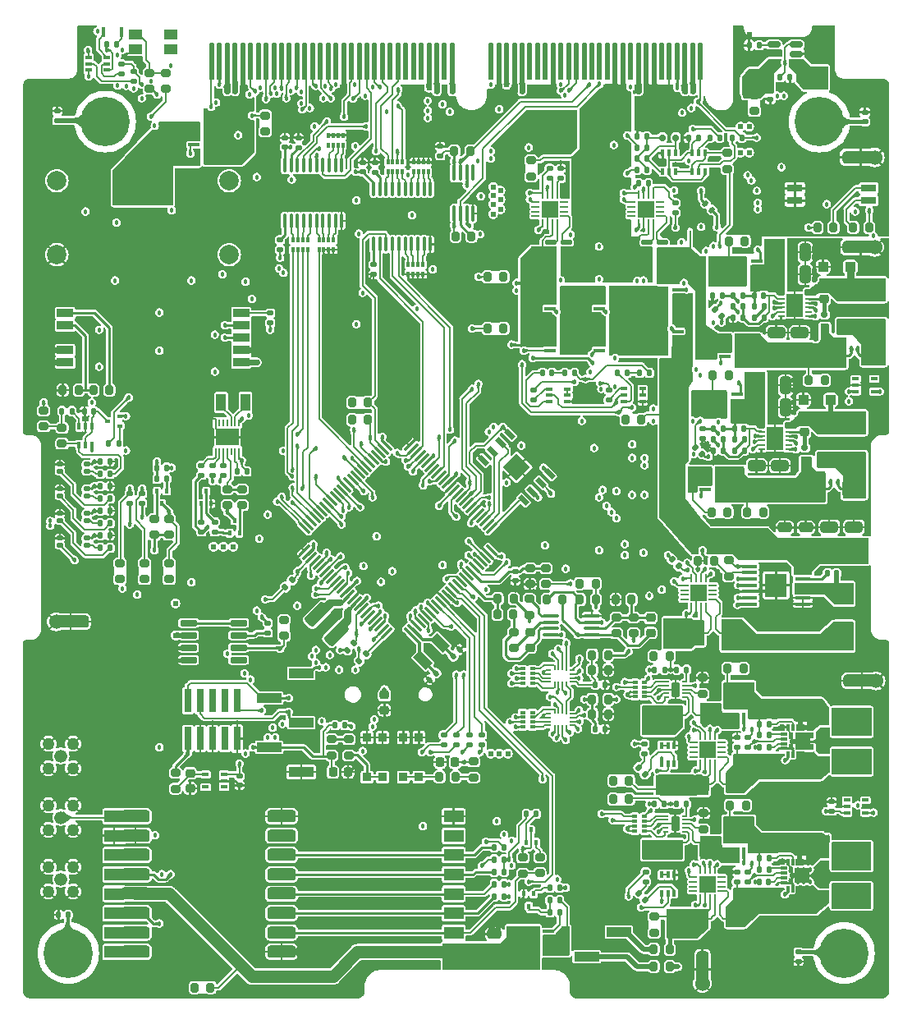
<source format=gtl>
G04 #@! TF.GenerationSoftware,KiCad,Pcbnew,7.0.1*
G04 #@! TF.CreationDate,2023-06-16T12:25:41-04:00*
G04 #@! TF.ProjectId,mainboard,6d61696e-626f-4617-9264-2e6b69636164,C*
G04 #@! TF.SameCoordinates,Original*
G04 #@! TF.FileFunction,Copper,L1,Top*
G04 #@! TF.FilePolarity,Positive*
%FSLAX46Y46*%
G04 Gerber Fmt 4.6, Leading zero omitted, Abs format (unit mm)*
G04 Created by KiCad (PCBNEW 7.0.1) date 2023-06-16 12:25:41*
%MOMM*%
%LPD*%
G01*
G04 APERTURE LIST*
G04 Aperture macros list*
%AMRoundRect*
0 Rectangle with rounded corners*
0 $1 Rounding radius*
0 $2 $3 $4 $5 $6 $7 $8 $9 X,Y pos of 4 corners*
0 Add a 4 corners polygon primitive as box body*
4,1,4,$2,$3,$4,$5,$6,$7,$8,$9,$2,$3,0*
0 Add four circle primitives for the rounded corners*
1,1,$1+$1,$2,$3*
1,1,$1+$1,$4,$5*
1,1,$1+$1,$6,$7*
1,1,$1+$1,$8,$9*
0 Add four rect primitives between the rounded corners*
20,1,$1+$1,$2,$3,$4,$5,0*
20,1,$1+$1,$4,$5,$6,$7,0*
20,1,$1+$1,$6,$7,$8,$9,0*
20,1,$1+$1,$8,$9,$2,$3,0*%
%AMRotRect*
0 Rectangle, with rotation*
0 The origin of the aperture is its center*
0 $1 length*
0 $2 width*
0 $3 Rotation angle, in degrees counterclockwise*
0 Add horizontal line*
21,1,$1,$2,0,0,$3*%
%AMFreePoly0*
4,1,12,0.105238,2.379067,0.194454,2.319454,0.254067,2.230238,0.275000,2.125000,0.275000,-1.400000,-0.275000,-1.400000,-0.275000,2.125000,-0.254067,2.230238,-0.194454,2.319454,-0.105238,2.379067,0.000000,2.400000,0.105238,2.379067,0.105238,2.379067,$1*%
G04 Aperture macros list end*
G04 #@! TA.AperFunction,SMDPad,CuDef*
%ADD10RoundRect,0.225000X0.225000X0.250000X-0.225000X0.250000X-0.225000X-0.250000X0.225000X-0.250000X0*%
G04 #@! TD*
G04 #@! TA.AperFunction,SMDPad,CuDef*
%ADD11R,0.750000X0.340000*%
G04 #@! TD*
G04 #@! TA.AperFunction,SMDPad,CuDef*
%ADD12R,0.400000X1.640000*%
G04 #@! TD*
G04 #@! TA.AperFunction,SMDPad,CuDef*
%ADD13R,1.150000X0.340000*%
G04 #@! TD*
G04 #@! TA.AperFunction,SMDPad,CuDef*
%ADD14R,0.850000X0.340000*%
G04 #@! TD*
G04 #@! TA.AperFunction,SMDPad,CuDef*
%ADD15R,1.760000X2.290000*%
G04 #@! TD*
G04 #@! TA.AperFunction,SMDPad,CuDef*
%ADD16RoundRect,0.200000X0.275000X-0.200000X0.275000X0.200000X-0.275000X0.200000X-0.275000X-0.200000X0*%
G04 #@! TD*
G04 #@! TA.AperFunction,SMDPad,CuDef*
%ADD17RoundRect,0.135000X0.135000X0.185000X-0.135000X0.185000X-0.135000X-0.185000X0.135000X-0.185000X0*%
G04 #@! TD*
G04 #@! TA.AperFunction,SMDPad,CuDef*
%ADD18RotRect,0.500000X1.100000X225.000000*%
G04 #@! TD*
G04 #@! TA.AperFunction,SMDPad,CuDef*
%ADD19RotRect,2.000000X2.000000X225.000000*%
G04 #@! TD*
G04 #@! TA.AperFunction,SMDPad,CuDef*
%ADD20RoundRect,0.150000X-0.725000X-0.150000X0.725000X-0.150000X0.725000X0.150000X-0.725000X0.150000X0*%
G04 #@! TD*
G04 #@! TA.AperFunction,SMDPad,CuDef*
%ADD21RoundRect,0.135000X0.035355X-0.226274X0.226274X-0.035355X-0.035355X0.226274X-0.226274X0.035355X0*%
G04 #@! TD*
G04 #@! TA.AperFunction,ComponentPad*
%ADD22C,2.006600*%
G04 #@! TD*
G04 #@! TA.AperFunction,SMDPad,CuDef*
%ADD23RoundRect,0.140000X-0.170000X0.140000X-0.170000X-0.140000X0.170000X-0.140000X0.170000X0.140000X0*%
G04 #@! TD*
G04 #@! TA.AperFunction,SMDPad,CuDef*
%ADD24RoundRect,0.135000X-0.135000X-0.185000X0.135000X-0.185000X0.135000X0.185000X-0.135000X0.185000X0*%
G04 #@! TD*
G04 #@! TA.AperFunction,SMDPad,CuDef*
%ADD25RoundRect,0.135000X-0.185000X0.135000X-0.185000X-0.135000X0.185000X-0.135000X0.185000X0.135000X0*%
G04 #@! TD*
G04 #@! TA.AperFunction,SMDPad,CuDef*
%ADD26RoundRect,0.250000X1.025305X0.494975X0.494975X1.025305X-1.025305X-0.494975X-0.494975X-1.025305X0*%
G04 #@! TD*
G04 #@! TA.AperFunction,SMDPad,CuDef*
%ADD27RoundRect,0.140000X0.021213X-0.219203X0.219203X-0.021213X-0.021213X0.219203X-0.219203X0.021213X0*%
G04 #@! TD*
G04 #@! TA.AperFunction,SMDPad,CuDef*
%ADD28RotRect,1.000000X1.800000X225.000000*%
G04 #@! TD*
G04 #@! TA.AperFunction,SMDPad,CuDef*
%ADD29RoundRect,0.140000X-0.021213X0.219203X-0.219203X0.021213X0.021213X-0.219203X0.219203X-0.021213X0*%
G04 #@! TD*
G04 #@! TA.AperFunction,SMDPad,CuDef*
%ADD30RoundRect,0.287500X-0.287500X-1.112500X0.287500X-1.112500X0.287500X1.112500X-0.287500X1.112500X0*%
G04 #@! TD*
G04 #@! TA.AperFunction,SMDPad,CuDef*
%ADD31RoundRect,0.287500X0.287500X1.112500X-0.287500X1.112500X-0.287500X-1.112500X0.287500X-1.112500X0*%
G04 #@! TD*
G04 #@! TA.AperFunction,SMDPad,CuDef*
%ADD32RoundRect,0.112500X-0.462500X-0.112500X0.462500X-0.112500X0.462500X0.112500X-0.462500X0.112500X0*%
G04 #@! TD*
G04 #@! TA.AperFunction,SMDPad,CuDef*
%ADD33RoundRect,0.112500X0.462500X0.112500X-0.462500X0.112500X-0.462500X-0.112500X0.462500X-0.112500X0*%
G04 #@! TD*
G04 #@! TA.AperFunction,SMDPad,CuDef*
%ADD34R,2.000000X1.300000*%
G04 #@! TD*
G04 #@! TA.AperFunction,SMDPad,CuDef*
%ADD35R,5.699999X4.800001*%
G04 #@! TD*
G04 #@! TA.AperFunction,SMDPad,CuDef*
%ADD36R,0.900000X0.900000*%
G04 #@! TD*
G04 #@! TA.AperFunction,SMDPad,CuDef*
%ADD37RoundRect,0.250000X-0.475000X0.250000X-0.475000X-0.250000X0.475000X-0.250000X0.475000X0.250000X0*%
G04 #@! TD*
G04 #@! TA.AperFunction,SMDPad,CuDef*
%ADD38RoundRect,0.140000X-0.219203X-0.021213X-0.021213X-0.219203X0.219203X0.021213X0.021213X0.219203X0*%
G04 #@! TD*
G04 #@! TA.AperFunction,SMDPad,CuDef*
%ADD39RoundRect,0.250000X0.475000X-0.250000X0.475000X0.250000X-0.475000X0.250000X-0.475000X-0.250000X0*%
G04 #@! TD*
G04 #@! TA.AperFunction,SMDPad,CuDef*
%ADD40RoundRect,0.140000X0.140000X0.170000X-0.140000X0.170000X-0.140000X-0.170000X0.140000X-0.170000X0*%
G04 #@! TD*
G04 #@! TA.AperFunction,SMDPad,CuDef*
%ADD41RoundRect,0.250000X0.650000X-0.325000X0.650000X0.325000X-0.650000X0.325000X-0.650000X-0.325000X0*%
G04 #@! TD*
G04 #@! TA.AperFunction,SMDPad,CuDef*
%ADD42RoundRect,0.140000X0.170000X-0.140000X0.170000X0.140000X-0.170000X0.140000X-0.170000X-0.140000X0*%
G04 #@! TD*
G04 #@! TA.AperFunction,SMDPad,CuDef*
%ADD43RoundRect,0.140000X-0.140000X-0.170000X0.140000X-0.170000X0.140000X0.170000X-0.140000X0.170000X0*%
G04 #@! TD*
G04 #@! TA.AperFunction,SMDPad,CuDef*
%ADD44R,0.370000X1.000000*%
G04 #@! TD*
G04 #@! TA.AperFunction,SMDPad,CuDef*
%ADD45FreePoly0,0.000000*%
G04 #@! TD*
G04 #@! TA.AperFunction,SMDPad,CuDef*
%ADD46R,1.400000X1.050000*%
G04 #@! TD*
G04 #@! TA.AperFunction,SMDPad,CuDef*
%ADD47RoundRect,0.150000X0.512500X0.150000X-0.512500X0.150000X-0.512500X-0.150000X0.512500X-0.150000X0*%
G04 #@! TD*
G04 #@! TA.AperFunction,SMDPad,CuDef*
%ADD48RoundRect,0.225000X-0.250000X0.225000X-0.250000X-0.225000X0.250000X-0.225000X0.250000X0.225000X0*%
G04 #@! TD*
G04 #@! TA.AperFunction,SMDPad,CuDef*
%ADD49R,1.600000X1.900000*%
G04 #@! TD*
G04 #@! TA.AperFunction,SMDPad,CuDef*
%ADD50RoundRect,0.002500X-0.297500X-0.122500X0.297500X-0.122500X0.297500X0.122500X-0.297500X0.122500X0*%
G04 #@! TD*
G04 #@! TA.AperFunction,SMDPad,CuDef*
%ADD51RoundRect,0.002500X-0.122500X-0.297500X0.122500X-0.297500X0.122500X0.297500X-0.122500X0.297500X0*%
G04 #@! TD*
G04 #@! TA.AperFunction,SMDPad,CuDef*
%ADD52RoundRect,0.014000X-0.411000X-0.336000X0.411000X-0.336000X0.411000X0.336000X-0.411000X0.336000X0*%
G04 #@! TD*
G04 #@! TA.AperFunction,SMDPad,CuDef*
%ADD53RoundRect,0.003500X-0.721500X-0.171500X0.721500X-0.171500X0.721500X0.171500X-0.721500X0.171500X0*%
G04 #@! TD*
G04 #@! TA.AperFunction,SMDPad,CuDef*
%ADD54RoundRect,0.003500X-0.896500X-0.171500X0.896500X-0.171500X0.896500X0.171500X-0.896500X0.171500X0*%
G04 #@! TD*
G04 #@! TA.AperFunction,SMDPad,CuDef*
%ADD55RoundRect,0.075000X0.521491X-0.415425X-0.415425X0.521491X-0.521491X0.415425X0.415425X-0.521491X0*%
G04 #@! TD*
G04 #@! TA.AperFunction,SMDPad,CuDef*
%ADD56RoundRect,0.075000X0.521491X0.415425X0.415425X0.521491X-0.521491X-0.415425X-0.415425X-0.521491X0*%
G04 #@! TD*
G04 #@! TA.AperFunction,SMDPad,CuDef*
%ADD57RoundRect,0.225000X0.250000X-0.225000X0.250000X0.225000X-0.250000X0.225000X-0.250000X-0.225000X0*%
G04 #@! TD*
G04 #@! TA.AperFunction,SMDPad,CuDef*
%ADD58RoundRect,0.200000X-0.200000X-0.275000X0.200000X-0.275000X0.200000X0.275000X-0.200000X0.275000X0*%
G04 #@! TD*
G04 #@! TA.AperFunction,SMDPad,CuDef*
%ADD59RoundRect,0.250000X-0.325000X-0.650000X0.325000X-0.650000X0.325000X0.650000X-0.325000X0.650000X0*%
G04 #@! TD*
G04 #@! TA.AperFunction,SMDPad,CuDef*
%ADD60R,4.700000X1.180000*%
G04 #@! TD*
G04 #@! TA.AperFunction,ComponentPad*
%ADD61C,1.334000*%
G04 #@! TD*
G04 #@! TA.AperFunction,ComponentPad*
%ADD62C,1.268000*%
G04 #@! TD*
G04 #@! TA.AperFunction,SMDPad,CuDef*
%ADD63RoundRect,0.135000X0.185000X-0.135000X0.185000X0.135000X-0.185000X0.135000X-0.185000X-0.135000X0*%
G04 #@! TD*
G04 #@! TA.AperFunction,SMDPad,CuDef*
%ADD64RoundRect,0.125000X-0.187500X-0.125000X0.187500X-0.125000X0.187500X0.125000X-0.187500X0.125000X0*%
G04 #@! TD*
G04 #@! TA.AperFunction,ComponentPad*
%ADD65C,1.524000*%
G04 #@! TD*
G04 #@! TA.AperFunction,SMDPad,CuDef*
%ADD66RoundRect,0.317500X-1.587500X-0.317500X1.587500X-0.317500X1.587500X0.317500X-1.587500X0.317500X0*%
G04 #@! TD*
G04 #@! TA.AperFunction,SMDPad,CuDef*
%ADD67R,0.225000X0.612000*%
G04 #@! TD*
G04 #@! TA.AperFunction,SMDPad,CuDef*
%ADD68R,0.225000X0.513500*%
G04 #@! TD*
G04 #@! TA.AperFunction,SMDPad,CuDef*
%ADD69R,0.513000X0.225000*%
G04 #@! TD*
G04 #@! TA.AperFunction,SMDPad,CuDef*
%ADD70R,2.510000X1.000000*%
G04 #@! TD*
G04 #@! TA.AperFunction,SMDPad,CuDef*
%ADD71R,0.400000X0.510000*%
G04 #@! TD*
G04 #@! TA.AperFunction,SMDPad,CuDef*
%ADD72RoundRect,0.200000X-0.275000X0.200000X-0.275000X-0.200000X0.275000X-0.200000X0.275000X0.200000X0*%
G04 #@! TD*
G04 #@! TA.AperFunction,SMDPad,CuDef*
%ADD73RoundRect,0.150000X0.200000X-0.150000X0.200000X0.150000X-0.200000X0.150000X-0.200000X-0.150000X0*%
G04 #@! TD*
G04 #@! TA.AperFunction,SMDPad,CuDef*
%ADD74R,0.250000X0.700000*%
G04 #@! TD*
G04 #@! TA.AperFunction,SMDPad,CuDef*
%ADD75R,2.350000X1.780000*%
G04 #@! TD*
G04 #@! TA.AperFunction,SMDPad,CuDef*
%ADD76RoundRect,0.200000X0.200000X0.275000X-0.200000X0.275000X-0.200000X-0.275000X0.200000X-0.275000X0*%
G04 #@! TD*
G04 #@! TA.AperFunction,SMDPad,CuDef*
%ADD77R,0.340000X0.750000*%
G04 #@! TD*
G04 #@! TA.AperFunction,SMDPad,CuDef*
%ADD78R,1.640000X0.400000*%
G04 #@! TD*
G04 #@! TA.AperFunction,SMDPad,CuDef*
%ADD79R,0.340000X1.150000*%
G04 #@! TD*
G04 #@! TA.AperFunction,SMDPad,CuDef*
%ADD80R,0.340000X0.850000*%
G04 #@! TD*
G04 #@! TA.AperFunction,SMDPad,CuDef*
%ADD81R,2.290000X1.760000*%
G04 #@! TD*
G04 #@! TA.AperFunction,SMDPad,CuDef*
%ADD82RoundRect,0.317500X1.157500X0.317500X-1.157500X0.317500X-1.157500X-0.317500X1.157500X-0.317500X0*%
G04 #@! TD*
G04 #@! TA.AperFunction,SMDPad,CuDef*
%ADD83R,0.700000X0.250000*%
G04 #@! TD*
G04 #@! TA.AperFunction,SMDPad,CuDef*
%ADD84R,1.660000X2.380000*%
G04 #@! TD*
G04 #@! TA.AperFunction,SMDPad,CuDef*
%ADD85RoundRect,0.147500X0.226274X0.017678X0.017678X0.226274X-0.226274X-0.017678X-0.017678X-0.226274X0*%
G04 #@! TD*
G04 #@! TA.AperFunction,SMDPad,CuDef*
%ADD86RoundRect,0.062500X-0.062500X0.350000X-0.062500X-0.350000X0.062500X-0.350000X0.062500X0.350000X0*%
G04 #@! TD*
G04 #@! TA.AperFunction,SMDPad,CuDef*
%ADD87RoundRect,0.062500X-0.350000X0.062500X-0.350000X-0.062500X0.350000X-0.062500X0.350000X0.062500X0*%
G04 #@! TD*
G04 #@! TA.AperFunction,SMDPad,CuDef*
%ADD88R,1.680000X1.680000*%
G04 #@! TD*
G04 #@! TA.AperFunction,SMDPad,CuDef*
%ADD89RoundRect,0.225000X-0.225000X-0.250000X0.225000X-0.250000X0.225000X0.250000X-0.225000X0.250000X0*%
G04 #@! TD*
G04 #@! TA.AperFunction,SMDPad,CuDef*
%ADD90R,1.651000X0.914400*%
G04 #@! TD*
G04 #@! TA.AperFunction,SMDPad,CuDef*
%ADD91R,0.400000X0.500000*%
G04 #@! TD*
G04 #@! TA.AperFunction,SMDPad,CuDef*
%ADD92R,0.300000X0.500000*%
G04 #@! TD*
G04 #@! TA.AperFunction,SMDPad,CuDef*
%ADD93R,0.400000X0.650000*%
G04 #@! TD*
G04 #@! TA.AperFunction,SMDPad,CuDef*
%ADD94RoundRect,0.147500X-0.147500X-0.172500X0.147500X-0.172500X0.147500X0.172500X-0.147500X0.172500X0*%
G04 #@! TD*
G04 #@! TA.AperFunction,SMDPad,CuDef*
%ADD95R,0.500000X0.400000*%
G04 #@! TD*
G04 #@! TA.AperFunction,SMDPad,CuDef*
%ADD96R,0.500000X0.300000*%
G04 #@! TD*
G04 #@! TA.AperFunction,SMDPad,CuDef*
%ADD97R,0.650000X0.400000*%
G04 #@! TD*
G04 #@! TA.AperFunction,SMDPad,CuDef*
%ADD98R,0.740000X2.400000*%
G04 #@! TD*
G04 #@! TA.AperFunction,SMDPad,CuDef*
%ADD99RoundRect,0.100000X0.100000X-0.637500X0.100000X0.637500X-0.100000X0.637500X-0.100000X-0.637500X0*%
G04 #@! TD*
G04 #@! TA.AperFunction,ComponentPad*
%ADD100C,5.080000*%
G04 #@! TD*
G04 #@! TA.AperFunction,SMDPad,CuDef*
%ADD101RoundRect,0.317500X-0.317500X1.587500X-0.317500X-1.587500X0.317500X-1.587500X0.317500X1.587500X0*%
G04 #@! TD*
G04 #@! TA.AperFunction,SMDPad,CuDef*
%ADD102RoundRect,0.250000X0.312500X0.625000X-0.312500X0.625000X-0.312500X-0.625000X0.312500X-0.625000X0*%
G04 #@! TD*
G04 #@! TA.AperFunction,SMDPad,CuDef*
%ADD103RoundRect,0.250000X0.300000X0.300000X-0.300000X0.300000X-0.300000X-0.300000X0.300000X-0.300000X0*%
G04 #@! TD*
G04 #@! TA.AperFunction,SMDPad,CuDef*
%ADD104R,0.510000X0.400000*%
G04 #@! TD*
G04 #@! TA.AperFunction,SMDPad,CuDef*
%ADD105RoundRect,0.100000X0.712500X0.100000X-0.712500X0.100000X-0.712500X-0.100000X0.712500X-0.100000X0*%
G04 #@! TD*
G04 #@! TA.AperFunction,SMDPad,CuDef*
%ADD106R,1.600000X0.760000*%
G04 #@! TD*
G04 #@! TA.AperFunction,SMDPad,CuDef*
%ADD107RoundRect,0.250000X-0.312500X-0.625000X0.312500X-0.625000X0.312500X0.625000X-0.312500X0.625000X0*%
G04 #@! TD*
G04 #@! TA.AperFunction,SMDPad,CuDef*
%ADD108RoundRect,0.150000X-0.150000X-0.200000X0.150000X-0.200000X0.150000X0.200000X-0.150000X0.200000X0*%
G04 #@! TD*
G04 #@! TA.AperFunction,SMDPad,CuDef*
%ADD109RoundRect,0.317500X1.587500X0.317500X-1.587500X0.317500X-1.587500X-0.317500X1.587500X-0.317500X0*%
G04 #@! TD*
G04 #@! TA.AperFunction,SMDPad,CuDef*
%ADD110RoundRect,0.135000X-0.035355X0.226274X-0.226274X0.035355X0.035355X-0.226274X0.226274X-0.035355X0*%
G04 #@! TD*
G04 #@! TA.AperFunction,SMDPad,CuDef*
%ADD111RoundRect,0.050000X0.200000X0.050000X-0.200000X0.050000X-0.200000X-0.050000X0.200000X-0.050000X0*%
G04 #@! TD*
G04 #@! TA.AperFunction,SMDPad,CuDef*
%ADD112RoundRect,0.225000X0.225000X0.525000X-0.225000X0.525000X-0.225000X-0.525000X0.225000X-0.525000X0*%
G04 #@! TD*
G04 #@! TA.AperFunction,SMDPad,CuDef*
%ADD113R,1.600200X0.304800*%
G04 #@! TD*
G04 #@! TA.AperFunction,SMDPad,CuDef*
%ADD114R,2.310000X2.460000*%
G04 #@! TD*
G04 #@! TA.AperFunction,SMDPad,CuDef*
%ADD115RoundRect,0.100000X0.100000X-0.712500X0.100000X0.712500X-0.100000X0.712500X-0.100000X-0.712500X0*%
G04 #@! TD*
G04 #@! TA.AperFunction,SMDPad,CuDef*
%ADD116R,1.000000X1.800000*%
G04 #@! TD*
G04 #@! TA.AperFunction,ViaPad*
%ADD117C,0.457200*%
G04 #@! TD*
G04 #@! TA.AperFunction,ViaPad*
%ADD118C,0.609600*%
G04 #@! TD*
G04 #@! TA.AperFunction,ViaPad*
%ADD119C,0.508000*%
G04 #@! TD*
G04 #@! TA.AperFunction,Conductor*
%ADD120C,0.152400*%
G04 #@! TD*
G04 #@! TA.AperFunction,Conductor*
%ADD121C,0.254000*%
G04 #@! TD*
G04 #@! TA.AperFunction,Conductor*
%ADD122C,0.203200*%
G04 #@! TD*
G04 #@! TA.AperFunction,Conductor*
%ADD123C,0.304800*%
G04 #@! TD*
G04 #@! TA.AperFunction,Conductor*
%ADD124C,0.609600*%
G04 #@! TD*
G04 #@! TA.AperFunction,Conductor*
%ADD125C,0.508000*%
G04 #@! TD*
G04 #@! TA.AperFunction,Conductor*
%ADD126C,0.457200*%
G04 #@! TD*
G04 #@! TA.AperFunction,Conductor*
%ADD127C,0.293370*%
G04 #@! TD*
G04 #@! TA.AperFunction,Conductor*
%ADD128C,0.337947*%
G04 #@! TD*
G04 #@! TA.AperFunction,Conductor*
%ADD129C,0.140970*%
G04 #@! TD*
G04 #@! TA.AperFunction,Conductor*
%ADD130C,0.381000*%
G04 #@! TD*
G04 #@! TA.AperFunction,Conductor*
%ADD131C,0.300000*%
G04 #@! TD*
G04 #@! TA.AperFunction,Conductor*
%ADD132C,1.270000*%
G04 #@! TD*
G04 #@! TA.AperFunction,Conductor*
%ADD133C,0.158750*%
G04 #@! TD*
G04 #@! TA.AperFunction,Conductor*
%ADD134C,0.762000*%
G04 #@! TD*
G04 #@! TA.AperFunction,Conductor*
%ADD135C,0.330200*%
G04 #@! TD*
G04 APERTURE END LIST*
D10*
X84722000Y-128651000D03*
X83172000Y-128651000D03*
D11*
X68633000Y-62017000D03*
D12*
X69208000Y-62667000D03*
D11*
X68633000Y-62667000D03*
X68633000Y-63317000D03*
D13*
X68833000Y-63967000D03*
D14*
X72033000Y-62017000D03*
X72033000Y-62657000D03*
D15*
X70728000Y-62992000D03*
D14*
X72033000Y-63317000D03*
X72033000Y-63967000D03*
D16*
X103505000Y-109285000D03*
X103505000Y-107635000D03*
D17*
X84431600Y-123825000D03*
X83411600Y-123825000D03*
D18*
X101424670Y-93833456D03*
X100526644Y-94731482D03*
X99628619Y-95629507D03*
X98730593Y-96527533D03*
X102831812Y-100628752D03*
X103729838Y-99730726D03*
X104627863Y-98832701D03*
X105525889Y-97934675D03*
D19*
X102128241Y-97231104D03*
D20*
X68291000Y-113284000D03*
X68291000Y-114554000D03*
X68291000Y-115824000D03*
X68291000Y-117094000D03*
X73441000Y-117094000D03*
X73441000Y-115824000D03*
X73441000Y-114554000D03*
X73441000Y-113284000D03*
D21*
X84632978Y-116096220D03*
X85354226Y-115374972D03*
D22*
X72478900Y-67691000D03*
X72478900Y-75311000D03*
X62318900Y-67691000D03*
X54698900Y-75311000D03*
X54698900Y-67691000D03*
D23*
X101981000Y-107975001D03*
X101981000Y-108935001D03*
D24*
X99820000Y-137668000D03*
X100840000Y-137668000D03*
D25*
X76454000Y-113282000D03*
X76454000Y-114302000D03*
D26*
X83539949Y-114400949D03*
X81560051Y-112421051D03*
D27*
X95566421Y-116694843D03*
X96245243Y-116016021D03*
D28*
X92455506Y-117111682D03*
X94223272Y-115343916D03*
D29*
X93806433Y-118454832D03*
X93127611Y-119133654D03*
D16*
X105156000Y-109283000D03*
X105156000Y-107633000D03*
D30*
X105684000Y-76024000D03*
D31*
X107234000Y-76024000D03*
D32*
X105684000Y-74049000D03*
D33*
X107234000Y-74049000D03*
D34*
X60632000Y-133216000D03*
X60632000Y-135216000D03*
X60632000Y-137216000D03*
X60632000Y-139216000D03*
X60632000Y-141216000D03*
X60632000Y-143216000D03*
X60632000Y-145216000D03*
X60632000Y-147216000D03*
X95632000Y-147216000D03*
X95632000Y-145216000D03*
X95632000Y-143216000D03*
X95632000Y-141216000D03*
X95632000Y-139216000D03*
X95632000Y-137216000D03*
X95632000Y-135216000D03*
X95632000Y-133216000D03*
D35*
X72199500Y-138466000D03*
D36*
X88296000Y-129185000D03*
X86696000Y-129185000D03*
X88296000Y-125085000D03*
X86696000Y-125085000D03*
D37*
X99822000Y-145354000D03*
X99822000Y-147254000D03*
D38*
X121580589Y-70018589D03*
X122259411Y-70697411D03*
D39*
X126619000Y-57084000D03*
X126619000Y-55184000D03*
D23*
X128270000Y-58321000D03*
X128270000Y-59281000D03*
D40*
X131290000Y-57023000D03*
X130330000Y-57023000D03*
D41*
X133223000Y-56720000D03*
X133223000Y-53770000D03*
D23*
X54737000Y-60508000D03*
X54737000Y-61468000D03*
X138049000Y-60635000D03*
X138049000Y-61595000D03*
D42*
X131191000Y-148181000D03*
X131191000Y-147221000D03*
D43*
X54892000Y-143383000D03*
X55852000Y-143383000D03*
D44*
X59522000Y-52324000D03*
X61382000Y-52324000D03*
D45*
X70683811Y-55837160D03*
X71483811Y-55837160D03*
X72283811Y-55837160D03*
X73083811Y-55837160D03*
X73883811Y-55837160D03*
X74683811Y-55837160D03*
X75483811Y-55837160D03*
X76283811Y-55837160D03*
X77083811Y-55837160D03*
X77883811Y-55837160D03*
X78683811Y-55837160D03*
X79483811Y-55837160D03*
X80283811Y-55837160D03*
X81083811Y-55837160D03*
X81883811Y-55837160D03*
X82683811Y-55837160D03*
X83483811Y-55837160D03*
X84283811Y-55837160D03*
X85083811Y-55837160D03*
X85883811Y-55837160D03*
X86683811Y-55837160D03*
X87483811Y-55837160D03*
X88283811Y-55837160D03*
X89083811Y-55837160D03*
X89883811Y-55837160D03*
X90683811Y-55837160D03*
X91483811Y-55837160D03*
X92283811Y-55837160D03*
X93083811Y-55837160D03*
X93883811Y-55837160D03*
X94683811Y-55837160D03*
X95483811Y-55837160D03*
X99483811Y-55837160D03*
X100283811Y-55837160D03*
X101083811Y-55837160D03*
X101883811Y-55837160D03*
X102683811Y-55837160D03*
X103483811Y-55837160D03*
X104283811Y-55837160D03*
X105083811Y-55837160D03*
X105883811Y-55837160D03*
X106683811Y-55837160D03*
X107483811Y-55837160D03*
X108283811Y-55837160D03*
X109083811Y-55837160D03*
X109883811Y-55837160D03*
X110683811Y-55837160D03*
X111483811Y-55837160D03*
X112283811Y-55837160D03*
X113083811Y-55837160D03*
X113883811Y-55837160D03*
X114683811Y-55837160D03*
X115483811Y-55837160D03*
X116283811Y-55837160D03*
X117083811Y-55837160D03*
X117883811Y-55837160D03*
X118683811Y-55837160D03*
X119483811Y-55837160D03*
X120283811Y-55837160D03*
X121083811Y-55837160D03*
D24*
X128268000Y-57023000D03*
X129288000Y-57023000D03*
X59815000Y-53594000D03*
X60835000Y-53594000D03*
D16*
X65913000Y-58229000D03*
X65913000Y-56579000D03*
D46*
X66443000Y-52649172D03*
X66443000Y-54099172D03*
X62843000Y-52649172D03*
X62843000Y-54099172D03*
D47*
X130931500Y-55560000D03*
X130931500Y-54610000D03*
X130931500Y-53660000D03*
X128656500Y-53660000D03*
X128656500Y-55560000D03*
D17*
X127129000Y-53721000D03*
X126109000Y-53721000D03*
D39*
X129818602Y-121981000D03*
X129818602Y-120081000D03*
X131850602Y-121981000D03*
X131850602Y-120081000D03*
D48*
X133664000Y-123201000D03*
X133664000Y-124751000D03*
D37*
X129914000Y-128526000D03*
X129914000Y-130426000D03*
X131914000Y-128526000D03*
X131914000Y-130426000D03*
X127914000Y-128526000D03*
X127914000Y-130426000D03*
D43*
X127179602Y-126111000D03*
X128139602Y-126111000D03*
D49*
X137414000Y-123426000D03*
X137414000Y-127526000D03*
D50*
X129684602Y-124726000D03*
X129684602Y-125226000D03*
X129684602Y-125726000D03*
X129684602Y-126226000D03*
D51*
X130109602Y-126876000D03*
X130609602Y-126876000D03*
D52*
X131359602Y-126876000D03*
D53*
X131609602Y-125976000D03*
D54*
X131434602Y-125476000D03*
D53*
X131609602Y-124976000D03*
D52*
X131359602Y-124076000D03*
D51*
X130609602Y-124076000D03*
X130109602Y-124076000D03*
D55*
X91091565Y-114308846D03*
X91445118Y-113955293D03*
X91798672Y-113601740D03*
X92152225Y-113248186D03*
X92505779Y-112894633D03*
X92859332Y-112541079D03*
X93212885Y-112187526D03*
X93566439Y-111833973D03*
X93919992Y-111480419D03*
X94273546Y-111126866D03*
X94627099Y-110773312D03*
X94980652Y-110419759D03*
X95334206Y-110066206D03*
X95687759Y-109712652D03*
X96041312Y-109359099D03*
X96394866Y-109005546D03*
X96748419Y-108651992D03*
X97101973Y-108298439D03*
X97455526Y-107944885D03*
X97809079Y-107591332D03*
X98162633Y-107237779D03*
X98516186Y-106884225D03*
X98869740Y-106530672D03*
X99223293Y-106177118D03*
X99576846Y-105823565D03*
D56*
X99576846Y-103472435D03*
X99223293Y-103118882D03*
X98869740Y-102765328D03*
X98516186Y-102411775D03*
X98162633Y-102058221D03*
X97809079Y-101704668D03*
X97455526Y-101351115D03*
X97101973Y-100997561D03*
X96748419Y-100644008D03*
X96394866Y-100290454D03*
X96041312Y-99936901D03*
X95687759Y-99583348D03*
X95334206Y-99229794D03*
X94980652Y-98876241D03*
X94627099Y-98522688D03*
X94273546Y-98169134D03*
X93919992Y-97815581D03*
X93566439Y-97462027D03*
X93212885Y-97108474D03*
X92859332Y-96754921D03*
X92505779Y-96401367D03*
X92152225Y-96047814D03*
X91798672Y-95694260D03*
X91445118Y-95340707D03*
X91091565Y-94987154D03*
D55*
X88740435Y-94987154D03*
X88386882Y-95340707D03*
X88033328Y-95694260D03*
X87679775Y-96047814D03*
X87326221Y-96401367D03*
X86972668Y-96754921D03*
X86619115Y-97108474D03*
X86265561Y-97462027D03*
X85912008Y-97815581D03*
X85558454Y-98169134D03*
X85204901Y-98522688D03*
X84851348Y-98876241D03*
X84497794Y-99229794D03*
X84144241Y-99583348D03*
X83790688Y-99936901D03*
X83437134Y-100290454D03*
X83083581Y-100644008D03*
X82730027Y-100997561D03*
X82376474Y-101351115D03*
X82022921Y-101704668D03*
X81669367Y-102058221D03*
X81315814Y-102411775D03*
X80962260Y-102765328D03*
X80608707Y-103118882D03*
X80255154Y-103472435D03*
D56*
X80255154Y-105823565D03*
X80608707Y-106177118D03*
X80962260Y-106530672D03*
X81315814Y-106884225D03*
X81669367Y-107237779D03*
X82022921Y-107591332D03*
X82376474Y-107944885D03*
X82730027Y-108298439D03*
X83083581Y-108651992D03*
X83437134Y-109005546D03*
X83790688Y-109359099D03*
X84144241Y-109712652D03*
X84497794Y-110066206D03*
X84851348Y-110419759D03*
X85204901Y-110773312D03*
X85558454Y-111126866D03*
X85912008Y-111480419D03*
X86265561Y-111833973D03*
X86619115Y-112187526D03*
X86972668Y-112541079D03*
X87326221Y-112894633D03*
X87679775Y-113248186D03*
X88033328Y-113601740D03*
X88386882Y-113955293D03*
X88740435Y-114308846D03*
D25*
X70739000Y-97026000D03*
X70739000Y-98046000D03*
D11*
X125031000Y-91653000D03*
D12*
X124456000Y-91003000D03*
D11*
X125031000Y-91003000D03*
X125031000Y-90353000D03*
D13*
X124831000Y-89703000D03*
D14*
X121631000Y-91653000D03*
X121631000Y-91013000D03*
D15*
X122936000Y-90678000D03*
D14*
X121631000Y-90353000D03*
X121631000Y-89703000D03*
D57*
X133639398Y-141590000D03*
X133639398Y-140040000D03*
D11*
X105347000Y-83226001D03*
D12*
X105922000Y-83876001D03*
D11*
X105347000Y-83876001D03*
X105347000Y-84526001D03*
D13*
X105547000Y-85176001D03*
D14*
X108747000Y-83226001D03*
X108747000Y-83866001D03*
D15*
X107442000Y-84201001D03*
D14*
X108747000Y-84526001D03*
X108747000Y-85176001D03*
D58*
X109919000Y-122682000D03*
X111569000Y-122682000D03*
D37*
X127889398Y-142365000D03*
X127889398Y-144265000D03*
D59*
X126922000Y-91059000D03*
X129872000Y-91059000D03*
D60*
X137668000Y-82681000D03*
X137668000Y-79371000D03*
D61*
X55118000Y-139700000D03*
D62*
X53848000Y-140970000D03*
X56388000Y-140970000D03*
X53848000Y-138430000D03*
X56388000Y-138430000D03*
D17*
X125351000Y-63246000D03*
X124331000Y-63246000D03*
D63*
X77724000Y-74805000D03*
X77724000Y-73785000D03*
D23*
X73533000Y-129075000D03*
X73533000Y-130035000D03*
D64*
X55000500Y-99472000D03*
X55000500Y-100172000D03*
X57775500Y-100172000D03*
X57775500Y-99472000D03*
D25*
X71882000Y-97026000D03*
X71882000Y-98046000D03*
D65*
X139192000Y-119253000D03*
D66*
X137744200Y-119253000D03*
D67*
X107250000Y-117956000D03*
D68*
X106850000Y-117906750D03*
X106450000Y-117906750D03*
X106050000Y-117906750D03*
D69*
X105406500Y-118150000D03*
X105406500Y-118550000D03*
X105406500Y-118950000D03*
X105406500Y-119350000D03*
D68*
X106050000Y-119593250D03*
X106450000Y-119593250D03*
X106850000Y-119593250D03*
X107250000Y-119593250D03*
D69*
X107893500Y-119350000D03*
X107893500Y-118950000D03*
X107893500Y-118550000D03*
X107893500Y-118150000D03*
D63*
X118491000Y-70995000D03*
X118491000Y-69975000D03*
D70*
X79905000Y-118491000D03*
X76595000Y-121031000D03*
X79905000Y-123571000D03*
X76595000Y-126111000D03*
X79905000Y-128651000D03*
D58*
X94171000Y-129159000D03*
X95821000Y-129159000D03*
X133160000Y-72517000D03*
X134810000Y-72517000D03*
X125921000Y-101854000D03*
X127571000Y-101854000D03*
D24*
X127125000Y-138680000D03*
X128145000Y-138680000D03*
D17*
X106555000Y-143129000D03*
X105535000Y-143129000D03*
D71*
X72524998Y-104023000D03*
X73524998Y-104023000D03*
X73024998Y-102733000D03*
D63*
X76708000Y-82360999D03*
X76708000Y-81340999D03*
D72*
X53340000Y-91377000D03*
X53340000Y-93027000D03*
D49*
X135890000Y-114445000D03*
X135890000Y-110345000D03*
D73*
X131826000Y-95185000D03*
X131826000Y-96585000D03*
D17*
X66042000Y-98425001D03*
X65022000Y-98425001D03*
D43*
X59210000Y-104267000D03*
X60170000Y-104267000D03*
D16*
X121412000Y-134552000D03*
X121412000Y-132902000D03*
D43*
X127155000Y-139950000D03*
X128115000Y-139950000D03*
D74*
X73485000Y-92650000D03*
X73085000Y-92650000D03*
X72685000Y-92650000D03*
X72285000Y-92650000D03*
X71885000Y-92650000D03*
X71485000Y-92650000D03*
X71085000Y-92650000D03*
X71085000Y-95600000D03*
X71485000Y-95600000D03*
X71885000Y-95600000D03*
X72285000Y-95600000D03*
X72685000Y-95600000D03*
X73085000Y-95600000D03*
X73485000Y-95600000D03*
D75*
X72285000Y-94125000D03*
D58*
X99124000Y-77597000D03*
X100774000Y-77597000D03*
D25*
X106680000Y-66419000D03*
X106680000Y-67439000D03*
D76*
X113728000Y-129540000D03*
X112078000Y-129540000D03*
D64*
X55000500Y-96932000D03*
X55000500Y-97632000D03*
X57775500Y-97632000D03*
X57775500Y-96932000D03*
D77*
X123636602Y-123380001D03*
D78*
X124286602Y-122805001D03*
D77*
X124286602Y-123380001D03*
X124936602Y-123380001D03*
D79*
X125586602Y-123180001D03*
D80*
X123636602Y-119980001D03*
X124276602Y-119980001D03*
D81*
X124611602Y-121285001D03*
D80*
X124936602Y-119980001D03*
X125586602Y-119980001D03*
D82*
X77883000Y-147208000D03*
X77883000Y-145208000D03*
X77883000Y-143208000D03*
X77883000Y-141208000D03*
X77883000Y-139208000D03*
X77883000Y-137208000D03*
X77883000Y-135208000D03*
X77883000Y-133208000D03*
X62833000Y-133208000D03*
X62833000Y-135208000D03*
X62833000Y-137208000D03*
X62833000Y-139208000D03*
X62833000Y-141208000D03*
X62833000Y-143208000D03*
X62833000Y-145208000D03*
X62833000Y-147208000D03*
D83*
X129410000Y-79393000D03*
X129410000Y-79843000D03*
X129410000Y-80293000D03*
X129410000Y-80743000D03*
X129410000Y-81193000D03*
X129410000Y-81643000D03*
X132210000Y-81643000D03*
X132210000Y-81193000D03*
X132210000Y-80743000D03*
X132210000Y-80293000D03*
X132210000Y-79843000D03*
X132210000Y-79393000D03*
D84*
X130810000Y-80518000D03*
D25*
X79629000Y-63244000D03*
X79629000Y-64264000D03*
D72*
X123990000Y-106820000D03*
X123990000Y-108470000D03*
D85*
X121246947Y-95846947D03*
X120561053Y-95161053D03*
D17*
X74297000Y-97663000D03*
X73277000Y-97663000D03*
X123446000Y-93218000D03*
X122426000Y-93218000D03*
D43*
X59210000Y-101727000D03*
X60170000Y-101727000D03*
D24*
X105535000Y-140589000D03*
X106555000Y-140589000D03*
D43*
X126647000Y-79502000D03*
X127607000Y-79502000D03*
D86*
X116193000Y-69149500D03*
X115693000Y-69149500D03*
X115193000Y-69149500D03*
X114693000Y-69149500D03*
D87*
X113980500Y-69862000D03*
X113980500Y-70362000D03*
X113980500Y-70862000D03*
X113980500Y-71362000D03*
D86*
X114693000Y-72074500D03*
X115193000Y-72074500D03*
X115693000Y-72074500D03*
X116193000Y-72074500D03*
D87*
X116905500Y-71362000D03*
X116905500Y-70862000D03*
X116905500Y-70362000D03*
X116905500Y-69862000D03*
D88*
X115443000Y-70612000D03*
D24*
X59180000Y-100457000D03*
X60200000Y-100457000D03*
D72*
X66294000Y-107125000D03*
X66294000Y-108775000D03*
D63*
X97246000Y-125859000D03*
X97246000Y-124839000D03*
D58*
X123889000Y-117983000D03*
X125539000Y-117983000D03*
D63*
X111633000Y-90299000D03*
X111633000Y-89279000D03*
D86*
X122567602Y-124902500D03*
X122067602Y-124902500D03*
X121567602Y-124902500D03*
X121067602Y-124902500D03*
D87*
X120355102Y-125615000D03*
X120355102Y-126115000D03*
X120355102Y-126615000D03*
X120355102Y-127115000D03*
D86*
X121067602Y-127827500D03*
X121567602Y-127827500D03*
X122067602Y-127827500D03*
X122567602Y-127827500D03*
D87*
X123280102Y-127115000D03*
X123280102Y-126615000D03*
X123280102Y-126115000D03*
X123280102Y-125615000D03*
D88*
X121817602Y-126365000D03*
D11*
X127063000Y-77937000D03*
D12*
X126488000Y-77287000D03*
D11*
X127063000Y-77287000D03*
X127063000Y-76637000D03*
D13*
X126863000Y-75987000D03*
D14*
X123663000Y-77937000D03*
X123663000Y-77297000D03*
D15*
X124968000Y-76962000D03*
D14*
X123663000Y-76637000D03*
X123663000Y-75987000D03*
D76*
X110299000Y-109220000D03*
X108649000Y-109220000D03*
X117919000Y-116713000D03*
X116269000Y-116713000D03*
D17*
X106555000Y-141859000D03*
X105535000Y-141859000D03*
D89*
X94221000Y-127635000D03*
X95771000Y-127635000D03*
D90*
X73721500Y-86421000D03*
X73721500Y-85151000D03*
X73721500Y-83881000D03*
X73721500Y-82611000D03*
X73721500Y-81341000D03*
X55560500Y-81341000D03*
X55560500Y-82611000D03*
X55560500Y-83881000D03*
X55560500Y-85151000D03*
X55560500Y-86421000D03*
D63*
X62611000Y-57406000D03*
X62611000Y-56386000D03*
D77*
X123612000Y-137219001D03*
D78*
X124262000Y-136644001D03*
D77*
X124262000Y-137219001D03*
X124912000Y-137219001D03*
D79*
X125562000Y-137019001D03*
D80*
X123612000Y-133819001D03*
X124252000Y-133819001D03*
D81*
X124587000Y-135124001D03*
D80*
X124912000Y-133819001D03*
X125562000Y-133819001D03*
D91*
X92444000Y-76335000D03*
D92*
X91944000Y-76335000D03*
X91444000Y-76335000D03*
D91*
X90944000Y-76335000D03*
X90944000Y-77335000D03*
D92*
X91444000Y-77335000D03*
X91944000Y-77335000D03*
D91*
X92444000Y-77335000D03*
D83*
X127378000Y-93109000D03*
X127378000Y-93559000D03*
X127378000Y-94009000D03*
X127378000Y-94459000D03*
X127378000Y-94909000D03*
X127378000Y-95359000D03*
X130178000Y-95359000D03*
X130178000Y-94909000D03*
X130178000Y-94459000D03*
X130178000Y-94009000D03*
X130178000Y-93559000D03*
X130178000Y-93109000D03*
D84*
X128778000Y-94234000D03*
D58*
X122238000Y-101854000D03*
X123888000Y-101854000D03*
X124016000Y-73914000D03*
X125666000Y-73914000D03*
D16*
X97663000Y-129222000D03*
X97663000Y-127572000D03*
D76*
X138493000Y-72517000D03*
X136843000Y-72517000D03*
D93*
X121554000Y-64836000D03*
X120904000Y-64836000D03*
X120254000Y-64836000D03*
X120254000Y-66736000D03*
X120904000Y-66736000D03*
X121554000Y-66736000D03*
D58*
X124143000Y-132080000D03*
X125793000Y-132080000D03*
D72*
X116332000Y-143574000D03*
X116332000Y-145224000D03*
D25*
X105537000Y-66419000D03*
X105537000Y-67439000D03*
D24*
X59180000Y-105537000D03*
X60200000Y-105537000D03*
D40*
X115542000Y-63119000D03*
X114582000Y-63119000D03*
D76*
X60134000Y-89281000D03*
X58484000Y-89281000D03*
D70*
X112657000Y-145161000D03*
X109347000Y-147701000D03*
D16*
X73786999Y-101155000D03*
X73786999Y-99505000D03*
D65*
X139065000Y-65278000D03*
D66*
X137617200Y-65278000D03*
D17*
X104142000Y-132969000D03*
X103122000Y-132969000D03*
D24*
X99820000Y-140208000D03*
X100840000Y-140208000D03*
D76*
X111569000Y-116586000D03*
X109919000Y-116586000D03*
D94*
X112545000Y-87503000D03*
X113515000Y-87503000D03*
D86*
X122543000Y-138741500D03*
X122043000Y-138741500D03*
X121543000Y-138741500D03*
X121043000Y-138741500D03*
D87*
X120330500Y-139454000D03*
X120330500Y-139954000D03*
X120330500Y-140454000D03*
X120330500Y-140954000D03*
D86*
X121043000Y-141666500D03*
X121543000Y-141666500D03*
X122043000Y-141666500D03*
X122543000Y-141666500D03*
D87*
X123255500Y-140954000D03*
X123255500Y-140454000D03*
X123255500Y-139954000D03*
X123255500Y-139454000D03*
D88*
X121793000Y-140204000D03*
D95*
X102750000Y-118000000D03*
D96*
X102750000Y-118500000D03*
X102750000Y-119000000D03*
D95*
X102750000Y-119500000D03*
X103750000Y-119500000D03*
D96*
X103750000Y-119000000D03*
X103750000Y-118500000D03*
D95*
X103750000Y-118000000D03*
D11*
X123380999Y-83861000D03*
D12*
X123955999Y-84511000D03*
D11*
X123380999Y-84511000D03*
X123380999Y-85161000D03*
D13*
X123580999Y-85811000D03*
D14*
X126780999Y-83861000D03*
X126780999Y-84501000D03*
D15*
X125475999Y-84836000D03*
D14*
X126780999Y-85161000D03*
X126780999Y-85811000D03*
D17*
X125478000Y-81788000D03*
X124458000Y-81788000D03*
D91*
X80565728Y-73795000D03*
D92*
X80065728Y-73795000D03*
X79565728Y-73795000D03*
D91*
X79065728Y-73795000D03*
X79065728Y-74795000D03*
D92*
X79565728Y-74795000D03*
X80065728Y-74795000D03*
D91*
X80565728Y-74795000D03*
D17*
X119636000Y-131949000D03*
X118616000Y-131949000D03*
D73*
X133858000Y-81469000D03*
X133858000Y-82869000D03*
D91*
X84193000Y-63000000D03*
D92*
X83693000Y-63000000D03*
X83193000Y-63000000D03*
D91*
X82693000Y-63000000D03*
X82693000Y-64000000D03*
D92*
X83193000Y-64000000D03*
X83693000Y-64000000D03*
D91*
X84193000Y-64000000D03*
D48*
X131826000Y-92062000D03*
X131826000Y-93612000D03*
D72*
X103632000Y-65596000D03*
X103632000Y-67246000D03*
D25*
X69595999Y-102868000D03*
X69595999Y-103888000D03*
D48*
X68453000Y-128780000D03*
X68453000Y-130330000D03*
D16*
X114173000Y-114363000D03*
X114173000Y-112713000D03*
D91*
X83232728Y-73795000D03*
D92*
X82732728Y-73795000D03*
X82232728Y-73795000D03*
D91*
X81732728Y-73795000D03*
X81732728Y-74795000D03*
D92*
X82232728Y-74795000D03*
X82732728Y-74795000D03*
D91*
X83232728Y-74795000D03*
D97*
X136210000Y-131557000D03*
X136210000Y-132207000D03*
X136210000Y-132857000D03*
X138110000Y-132857000D03*
X138110000Y-131557000D03*
D24*
X107059000Y-87514500D03*
X108079000Y-87514500D03*
D39*
X129890000Y-115345000D03*
X129890000Y-113445000D03*
D98*
X68210000Y-125200000D03*
X68210000Y-121300000D03*
X69480000Y-125200000D03*
X69480000Y-121300000D03*
X70750000Y-125200000D03*
X70750000Y-121300000D03*
X72020000Y-125200000D03*
X72020000Y-121300000D03*
X73290000Y-125200000D03*
X73290000Y-121300000D03*
D11*
X118957001Y-85176000D03*
D12*
X118382001Y-84526000D03*
D11*
X118957001Y-84526000D03*
X118957001Y-83876000D03*
D13*
X118757001Y-83226000D03*
D14*
X115557001Y-85176000D03*
X115557001Y-84536000D03*
D15*
X116862001Y-84201000D03*
D14*
X115557001Y-83876000D03*
X115557001Y-83226000D03*
D99*
X87372000Y-74236500D03*
X88022000Y-74236500D03*
X88672000Y-74236500D03*
X89322000Y-74236500D03*
X89972000Y-74236500D03*
X90622000Y-74236500D03*
X91272000Y-74236500D03*
X91922000Y-74236500D03*
X92572000Y-74236500D03*
X93222000Y-74236500D03*
X93222000Y-68511500D03*
X92572000Y-68511500D03*
X91922000Y-68511500D03*
X91272000Y-68511500D03*
X90622000Y-68511500D03*
X89972000Y-68511500D03*
X89322000Y-68511500D03*
X88672000Y-68511500D03*
X88022000Y-68511500D03*
X87372000Y-68511500D03*
D24*
X114552000Y-64262000D03*
X115572000Y-64262000D03*
D58*
X95695000Y-64642999D03*
X97345000Y-64642999D03*
D48*
X103505000Y-114287000D03*
X103505000Y-115837000D03*
D100*
X135890000Y-147320000D03*
D16*
X102743000Y-139128000D03*
X102743000Y-137478000D03*
D63*
X63500000Y-100967000D03*
X63500000Y-99947000D03*
D71*
X103878000Y-141214000D03*
X102878000Y-141214000D03*
X103378000Y-142504000D03*
D11*
X110426999Y-83226000D03*
D12*
X111001999Y-83876000D03*
D11*
X110426999Y-83876000D03*
X110426999Y-84526000D03*
D13*
X110626999Y-85176000D03*
D14*
X113826999Y-83226000D03*
X113826999Y-83866000D03*
D15*
X112521999Y-84201000D03*
D14*
X113826999Y-84526000D03*
X113826999Y-85176000D03*
D17*
X100840000Y-136398000D03*
X99820000Y-136398000D03*
D65*
X121285000Y-150456900D03*
D101*
X121285000Y-149009100D03*
D86*
X106287000Y-69149500D03*
X105787000Y-69149500D03*
X105287000Y-69149500D03*
X104787000Y-69149500D03*
D87*
X104074500Y-69862000D03*
X104074500Y-70362000D03*
X104074500Y-70862000D03*
X104074500Y-71362000D03*
D86*
X104787000Y-72074500D03*
X105287000Y-72074500D03*
X105787000Y-72074500D03*
X106287000Y-72074500D03*
D87*
X106999500Y-71362000D03*
X106999500Y-70862000D03*
X106999500Y-70362000D03*
X106999500Y-69862000D03*
D88*
X105537000Y-70612000D03*
D43*
X59210000Y-99187000D03*
X60170000Y-99187000D03*
D76*
X86804000Y-92329000D03*
X85154000Y-92329000D03*
D95*
X102750000Y-122508000D03*
D96*
X102750000Y-123008000D03*
X102750000Y-123508000D03*
D95*
X102750000Y-124008000D03*
X103750000Y-124008000D03*
D96*
X103750000Y-123508000D03*
X103750000Y-123008000D03*
D95*
X103750000Y-122508000D03*
D50*
X129660000Y-138565000D03*
X129660000Y-139065000D03*
X129660000Y-139565000D03*
X129660000Y-140065000D03*
D51*
X130085000Y-140715000D03*
X130585000Y-140715000D03*
D52*
X131335000Y-140715000D03*
D53*
X131585000Y-139815000D03*
D54*
X131410000Y-139315000D03*
D53*
X131585000Y-138815000D03*
D52*
X131335000Y-137915000D03*
D51*
X130585000Y-137915000D03*
X130085000Y-137915000D03*
D16*
X121285000Y-120586000D03*
X121285000Y-118936000D03*
D72*
X104519000Y-137437000D03*
X104519000Y-139087000D03*
D58*
X112332000Y-110871000D03*
X113982000Y-110871000D03*
D24*
X124585000Y-94361000D03*
X125605000Y-94361000D03*
D93*
X118379000Y-125923001D03*
X117729000Y-125923001D03*
X117079000Y-125923001D03*
X117079000Y-127823001D03*
X117729000Y-127823001D03*
X118379000Y-127823001D03*
X118506000Y-64836000D03*
X117856000Y-64836000D03*
X117206000Y-64836000D03*
X117206000Y-66736000D03*
X117856000Y-66736000D03*
X118506000Y-66736000D03*
D25*
X121287000Y-93218000D03*
X121287000Y-94238000D03*
D102*
X121604500Y-136648000D03*
X118679500Y-136648000D03*
D48*
X133858000Y-78346000D03*
X133858000Y-79896000D03*
D24*
X122426000Y-94361000D03*
X123446000Y-94361000D03*
D39*
X127762000Y-135820000D03*
X127762000Y-133920000D03*
D76*
X111569000Y-121158000D03*
X109919000Y-121158000D03*
D72*
X112395000Y-112713000D03*
X112395000Y-114363000D03*
D103*
X134496000Y-90297000D03*
X131696000Y-90297000D03*
D48*
X133639398Y-137040000D03*
X133639398Y-138590000D03*
D104*
X61209000Y-92956001D03*
X61209000Y-91956001D03*
X59919000Y-92456001D03*
D11*
X118957002Y-80858000D03*
D12*
X118382002Y-80208000D03*
D11*
X118957002Y-80208000D03*
X118957002Y-79558000D03*
D13*
X118757002Y-78908000D03*
D14*
X115557002Y-80858000D03*
X115557002Y-80218000D03*
D15*
X116862002Y-79883000D03*
D14*
X115557002Y-79558000D03*
X115557002Y-78908000D03*
D97*
X115123000Y-90439000D03*
X115123000Y-89789000D03*
X115123000Y-89139000D03*
X113223000Y-89139000D03*
X113223000Y-89789000D03*
X113223000Y-90439000D03*
D105*
X109862500Y-114513000D03*
X109862500Y-113863000D03*
X109862500Y-113213000D03*
X109862500Y-112563000D03*
X105637500Y-112563000D03*
X105637500Y-113213000D03*
X105637500Y-113863000D03*
X105637500Y-114513000D03*
D94*
X104798000Y-87514500D03*
X105768000Y-87514500D03*
D43*
X134160000Y-108145000D03*
X135120000Y-108145000D03*
D49*
X137389398Y-137265000D03*
X137389398Y-141365000D03*
D72*
X126619000Y-58865000D03*
X126619000Y-60515000D03*
D43*
X110264000Y-119634000D03*
X111224000Y-119634000D03*
D24*
X114806000Y-87503000D03*
X115826000Y-87503000D03*
D63*
X87376000Y-77345000D03*
X87376000Y-76325000D03*
D39*
X131953000Y-105344000D03*
X131953000Y-103444000D03*
D72*
X63754000Y-107125000D03*
X63754000Y-108775000D03*
D76*
X122465000Y-106895000D03*
X120815000Y-106895000D03*
D24*
X59180000Y-97917000D03*
X60200000Y-97917000D03*
X60054000Y-94742001D03*
X61074000Y-94742001D03*
D36*
X92046000Y-129185000D03*
X90446000Y-129185000D03*
X92046000Y-125085000D03*
X90446000Y-125085000D03*
D58*
X109919000Y-118110000D03*
X111569000Y-118110000D03*
D71*
X66032000Y-99685000D03*
X65032000Y-99685000D03*
X65532000Y-100975000D03*
D16*
X84836000Y-126936000D03*
X84836000Y-125286000D03*
D24*
X114679000Y-67945000D03*
X115699000Y-67945000D03*
D58*
X99124000Y-82931000D03*
X100774000Y-82931000D03*
D30*
X115590000Y-76024000D03*
D31*
X117140000Y-76024000D03*
D32*
X115590000Y-74049000D03*
D33*
X117140000Y-74049000D03*
D41*
X131318000Y-86311000D03*
X131318000Y-83361000D03*
D17*
X115572000Y-65405000D03*
X114552000Y-65405000D03*
D72*
X61214000Y-107125000D03*
X61214000Y-108775000D03*
D67*
X107250000Y-122464000D03*
D68*
X106850000Y-122414750D03*
X106450000Y-122414750D03*
X106050000Y-122414750D03*
D69*
X105406500Y-122658000D03*
X105406500Y-123058000D03*
X105406500Y-123458000D03*
X105406500Y-123858000D03*
D68*
X106050000Y-124101250D03*
X106450000Y-124101250D03*
X106850000Y-124101250D03*
X107250000Y-124101250D03*
D69*
X107893500Y-123858000D03*
X107893500Y-123458000D03*
X107893500Y-123058000D03*
X107893500Y-122658000D03*
D64*
X55000500Y-104552000D03*
X55000500Y-105252000D03*
X57775500Y-105252000D03*
X57775500Y-104552000D03*
D41*
X128905000Y-86311000D03*
X128905000Y-83361000D03*
D24*
X124458000Y-80645000D03*
X125478000Y-80645000D03*
D41*
X129286000Y-100027000D03*
X129286000Y-97077000D03*
D16*
X123825000Y-66484000D03*
X123825000Y-64834000D03*
D24*
X114552000Y-66548000D03*
X115572000Y-66548000D03*
D17*
X119660602Y-118110000D03*
X118640602Y-118110000D03*
D106*
X138430000Y-69723000D03*
X138430000Y-68453000D03*
X130810000Y-68453000D03*
X130810000Y-69723000D03*
D39*
X131826000Y-135820000D03*
X131826000Y-133920000D03*
D76*
X113728000Y-131445000D03*
X112078000Y-131445000D03*
D43*
X124615000Y-93218000D03*
X125575000Y-93218000D03*
D103*
X136528000Y-76581000D03*
X133728000Y-76581000D03*
D107*
X121371102Y-129921000D03*
X124296102Y-129921000D03*
D24*
X116356602Y-118110000D03*
X117376602Y-118110000D03*
D17*
X123065000Y-63246000D03*
X122045000Y-63246000D03*
D61*
X55118000Y-133350000D03*
D62*
X53848000Y-134620000D03*
X56388000Y-134620000D03*
X53848000Y-132080000D03*
X56388000Y-132080000D03*
D63*
X61341000Y-56644000D03*
X61341000Y-55624000D03*
D48*
X115951000Y-112763000D03*
X115951000Y-114313000D03*
D108*
X118556000Y-63246000D03*
X117156000Y-63246000D03*
D16*
X55230000Y-94805001D03*
X55230000Y-93155001D03*
D65*
X54648100Y-113157000D03*
D109*
X56095900Y-113157000D03*
D24*
X116332000Y-131949000D03*
X117352000Y-131949000D03*
D63*
X70992998Y-103888000D03*
X70992998Y-102868000D03*
D11*
X105346999Y-78908000D03*
D12*
X105921999Y-79558000D03*
D11*
X105346999Y-79558000D03*
X105346999Y-80208000D03*
D13*
X105546999Y-80858000D03*
D14*
X108746999Y-78908000D03*
X108746999Y-79548000D03*
D15*
X107441999Y-79883000D03*
D14*
X108746999Y-80208000D03*
X108746999Y-80858000D03*
D59*
X128954000Y-75057000D03*
X131904000Y-75057000D03*
D42*
X78232000Y-64234000D03*
X78232000Y-63274000D03*
D11*
X105611000Y-147025000D03*
D12*
X105036000Y-146375000D03*
D11*
X105611000Y-146375000D03*
X105611000Y-145725000D03*
D13*
X105411000Y-145075000D03*
D14*
X102211000Y-147025000D03*
X102211000Y-146385000D03*
D15*
X103516000Y-146050000D03*
D14*
X102211000Y-145725000D03*
X102211000Y-145075000D03*
D21*
X78252376Y-109580624D03*
X78973624Y-108859376D03*
D63*
X69596000Y-98046000D03*
X69596000Y-97026000D03*
D17*
X123319000Y-79502000D03*
X122299000Y-79502000D03*
D58*
X122365000Y-87757000D03*
X124015000Y-87757000D03*
D24*
X59180000Y-102997000D03*
X60200000Y-102997000D03*
D110*
X86593624Y-116479376D03*
X85872376Y-117200624D03*
D24*
X65022000Y-97282001D03*
X66042000Y-97282001D03*
D16*
X101854000Y-115887000D03*
X101854000Y-114237000D03*
D25*
X94615000Y-124839000D03*
X94615000Y-125859000D03*
D97*
X71943000Y-130205000D03*
X71943000Y-129555000D03*
X71943000Y-128905000D03*
X70043000Y-128905000D03*
X70043000Y-130205000D03*
D39*
X129794000Y-105345000D03*
X129794000Y-103445000D03*
D100*
X133350000Y-61595000D03*
D17*
X125478000Y-79502000D03*
X124458000Y-79502000D03*
D85*
X115404947Y-128866947D03*
X114719053Y-128181053D03*
D95*
X115308000Y-134731000D03*
D96*
X115308000Y-134231000D03*
X115308000Y-133731000D03*
D95*
X115308000Y-133231000D03*
X114308000Y-133231000D03*
D96*
X114308000Y-133731000D03*
X114308000Y-134231000D03*
D95*
X114308000Y-134731000D03*
D99*
X78228000Y-71823500D03*
X78878000Y-71823500D03*
X79528000Y-71823500D03*
X80178000Y-71823500D03*
X80828000Y-71823500D03*
X81478000Y-71823500D03*
X82128000Y-71823500D03*
X82778000Y-71823500D03*
X83428000Y-71823500D03*
X84078000Y-71823500D03*
X84078000Y-66098500D03*
X83428000Y-66098500D03*
X82778000Y-66098500D03*
X82128000Y-66098500D03*
X81478000Y-66098500D03*
X80828000Y-66098500D03*
X80178000Y-66098500D03*
X79528000Y-66098500D03*
X78878000Y-66098500D03*
X78228000Y-66098500D03*
D85*
X115404947Y-141820947D03*
X114719053Y-141135053D03*
D76*
X86804000Y-90551000D03*
X85154000Y-90551000D03*
D58*
X132271000Y-88265000D03*
X133921000Y-88265000D03*
D85*
X118833947Y-107403947D03*
X118148053Y-106718053D03*
D40*
X58504001Y-91440001D03*
X57544001Y-91440001D03*
D76*
X56959000Y-89281000D03*
X55309000Y-89281000D03*
D91*
X93011728Y-65769100D03*
D92*
X92511728Y-65769100D03*
X92011728Y-65769100D03*
D91*
X91511728Y-65769100D03*
X91511728Y-66769100D03*
D92*
X92011728Y-66769100D03*
X92511728Y-66769100D03*
D91*
X93011728Y-66769100D03*
D72*
X72263000Y-99505000D03*
X72263000Y-101155000D03*
D16*
X78105000Y-114617000D03*
X78105000Y-112967000D03*
D102*
X121629102Y-122809000D03*
X118704102Y-122809000D03*
D107*
X121346500Y-143760000D03*
X124271500Y-143760000D03*
D24*
X99820000Y-141478000D03*
X100840000Y-141478000D03*
D111*
X119465602Y-120942000D03*
X119465602Y-120542000D03*
X119465602Y-120142000D03*
X119465602Y-119742000D03*
X119465602Y-119342000D03*
X117565602Y-119342000D03*
X117565602Y-119742000D03*
X117565602Y-120142000D03*
X117565602Y-120542000D03*
X117565602Y-120942000D03*
D112*
X118515602Y-120142000D03*
D48*
X88500000Y-120725000D03*
X88500000Y-122275000D03*
D43*
X59210000Y-96647000D03*
X60170000Y-96647000D03*
D72*
X76200000Y-60960000D03*
X76200000Y-62610000D03*
D58*
X95822000Y-73406001D03*
X97472000Y-73406001D03*
D63*
X124841000Y-139952000D03*
X124841000Y-138932000D03*
D42*
X134620000Y-132687000D03*
X134620000Y-131727000D03*
D65*
X139065000Y-74549000D03*
D66*
X137617200Y-74549000D03*
D59*
X126922000Y-88773000D03*
X129872000Y-88773000D03*
D72*
X64770000Y-102553000D03*
X64770000Y-104203000D03*
D58*
X116269000Y-148717000D03*
X117919000Y-148717000D03*
D71*
X69603999Y-100975000D03*
X70603999Y-100975000D03*
X70103999Y-99685000D03*
D63*
X62230000Y-100967000D03*
X62230000Y-99947000D03*
D93*
X118379000Y-139258001D03*
X117729000Y-139258001D03*
X117079000Y-139258001D03*
X117079000Y-141158001D03*
X117729000Y-141158001D03*
X118379000Y-141158001D03*
D72*
X83058000Y-125286000D03*
X83058000Y-126936000D03*
D107*
X120927500Y-114300000D03*
X123852500Y-114300000D03*
D58*
X105220000Y-110871000D03*
X106870000Y-110871000D03*
D39*
X129794000Y-135820000D03*
X129794000Y-133920000D03*
D41*
X134366000Y-106370000D03*
X134366000Y-103420000D03*
D72*
X66929000Y-128730000D03*
X66929000Y-130380000D03*
D111*
X119441000Y-134781000D03*
X119441000Y-134381000D03*
X119441000Y-133981000D03*
X119441000Y-133581000D03*
X119441000Y-133181000D03*
X117541000Y-133181000D03*
X117541000Y-133581000D03*
X117541000Y-133981000D03*
X117541000Y-134381000D03*
X117541000Y-134781000D03*
D112*
X118491000Y-133981000D03*
D43*
X110264000Y-124206000D03*
X111224000Y-124206000D03*
D60*
X135636000Y-96397000D03*
X135636000Y-93087000D03*
D58*
X116269000Y-146939000D03*
X117919000Y-146939000D03*
D37*
X129889398Y-142365000D03*
X129889398Y-144265000D03*
D24*
X126617000Y-80645000D03*
X127637000Y-80645000D03*
D93*
X58308000Y-93030000D03*
X57658000Y-93030000D03*
X57008000Y-93030000D03*
X57008000Y-94930000D03*
X57658000Y-94930000D03*
X58308000Y-94930000D03*
D11*
X121348999Y-97577000D03*
D12*
X121923999Y-98227000D03*
D11*
X121348999Y-98227000D03*
X121348999Y-98877000D03*
D13*
X121548999Y-99527000D03*
D14*
X124748999Y-97577000D03*
X124748999Y-98217000D03*
D15*
X123443999Y-98552000D03*
D14*
X124748999Y-98877000D03*
X124748999Y-99527000D03*
D25*
X98552000Y-124839000D03*
X98552000Y-125859000D03*
D17*
X120906000Y-63246000D03*
X119886000Y-63246000D03*
D107*
X135443500Y-85725000D03*
X138368500Y-85725000D03*
D97*
X57978000Y-54976000D03*
X57978000Y-55626000D03*
X57978000Y-56276000D03*
X59878000Y-56276000D03*
X59878000Y-55626000D03*
X59878000Y-54976000D03*
D39*
X127890000Y-115345000D03*
X127890000Y-113445000D03*
D17*
X56247999Y-91440001D03*
X55227999Y-91440001D03*
D24*
X127125000Y-137537000D03*
X128145000Y-137537000D03*
D97*
X107375999Y-90450500D03*
X107375999Y-89800500D03*
X107375999Y-89150500D03*
X105475999Y-89150500D03*
X105475999Y-89800500D03*
X105475999Y-90450500D03*
D100*
X59690000Y-61595000D03*
D76*
X70548000Y-150876000D03*
X68898000Y-150876000D03*
D16*
X66294000Y-104203000D03*
X66294000Y-102553000D03*
D25*
X126008602Y-125091000D03*
X126008602Y-126111000D03*
D16*
X103438351Y-112436121D03*
X103438351Y-110786121D03*
X64262000Y-58229000D03*
X64262000Y-56579000D03*
D24*
X127149602Y-123698000D03*
X128169602Y-123698000D03*
D41*
X136906000Y-106370000D03*
X136906000Y-103420000D03*
D17*
X100840000Y-138938000D03*
X99820000Y-138938000D03*
D24*
X127149602Y-124841000D03*
X128169602Y-124841000D03*
D39*
X127786602Y-121981000D03*
X127786602Y-120081000D03*
D57*
X133664000Y-127751000D03*
X133664000Y-126201000D03*
D71*
X103131999Y-135900000D03*
X104131999Y-135900000D03*
X103631999Y-134610000D03*
D24*
X126617000Y-81788000D03*
X127637000Y-81788000D03*
D59*
X128954000Y-77343000D03*
X131904000Y-77343000D03*
D17*
X123446000Y-95504000D03*
X122426000Y-95504000D03*
D113*
X126121400Y-107444966D03*
X126121400Y-108094979D03*
X126121400Y-108744988D03*
X126121400Y-109395000D03*
X126121400Y-110045012D03*
X126121400Y-110695021D03*
X126121400Y-111345034D03*
X131658600Y-111345034D03*
X131658600Y-110695021D03*
X131658600Y-110045012D03*
X131658600Y-109395000D03*
X131658600Y-108744988D03*
X131658600Y-108094979D03*
X131658600Y-107444966D03*
D114*
X128890000Y-109395000D03*
D61*
X55118000Y-127000000D03*
D62*
X53848000Y-128270000D03*
X56388000Y-128270000D03*
X53848000Y-125730000D03*
X56388000Y-125730000D03*
D115*
X95672000Y-71073500D03*
X96322000Y-71073500D03*
X96972000Y-71073500D03*
X97622000Y-71073500D03*
X97622000Y-66848500D03*
X96972000Y-66848500D03*
X96322000Y-66848500D03*
X95672000Y-66848500D03*
D63*
X115316000Y-126748000D03*
X115316000Y-125728000D03*
D11*
X110426999Y-78908000D03*
D12*
X111001999Y-79558000D03*
D11*
X110426999Y-79558000D03*
X110426999Y-80208000D03*
D13*
X110626999Y-80858000D03*
D14*
X113826999Y-78908000D03*
X113826999Y-79548000D03*
D15*
X112521999Y-79883000D03*
D14*
X113826999Y-80208000D03*
X113826999Y-80858000D03*
D39*
X131890000Y-115345000D03*
X131890000Y-113445000D03*
D63*
X95885000Y-125859000D03*
X95885000Y-124839000D03*
D25*
X87503000Y-65784000D03*
X87503000Y-66804000D03*
D95*
X115332602Y-120892000D03*
D96*
X115332602Y-120392000D03*
X115332602Y-119892000D03*
D95*
X115332602Y-119392000D03*
X114332602Y-119392000D03*
D96*
X114332602Y-119892000D03*
X114332602Y-120392000D03*
D95*
X114332602Y-120892000D03*
D97*
X137099000Y-88123000D03*
X137099000Y-88773000D03*
X137099000Y-89423000D03*
X138999000Y-89423000D03*
X138999000Y-88123000D03*
D86*
X121640000Y-108682500D03*
X121140000Y-108682500D03*
X120640000Y-108682500D03*
X120140000Y-108682500D03*
D87*
X119427500Y-109395000D03*
X119427500Y-109895000D03*
X119427500Y-110395000D03*
X119427500Y-110895000D03*
D86*
X120140000Y-111607500D03*
X120640000Y-111607500D03*
X121140000Y-111607500D03*
X121640000Y-111607500D03*
D87*
X122352500Y-110895000D03*
X122352500Y-110395000D03*
X122352500Y-109895000D03*
X122352500Y-109395000D03*
D88*
X120890000Y-110145000D03*
D76*
X110299000Y-110871000D03*
X108649000Y-110871000D03*
D64*
X55000500Y-102012000D03*
X55000500Y-102712000D03*
X57775500Y-102712000D03*
X57775500Y-102012000D03*
D42*
X94234000Y-65123000D03*
X94234000Y-64163000D03*
D91*
X90344728Y-65769100D03*
D92*
X89844728Y-65769100D03*
X89344728Y-65769100D03*
D91*
X88844728Y-65769100D03*
X88844728Y-66769100D03*
D92*
X89344728Y-66769100D03*
X89844728Y-66769100D03*
D91*
X90344728Y-66769100D03*
D76*
X101790000Y-112395000D03*
X100140000Y-112395000D03*
D63*
X124865602Y-126113000D03*
X124865602Y-125093000D03*
D107*
X133411500Y-99441000D03*
X136336500Y-99441000D03*
D100*
X55880000Y-147320000D03*
D37*
X131889398Y-142365000D03*
X131889398Y-144265000D03*
D24*
X124585000Y-95504000D03*
X125605000Y-95504000D03*
D76*
X114998000Y-92329000D03*
X113348000Y-92329000D03*
D42*
X86233000Y-66774000D03*
X86233000Y-65814000D03*
D63*
X115443000Y-139956000D03*
X115443000Y-138936000D03*
D85*
X123278947Y-81622947D03*
X122593053Y-80937053D03*
D25*
X125984000Y-138930000D03*
X125984000Y-139950000D03*
D116*
X74148000Y-90551000D03*
X71648000Y-90551000D03*
D63*
X103886000Y-90299000D03*
X103886000Y-89279000D03*
D76*
X101838682Y-110802897D03*
X100188682Y-110802897D03*
D41*
X126873000Y-100027000D03*
X126873000Y-97077000D03*
D117*
X92710000Y-119634000D03*
X95631000Y-114935000D03*
X124333000Y-138938000D03*
X87020900Y-107950000D03*
X129585204Y-123952000D03*
D118*
X133350000Y-119761000D03*
X127508000Y-83058000D03*
D117*
X110744000Y-118110000D03*
D118*
X107950000Y-63754000D03*
X132334000Y-82296000D03*
X131445000Y-116840000D03*
D117*
X99822000Y-107188000D03*
X121436602Y-126746000D03*
X73279000Y-123585379D03*
D118*
X84283811Y-57785000D03*
D117*
X90170000Y-83058000D03*
D118*
X131413000Y-112522000D03*
D117*
X59750000Y-127750000D03*
X59000000Y-126250000D03*
X71628000Y-94488000D03*
X88391500Y-80391000D03*
X59182000Y-124079000D03*
D118*
X132842000Y-74676000D03*
D117*
X60833000Y-99187000D03*
X85471000Y-99727902D03*
X104902000Y-122872000D03*
X105287000Y-72898000D03*
X90185000Y-69977000D03*
X105029000Y-70231000D03*
X101981000Y-109947397D03*
X60833000Y-96647000D03*
D118*
X66929000Y-115824000D03*
X132926300Y-82931000D03*
X122174000Y-116840000D03*
D117*
X122198602Y-125984000D03*
D118*
X106172000Y-62738000D03*
X74041000Y-136779000D03*
X137914000Y-129534000D03*
X60168000Y-110921300D03*
X128270000Y-92583000D03*
D117*
X130810000Y-79756000D03*
X110555501Y-142008397D03*
X78994000Y-62230000D03*
X59100000Y-139750000D03*
X120640000Y-112304000D03*
D118*
X101883811Y-58485000D03*
X129286000Y-82296000D03*
X130389398Y-145284000D03*
D117*
X57250000Y-134000000D03*
X102743000Y-141732000D03*
X126770602Y-126111000D03*
X59182000Y-124841000D03*
X130810000Y-80518000D03*
D118*
X133096000Y-111379000D03*
D117*
X88519000Y-123025900D03*
X57400000Y-140500000D03*
X136398000Y-88773000D03*
X122198602Y-126746000D03*
D118*
X107061000Y-61214000D03*
X119888000Y-116840000D03*
X129890000Y-107442000D03*
D117*
X102870000Y-109982000D03*
D118*
X132414000Y-119126000D03*
D117*
X54229000Y-143383000D03*
X62738000Y-126238000D03*
D118*
X130683000Y-88265000D03*
X130302000Y-102489000D03*
D117*
X121567602Y-128651000D03*
D118*
X127890000Y-107442000D03*
D117*
X88519000Y-126873000D03*
X122906103Y-108017897D03*
D118*
X128397000Y-112522000D03*
D117*
X57600000Y-142000000D03*
D118*
X128270000Y-102870000D03*
D117*
X59182000Y-125603000D03*
X58250000Y-127750000D03*
X89662000Y-72550593D03*
X70612000Y-100330000D03*
X57500000Y-126250000D03*
D118*
X106172000Y-63754000D03*
D117*
X130461602Y-139950000D03*
X85217000Y-68020913D03*
D118*
X127365000Y-116840000D03*
D117*
X59000000Y-127750000D03*
D118*
X127381000Y-112522000D03*
D117*
X115189000Y-72796900D03*
D118*
X127414000Y-131445000D03*
D117*
X61300000Y-127600000D03*
X78105000Y-69342000D03*
D118*
X97505000Y-132820000D03*
X128414000Y-119126000D03*
D117*
X69469000Y-123571000D03*
X61900000Y-127100000D03*
D118*
X75869800Y-132857000D03*
X54737000Y-59464000D03*
X130389398Y-132965000D03*
X120269000Y-118872000D03*
D117*
X102108000Y-96647000D03*
D118*
X75869800Y-133619000D03*
X58759000Y-134850000D03*
D117*
X112522000Y-122682000D03*
D118*
X130683000Y-89281000D03*
X129414000Y-119126000D03*
X114683811Y-57785000D03*
X133664000Y-125476000D03*
D117*
X61722000Y-80838002D03*
X62000000Y-126250000D03*
D118*
X134112000Y-120523000D03*
D117*
X97942900Y-95758000D03*
X105029000Y-70993000D03*
X84861897Y-64135000D03*
D118*
X137889398Y-143373000D03*
D117*
X63641999Y-87503000D03*
X112522000Y-124206000D03*
X70485000Y-92202000D03*
D118*
X129413000Y-112522000D03*
X135889398Y-143373000D03*
X84283811Y-58485000D03*
X136914000Y-121284000D03*
D117*
X59000000Y-134000000D03*
D118*
X124333000Y-116840000D03*
D117*
X53848000Y-95146000D03*
D118*
X131318000Y-78836300D03*
D117*
X118515602Y-119761000D03*
D118*
X124333000Y-102870000D03*
D117*
X88138000Y-106807000D03*
D118*
X130302000Y-82296000D03*
D117*
X102616000Y-97155000D03*
D118*
X106172000Y-61722000D03*
X137541000Y-116840000D03*
X74041000Y-140335000D03*
X70358000Y-141732000D03*
X134914000Y-121284000D03*
D117*
X130486204Y-126111000D03*
D118*
X107061000Y-62230000D03*
X107950000Y-61722000D03*
X129286000Y-102489000D03*
D117*
X102108000Y-97663000D03*
D118*
X130414000Y-131445000D03*
X79756000Y-147574000D03*
X75311000Y-85151000D03*
X132461000Y-116840000D03*
D117*
X108712000Y-112563000D03*
X59750000Y-126250000D03*
X59100000Y-143750000D03*
D118*
X130429000Y-112522000D03*
X129414000Y-131445000D03*
X100203000Y-144653000D03*
X132842000Y-77851000D03*
D117*
X121543000Y-142363000D03*
D118*
X133389398Y-134007000D03*
X135889398Y-135123000D03*
D117*
X54025000Y-109497000D03*
X53848000Y-95654000D03*
X116760999Y-120292397D03*
X57600000Y-144250000D03*
D118*
X137414000Y-102362000D03*
D117*
X54483000Y-89281000D03*
D118*
X131414000Y-119126000D03*
X125349000Y-96520000D03*
X99695000Y-119888000D03*
X64846200Y-143652000D03*
X125349000Y-102870000D03*
X136889398Y-143373000D03*
X136525000Y-116840000D03*
X132842000Y-76962000D03*
X127414000Y-119126000D03*
X130302000Y-96012000D03*
D117*
X59100000Y-142750000D03*
D118*
X74041000Y-141732000D03*
D117*
X91567000Y-94107000D03*
D118*
X74168000Y-111633000D03*
X132429000Y-112522000D03*
X129389398Y-145284000D03*
D117*
X122174000Y-140585000D03*
X103886000Y-109982000D03*
X96393000Y-98365277D03*
D118*
X128389398Y-145284000D03*
D117*
X122301000Y-79883000D03*
X79502000Y-106807000D03*
D118*
X128270000Y-96012000D03*
D117*
X62103000Y-123571000D03*
D118*
X126365000Y-116840000D03*
D117*
X130810000Y-81280000D03*
X98447500Y-105427500D03*
X57250000Y-132750000D03*
D118*
X105883811Y-57785000D03*
D117*
X86741000Y-77978000D03*
X117602000Y-138303000D03*
X128778000Y-94996000D03*
D118*
X131318000Y-82296000D03*
X79705200Y-131587000D03*
D117*
X59817000Y-123571000D03*
D118*
X130305638Y-78845516D03*
X129286000Y-92583000D03*
X105883811Y-58485000D03*
D117*
X85344000Y-128143000D03*
X64262000Y-83312000D03*
X60500000Y-127750000D03*
D118*
X132389398Y-132965000D03*
D117*
X121271000Y-109764000D03*
X98298000Y-72390000D03*
D118*
X132389398Y-145284000D03*
X129413000Y-116840000D03*
X54163000Y-85151000D03*
X66929000Y-117094000D03*
D117*
X60833000Y-101727000D03*
X59055000Y-145669000D03*
D118*
X130414000Y-119126000D03*
X126389602Y-118745000D03*
D117*
X118491000Y-134362000D03*
D118*
X134239000Y-130175000D03*
D117*
X129560602Y-137791000D03*
X128390000Y-108645000D03*
X96896287Y-102484577D03*
D118*
X79756000Y-146812000D03*
X131389398Y-132965000D03*
D117*
X58801000Y-84610002D03*
X121412000Y-139823000D03*
X57500000Y-139000000D03*
D118*
X107061000Y-63246000D03*
X127283000Y-102870000D03*
D117*
X73025000Y-94488000D03*
X92456000Y-79121000D03*
X130486204Y-125476000D03*
X58420000Y-144907000D03*
D118*
X127254000Y-96012000D03*
X125349000Y-116840000D03*
D117*
X58956001Y-80800001D03*
D118*
X127905000Y-111379000D03*
X100283811Y-58485000D03*
D117*
X96393000Y-114935000D03*
X60213000Y-76962000D03*
D118*
X97505000Y-133582000D03*
D117*
X81915000Y-128270000D03*
X58250000Y-126250000D03*
X68453000Y-131191000D03*
X93472000Y-65786000D03*
D118*
X58759000Y-135612000D03*
X128414000Y-131445000D03*
D117*
X118491000Y-72517000D03*
D118*
X132414000Y-131445000D03*
D117*
X129390000Y-108645000D03*
X57544001Y-90818001D03*
D118*
X72283811Y-57785000D03*
X123335000Y-102870000D03*
D117*
X71247000Y-129555000D03*
X86106000Y-70612000D03*
X58250000Y-139250000D03*
D118*
X54163000Y-86421000D03*
X114683811Y-58485000D03*
X99695000Y-121285000D03*
D117*
X120509000Y-109764000D03*
X115703916Y-111775000D03*
X124968000Y-110045013D03*
X61341000Y-123571000D03*
X59000000Y-132750000D03*
D118*
X132461000Y-102489000D03*
X123190000Y-116840000D03*
D117*
X121285000Y-105791000D03*
D118*
X129389398Y-132965000D03*
X131445000Y-102489000D03*
D117*
X105918000Y-70993000D03*
X130429000Y-74803000D03*
X61468000Y-74234000D03*
D118*
X137914000Y-121284000D03*
X135914000Y-129534000D03*
X107950000Y-62738000D03*
X130683000Y-91567000D03*
D117*
X118515602Y-120523000D03*
D118*
X133223000Y-144815000D03*
D117*
X53721000Y-101981000D03*
D118*
X101981000Y-133477000D03*
X75819000Y-144765000D03*
D117*
X91186000Y-126873000D03*
X121271000Y-110526000D03*
D118*
X135914000Y-121284000D03*
D117*
X54025000Y-104966000D03*
X88391500Y-71449081D03*
X58913000Y-73406000D03*
D118*
X136398000Y-102362000D03*
D117*
X57600000Y-141250000D03*
D118*
X130810000Y-96647000D03*
X133889398Y-143373000D03*
D117*
X54356000Y-98806000D03*
X54260000Y-96932000D03*
X101600000Y-97155000D03*
D118*
X128397000Y-116840000D03*
D117*
X85834500Y-109626900D03*
D118*
X131389398Y-145284000D03*
D117*
X60579000Y-123571000D03*
X107950000Y-90450500D03*
X105918000Y-70231000D03*
D118*
X129286000Y-96012000D03*
X126296000Y-102870000D03*
X137889398Y-135123000D03*
X101981000Y-132715000D03*
D117*
X60833000Y-104267000D03*
D118*
X99441000Y-144653000D03*
D117*
X54025000Y-105474000D03*
D118*
X79705200Y-130825000D03*
D117*
X93599000Y-119634000D03*
X85471000Y-66165544D03*
D118*
X75819000Y-145527000D03*
D117*
X61820801Y-54788300D03*
D118*
X54163000Y-83881000D03*
X130683000Y-90551000D03*
D117*
X128778000Y-94234000D03*
D118*
X128890000Y-107442000D03*
D117*
X61722000Y-84775000D03*
X70739000Y-123585379D03*
D118*
X133639398Y-139315000D03*
X120396000Y-132842000D03*
X74168000Y-110921300D03*
X134889398Y-135123000D03*
X64846200Y-142890000D03*
X127389398Y-145284000D03*
D117*
X54025000Y-110005000D03*
D118*
X134112000Y-134620000D03*
X136914000Y-129534000D03*
D117*
X88646000Y-77470000D03*
X95758000Y-114173000D03*
D118*
X135509000Y-116840000D03*
D117*
X104902000Y-118364000D03*
X60500000Y-126250000D03*
X126746000Y-139950000D03*
X106680000Y-65786000D03*
X124090582Y-124968000D03*
D118*
X72283811Y-58485000D03*
X132842000Y-75565000D03*
X134493000Y-116840000D03*
X134874000Y-102362000D03*
D117*
X57600000Y-142750000D03*
X57600000Y-143500000D03*
D118*
X133223000Y-143926000D03*
X130810000Y-97536000D03*
D117*
X130486204Y-124841000D03*
X95499830Y-111638785D03*
X128390000Y-110145000D03*
X130461602Y-139315000D03*
X59100000Y-141750000D03*
D118*
X133858000Y-102362000D03*
X138930000Y-121284000D03*
X119483811Y-58485000D03*
X100283811Y-57785000D03*
X130429000Y-116840000D03*
X131414000Y-131445000D03*
X121031000Y-116840000D03*
X122301000Y-102870000D03*
X138557000Y-116840000D03*
D117*
X120815000Y-107811498D03*
D118*
X128905000Y-111379000D03*
D117*
X121412000Y-140585000D03*
D118*
X119483811Y-57785000D03*
D117*
X116736397Y-134131397D03*
D118*
X128389398Y-132965000D03*
D117*
X115697000Y-90439000D03*
X62865000Y-123571000D03*
X58100000Y-132750000D03*
X112903500Y-96647000D03*
D118*
X70358000Y-140208000D03*
X136889398Y-135123000D03*
X133374602Y-130849000D03*
X70358000Y-136779000D03*
X129905000Y-111379000D03*
D117*
X71628000Y-93726000D03*
D118*
X127389398Y-132965000D03*
D117*
X122174000Y-139823000D03*
X57500000Y-127750000D03*
X112903000Y-93472000D03*
D118*
X132969000Y-83947000D03*
D117*
X118491000Y-133600000D03*
X121436602Y-125984000D03*
D118*
X134889398Y-143373000D03*
X101883811Y-57785000D03*
D117*
X130461602Y-138680000D03*
X59100000Y-140750000D03*
X120509000Y-110526000D03*
X135382000Y-131699000D03*
X129390000Y-110145000D03*
D118*
X60168000Y-111633000D03*
D117*
X73025000Y-93726000D03*
X128778000Y-93472000D03*
D118*
X134914000Y-129534000D03*
X133477000Y-116840000D03*
D117*
X58100000Y-134000000D03*
X65278000Y-85217000D03*
D118*
X119890000Y-115411000D03*
X72898000Y-105410000D03*
D117*
X116736397Y-134846603D03*
D118*
X100457000Y-69596000D03*
X95483811Y-58485000D03*
X75311000Y-86421000D03*
D117*
X102616000Y-94996000D03*
X61823100Y-91956001D03*
X95671999Y-65659000D03*
X104902000Y-97282000D03*
X85090000Y-123952000D03*
X115823500Y-118110000D03*
X126365000Y-138045000D03*
X88142173Y-109041843D03*
X114173000Y-115062000D03*
D118*
X118872000Y-115443000D03*
D117*
X77724007Y-75621114D03*
D118*
X71882000Y-105410000D03*
D117*
X76175100Y-110845100D03*
X85852000Y-73152000D03*
X136398000Y-90424000D03*
X83693000Y-98298000D03*
D118*
X117856000Y-115443000D03*
D117*
X113562602Y-120650000D03*
X108585000Y-123458000D03*
X92938100Y-111206598D03*
X64389000Y-61087000D03*
D118*
X118872000Y-113411000D03*
D117*
X106769000Y-114513000D03*
X120523000Y-142363000D03*
X137287000Y-132080000D03*
X115316500Y-100076000D03*
X95885000Y-97917000D03*
X116760999Y-121007603D03*
D118*
X95483811Y-57785000D03*
X99695000Y-71120000D03*
D117*
X115331000Y-96266000D03*
X85598001Y-82467000D03*
X90933040Y-67056213D03*
X110299000Y-111633000D03*
X97442299Y-102997000D03*
X95994500Y-111227101D03*
X65278000Y-81279999D03*
D118*
X118872000Y-114427000D03*
D117*
X91313000Y-71247000D03*
X119620000Y-112304000D03*
X114427000Y-72768406D03*
X54025000Y-103274000D03*
X86647300Y-110668300D03*
D118*
X117856000Y-113411000D03*
D117*
X85471000Y-66774647D03*
X105029000Y-105283000D03*
D118*
X66929000Y-111252000D03*
D117*
X88265000Y-94107000D03*
D118*
X66929000Y-114554000D03*
D117*
X66548000Y-97282000D03*
D118*
X99695000Y-68326000D03*
D117*
X113538000Y-134489000D03*
X81155070Y-105154613D03*
X89281000Y-107950000D03*
X59055000Y-86868002D03*
X93472000Y-76838100D03*
X100584000Y-106426000D03*
X81788000Y-117856000D03*
X59055000Y-83058002D03*
X91821000Y-80899000D03*
D118*
X117856000Y-114427000D03*
D117*
X68210000Y-126746000D03*
X78930001Y-67564000D03*
D118*
X93083811Y-58100000D03*
D117*
X86233000Y-79248000D03*
D118*
X100457000Y-70612000D03*
D117*
X126389602Y-124206000D03*
D118*
X119890000Y-114395000D03*
D117*
X88500000Y-120142000D03*
X78839000Y-64234000D03*
D118*
X119890000Y-113379000D03*
D117*
X108561900Y-118950000D03*
X83921100Y-116078000D03*
D118*
X99695000Y-69215000D03*
D117*
X104361000Y-72751000D03*
X120547602Y-128524000D03*
D118*
X70866000Y-105410000D03*
X99695000Y-70104000D03*
D117*
X54025000Y-102766000D03*
X74168000Y-126746000D03*
X73787000Y-96520000D03*
X95671999Y-72263000D03*
X85598000Y-69723000D03*
X115824000Y-131949000D03*
D118*
X100457000Y-68707000D03*
D117*
X114300000Y-68326000D03*
X62992000Y-110363000D03*
X81381100Y-110363000D03*
X60706000Y-77978000D03*
X61468000Y-109728000D03*
X60833000Y-72009000D03*
X81407000Y-109728000D03*
X79019900Y-99314000D03*
X78613000Y-122453900D03*
X85623400Y-114325900D03*
X87884000Y-111506000D03*
X78613000Y-121031000D03*
X74930000Y-126111000D03*
X98144224Y-65659000D03*
X85673700Y-108966000D03*
X75833747Y-112680783D03*
X99441000Y-57785000D03*
X98933000Y-109855000D03*
X65049900Y-58783980D03*
X75819000Y-122301000D03*
X136398000Y-89408000D03*
X109093000Y-122809000D03*
X112271829Y-88899500D03*
X110617000Y-74485500D03*
D118*
X127762000Y-72526160D03*
X117348000Y-59182000D03*
X114841000Y-60003000D03*
X116283811Y-57785000D03*
D117*
X117221000Y-65786000D03*
X114031000Y-91074000D03*
X123444000Y-70290000D03*
D118*
X116332000Y-61341000D03*
X124968000Y-52578000D03*
X127127000Y-62103000D03*
D117*
X118491000Y-66030498D03*
X66433601Y-55853014D03*
D118*
X134493000Y-53848000D03*
X121539000Y-74168000D03*
X118364000Y-59182000D03*
X122555000Y-66724800D03*
X129540000Y-72644000D03*
D117*
X138176000Y-59690000D03*
X129413000Y-69088000D03*
D118*
X120650000Y-74168000D03*
D117*
X139192000Y-59690000D03*
D118*
X115316000Y-61341000D03*
D117*
X102679500Y-86614000D03*
X124587000Y-70290000D03*
X119380000Y-64262000D03*
X84328000Y-61087000D03*
D118*
X115857000Y-60003000D03*
X122555000Y-65405000D03*
X126111000Y-72526660D03*
D117*
X123444000Y-69020000D03*
D118*
X134239000Y-52451000D03*
X115483811Y-57785000D03*
X128016000Y-66788222D03*
X124968000Y-60179450D03*
X124968000Y-59055000D03*
X116873000Y-60003000D03*
X130364000Y-58104000D03*
X126111000Y-52578000D03*
D117*
X75165911Y-58480128D03*
X57912000Y-54229000D03*
D118*
X128016000Y-62103000D03*
X117348000Y-61341000D03*
D117*
X124587000Y-69020000D03*
D118*
X122555000Y-64262000D03*
X134493000Y-55118000D03*
D117*
X112649000Y-91567000D03*
X137160000Y-59690000D03*
D118*
X115483811Y-58485000D03*
X116283811Y-58485000D03*
X117889000Y-60003000D03*
D117*
X106680000Y-77955000D03*
X58884103Y-52280103D03*
X77425149Y-100755851D03*
X126344487Y-67652313D03*
X77617513Y-76728513D03*
X129691903Y-58928000D03*
X129032000Y-58928000D03*
X77892123Y-100288877D03*
X125941021Y-67127815D03*
X78084487Y-77195487D03*
D118*
X101219000Y-126746000D03*
X120269000Y-145284000D03*
X118237000Y-143252000D03*
X107061000Y-145923000D03*
X99441000Y-126746000D03*
X93883811Y-57785000D03*
X118237000Y-145284000D03*
X119253000Y-143252000D03*
X107061000Y-145034000D03*
X119253000Y-145284000D03*
X118237000Y-144268000D03*
X120269000Y-143252000D03*
X107061000Y-146812001D03*
X120269000Y-144268000D03*
X100330000Y-126746000D03*
X119253000Y-144268000D03*
X93883811Y-58485000D03*
D117*
X68580000Y-77978000D03*
X84455000Y-107569000D03*
X68580000Y-109093000D03*
D118*
X121412000Y-84709000D03*
X121412000Y-85598000D03*
X122301000Y-83820000D03*
X120269000Y-97536000D03*
X120269000Y-99314000D03*
X122301000Y-84709000D03*
X121412000Y-83820000D03*
X120269000Y-98425000D03*
X122301000Y-85598000D03*
D117*
X82659500Y-111430301D03*
X76283811Y-59265811D03*
X56535250Y-106823500D03*
X75565000Y-104588818D03*
X96774000Y-127635000D03*
X107188000Y-107696000D03*
X79502000Y-107950000D03*
X94488000Y-107315000D03*
X113883811Y-58039000D03*
X72263000Y-101854000D03*
X90678000Y-96520000D03*
X66294000Y-101854000D03*
X102743000Y-136525000D03*
X101600000Y-135763000D03*
X70739000Y-98679000D03*
X101346000Y-140208000D03*
X90932000Y-97155000D03*
X78994000Y-97536000D03*
X62230000Y-99441000D03*
X71501000Y-98679000D03*
X100838000Y-135102100D03*
X101346000Y-141478000D03*
X63500000Y-99441000D03*
X91440000Y-97663000D03*
X78994000Y-98171000D03*
X98552000Y-146685000D03*
X98552000Y-138303000D03*
X101600000Y-138303000D03*
X100076000Y-133731000D03*
X106045000Y-121666000D03*
X134013000Y-132687000D03*
X98933000Y-135864100D03*
X86995000Y-113932961D03*
X92456000Y-134239000D03*
X101341778Y-137684981D03*
X88547408Y-112531384D03*
X97282000Y-98806000D03*
X97536000Y-89154000D03*
X70992999Y-87376000D03*
X98362000Y-73215000D03*
X97536000Y-82931000D03*
X98171000Y-77597000D03*
X97426214Y-99966214D03*
X98417006Y-69284987D03*
X70993000Y-83566000D03*
X98171000Y-88646000D03*
X89789000Y-95758000D03*
X65024000Y-96647000D03*
X72009000Y-82590800D03*
X72012001Y-83881000D03*
X119888000Y-138807000D03*
X119912602Y-124964000D03*
X113157000Y-69599397D03*
X103495397Y-69599397D03*
X118373000Y-108995000D03*
X127000000Y-70612000D03*
X120396000Y-138172000D03*
X127000000Y-69977000D03*
X120420602Y-124329000D03*
X103478147Y-68934147D03*
X113157000Y-68961000D03*
X119253000Y-108712000D03*
X110617000Y-100330000D03*
X88646000Y-96647000D03*
X110617000Y-105791000D03*
X63500000Y-102362000D03*
X62230000Y-103124000D03*
X64770000Y-105791000D03*
X108557401Y-122301000D03*
X73533000Y-127777000D03*
X87361211Y-114980966D03*
D118*
X118110000Y-86487000D03*
X115570000Y-124333000D03*
D117*
X113284000Y-105156000D03*
D118*
X131318000Y-106330000D03*
X116610602Y-123317000D03*
X129302000Y-106299000D03*
X132334000Y-106299000D03*
X128270000Y-106299000D03*
X115570001Y-136140000D03*
X118999000Y-87376000D03*
X117602000Y-137156000D03*
X115594603Y-123317000D03*
X115570001Y-137156000D03*
X130302000Y-106299000D03*
X136390000Y-105395000D03*
X116586000Y-136140000D03*
X117626602Y-122301000D03*
X117602000Y-136140000D03*
D117*
X123063000Y-74422000D03*
D118*
X116586000Y-124333000D03*
X116586000Y-137156000D03*
X116610602Y-122301000D03*
X133867000Y-105395000D03*
X127270000Y-106299000D03*
X118110000Y-87376000D03*
X117602000Y-124333000D03*
X125270000Y-106299000D03*
X117626602Y-123317000D03*
X115594603Y-122301000D03*
X117221000Y-87376000D03*
D117*
X110732190Y-88557613D03*
D118*
X117221000Y-86487000D03*
X126270000Y-106299000D03*
X134874000Y-105403000D03*
X118999000Y-86487000D03*
X137423000Y-105403000D03*
D117*
X74041000Y-118491000D03*
X74168000Y-78105000D03*
X105537000Y-120904000D03*
X79502000Y-111506000D03*
X93015300Y-114046000D03*
X79903844Y-59710844D03*
X74549000Y-58801000D03*
X72263000Y-116459000D03*
X108585000Y-118237000D03*
X79986520Y-99441000D03*
X92479397Y-99083397D03*
X79502000Y-93853000D03*
X87020900Y-94128600D03*
X88680700Y-60553100D03*
X92266144Y-111608874D03*
X80010000Y-60325000D03*
X95224100Y-60579000D03*
X97796981Y-106165019D03*
X76792609Y-58711935D03*
X95250000Y-93345000D03*
X85344000Y-93345000D03*
X78848011Y-58420000D03*
X97218500Y-104838500D03*
X92955877Y-59444123D03*
X97155000Y-106299000D03*
X77174958Y-58147496D03*
X94488000Y-59817000D03*
X95758000Y-94488000D03*
X78365911Y-59182000D03*
X92964000Y-60452000D03*
X82405662Y-57934644D03*
X95406999Y-113647459D03*
X89864700Y-59944000D03*
X89916000Y-58293000D03*
X81788000Y-64389000D03*
X87630000Y-64643000D03*
X106680000Y-57785000D03*
X99441000Y-64643000D03*
X89826828Y-64643000D03*
X99441000Y-65405000D03*
X106680000Y-58394103D03*
X81478000Y-65080000D03*
X119888000Y-65659000D03*
X122428000Y-74422000D03*
X132207000Y-72517000D03*
X85401211Y-57817745D03*
X112141000Y-64008000D03*
X110856000Y-89154000D03*
X85471000Y-64135000D03*
X97256100Y-72380643D03*
X96972000Y-68168900D03*
X86578052Y-62077100D03*
X82550000Y-61595000D03*
X96322000Y-65659000D03*
X109601000Y-57785000D03*
X110683811Y-57718189D03*
X122555000Y-136140000D03*
X122579602Y-122301000D03*
D118*
X126295000Y-58166000D03*
X127508000Y-58166000D03*
D117*
X60960000Y-54737000D03*
X108839000Y-92456000D03*
X58547000Y-96647000D03*
X115189000Y-106045000D03*
X75691850Y-58083404D03*
X114300000Y-125730000D03*
X109220000Y-88138000D03*
X62611000Y-58166000D03*
X118745000Y-148717000D03*
X116205000Y-92456000D03*
X75311000Y-67310000D03*
X119380000Y-78232000D03*
X58293000Y-90551000D03*
X58308000Y-95489000D03*
X113665000Y-141478000D03*
X58547000Y-99187000D03*
X120269000Y-92456000D03*
X61449601Y-54192202D03*
X58547000Y-101727000D03*
X74485500Y-91884500D03*
X58547000Y-104267000D03*
X73406000Y-62992000D03*
X120269000Y-62357000D03*
X71129634Y-59619230D03*
X70612000Y-60054263D03*
X102108000Y-78994000D03*
X71755000Y-77343000D03*
X120142000Y-60198000D03*
X103759000Y-85979000D03*
X109957729Y-86464478D03*
X138493000Y-70739000D03*
X107696000Y-73279000D03*
X126873000Y-63246000D03*
X120777500Y-59563000D03*
X76454000Y-125095000D03*
X106221700Y-125144700D03*
X77401711Y-58712816D03*
X107569000Y-124587000D03*
X77846111Y-58166000D03*
X76962000Y-124079000D03*
X79883000Y-58547000D03*
X77978000Y-123698000D03*
X108458000Y-124206000D03*
X77216000Y-125095000D03*
X105791000Y-124714000D03*
X79396705Y-58155538D03*
X92964000Y-61214000D03*
X83001711Y-58166000D03*
X96393000Y-107188000D03*
X107096319Y-58838720D03*
X99755845Y-93065100D03*
X94130397Y-94083603D03*
X99267972Y-93552972D03*
X93567946Y-96071620D03*
X107545603Y-58356620D03*
X85120748Y-96291900D03*
X86487000Y-58928000D03*
X84345214Y-96248786D03*
X85242900Y-59233300D03*
X101092000Y-107061000D03*
X101092000Y-98806000D03*
X82524100Y-106045000D03*
X82169000Y-59182000D03*
X82931000Y-106680000D03*
X82966356Y-59181500D03*
X106299000Y-139700000D03*
X97663000Y-110617000D03*
X95885000Y-102336100D03*
X96647000Y-118618000D03*
X94924899Y-108757201D03*
X95885000Y-118618000D03*
X103378000Y-139954000D03*
X84074000Y-103124000D03*
X86233000Y-126492000D03*
X117985000Y-131949000D03*
X91173188Y-112522000D03*
X87249000Y-58039000D03*
X84758700Y-108126700D03*
X107188000Y-140589000D03*
X104775000Y-129413000D03*
X65278000Y-144272000D03*
X98298000Y-126619000D03*
X96520000Y-126619000D03*
X66421000Y-139192000D03*
X65532000Y-139192000D03*
X93218000Y-126619000D03*
X64849000Y-135176000D03*
X92329000Y-126619000D03*
X86317100Y-107416100D03*
X84053271Y-102317916D03*
X118009602Y-118110000D03*
X88042750Y-58070750D03*
X91694000Y-112014000D03*
X106299000Y-120396000D03*
X109093000Y-121158000D03*
X101981000Y-123008000D03*
X82042000Y-123418100D03*
X81407000Y-98171000D03*
X87455650Y-123237350D03*
X101409000Y-123508000D03*
X88079854Y-112141000D03*
X101981000Y-124008000D03*
X86106000Y-113411000D03*
X87249000Y-123952000D03*
X85471000Y-118110000D03*
X86360000Y-99695000D03*
X101600000Y-119507000D03*
X102108000Y-118999000D03*
X83947000Y-106426000D03*
X83820000Y-118110000D03*
X81964700Y-109142700D03*
X81407000Y-117348000D03*
X101600000Y-118491000D03*
X102108000Y-117983000D03*
X80899000Y-108432100D03*
X81407000Y-116078000D03*
X111379000Y-101219000D03*
X94107000Y-101219000D03*
X110871000Y-132969000D03*
X113284000Y-119380000D03*
X87668100Y-104355900D03*
X113284000Y-106299000D03*
X85979000Y-101346000D03*
X106426000Y-115951000D03*
X82854300Y-116586000D03*
X81280000Y-62103000D03*
X83483811Y-57759100D03*
X81026000Y-116713000D03*
X80798692Y-60198500D03*
X105791000Y-116459000D03*
X82423000Y-117856000D03*
X81401711Y-57912000D03*
X108585000Y-116967000D03*
X108075746Y-88431774D03*
X107666998Y-109220000D03*
D118*
X113083811Y-57785000D03*
D117*
X108077000Y-77851000D03*
D118*
X112283811Y-57785000D03*
X112283811Y-58485000D03*
X113083811Y-58485000D03*
D117*
X76454000Y-102108000D03*
X76708000Y-83058000D03*
X93091000Y-98679000D03*
X100711000Y-93091000D03*
X112014000Y-133604000D03*
X84849422Y-101346000D03*
X111887000Y-101854000D03*
X110896900Y-113213000D03*
X107188000Y-125349000D03*
X107213900Y-120523000D03*
X108417000Y-114513000D03*
X103438351Y-113096649D03*
X107250000Y-115316000D03*
X99314000Y-100965000D03*
X105664000Y-99949000D03*
X104330500Y-100331388D03*
X99314000Y-100331388D03*
X73812900Y-92202000D03*
X74676000Y-119126000D03*
X112395000Y-102489000D03*
X112395000Y-119888000D03*
X84201000Y-101727000D03*
D118*
X102683811Y-57785000D03*
X120293602Y-129413000D03*
X119253000Y-130429000D03*
X118237000Y-130429000D03*
X117221000Y-129413000D03*
X119253000Y-129413000D03*
X118237000Y-129413000D03*
X120269000Y-130429000D03*
X117221000Y-130429000D03*
X102683811Y-58485000D03*
X126111000Y-62103000D03*
D117*
X59817000Y-54229000D03*
D118*
X126111000Y-64770000D03*
X125222000Y-64770000D03*
X133350000Y-57912000D03*
X125222000Y-62103000D03*
X132461000Y-57912000D03*
X101083811Y-57785000D03*
D117*
X100330000Y-60325000D03*
X87249000Y-100330000D03*
X70231000Y-103378000D03*
X131756204Y-124841000D03*
D118*
X135164000Y-122726000D03*
D117*
X132391204Y-124841000D03*
D118*
X136307000Y-122726000D03*
X136314000Y-123476000D03*
X135164000Y-123476000D03*
D117*
X131121204Y-124841000D03*
D118*
X136307000Y-124226000D03*
X135164000Y-124226000D03*
D117*
X131121204Y-126111000D03*
X132391204Y-126111000D03*
D118*
X136314000Y-127476000D03*
X135164000Y-128226000D03*
X135164000Y-126726000D03*
X135164000Y-127476000D03*
X136307000Y-126726000D03*
D117*
X131756204Y-126111000D03*
D118*
X136307000Y-128226000D03*
D117*
X61849000Y-57912000D03*
X61823600Y-95504000D03*
X77724000Y-115951000D03*
X78029300Y-95529900D03*
X78994000Y-100838000D03*
X125010286Y-88519000D03*
X110998000Y-99567999D03*
X113538000Y-63010000D03*
X109855000Y-85598000D03*
X132951000Y-81643000D03*
X130919000Y-95359000D03*
X130919000Y-95359000D03*
X121158000Y-68707000D03*
X122780998Y-72491100D03*
X112395000Y-90551000D03*
X117094000Y-109855000D03*
X116611900Y-128524000D03*
X114935000Y-142621000D03*
X62103000Y-90043000D03*
X116205000Y-91186000D03*
X64396416Y-57404780D03*
X126619777Y-139315082D03*
X124977000Y-109395000D03*
X126644379Y-125476082D03*
X139573000Y-89423000D03*
X115331000Y-97028000D03*
X138938000Y-132842000D03*
X124968000Y-81249282D03*
X74803000Y-79883000D03*
X74803000Y-60960000D03*
X71483811Y-57785000D03*
D118*
X122301000Y-77851000D03*
X73083811Y-57785000D03*
X122301000Y-76962000D03*
D117*
X112268000Y-85979000D03*
X113665000Y-116205000D03*
D118*
X122301000Y-76073000D03*
X73083811Y-58485000D03*
D117*
X103378000Y-64262000D03*
X118683811Y-58100000D03*
X119189500Y-60680100D03*
X122936000Y-94965282D03*
D118*
X120283811Y-57785000D03*
X120650000Y-90678000D03*
X120650000Y-91567000D03*
X120650000Y-89789000D03*
D117*
X114046000Y-94869000D03*
D118*
X120283811Y-58485000D03*
D117*
X112395000Y-121158000D03*
X130937000Y-94742000D03*
X134493000Y-98679000D03*
X124714000Y-100330000D03*
X57658000Y-70866000D03*
X64795900Y-62017000D03*
X137287000Y-84963000D03*
X132967318Y-80350500D03*
X135255000Y-98679000D03*
X130935318Y-94066500D03*
D118*
X136282398Y-136565000D03*
X135139398Y-136565000D03*
D117*
X131731602Y-138680000D03*
D118*
X136289398Y-137315000D03*
X135139398Y-137315000D03*
X136282398Y-138065000D03*
X135139398Y-138065000D03*
D117*
X132366602Y-138680000D03*
X131096602Y-138680000D03*
X131096602Y-139950000D03*
X132366602Y-139950000D03*
D118*
X136282398Y-142065000D03*
D117*
X131731602Y-139950000D03*
D118*
X136289398Y-141315000D03*
X136282398Y-140565000D03*
X135139398Y-142065000D03*
X135139398Y-140565000D03*
X135139398Y-141315000D03*
D117*
X122428000Y-82296000D03*
X123190000Y-86487000D03*
X126986256Y-74803000D03*
X86129397Y-94765397D03*
X110109000Y-95250000D03*
X112395000Y-99695000D03*
X81407000Y-95250000D03*
X121158000Y-100203000D03*
X120393454Y-95893596D03*
X138922460Y-73342000D03*
X119126000Y-74041000D03*
X121666000Y-74930000D03*
X115189000Y-77978000D03*
X129818602Y-127429602D03*
X106218340Y-81191337D03*
X102870000Y-85217000D03*
X109728000Y-87376000D03*
X111298340Y-81191337D03*
X119634000Y-78908000D03*
X120608643Y-87163357D03*
X53340000Y-90551000D03*
X79502000Y-94996000D03*
X60982893Y-57888100D03*
X129794000Y-55499000D03*
X113538000Y-66947000D03*
X125562000Y-138045000D03*
X125586602Y-124206000D03*
X117094000Y-141986000D03*
X121031000Y-87757000D03*
X118110000Y-82931000D03*
X114579897Y-77978000D03*
X110617000Y-77851000D03*
X101600000Y-84582000D03*
X102108000Y-78232000D03*
D119*
X125358000Y-113313000D03*
D117*
X124977000Y-107444966D03*
X124977000Y-108744988D03*
X124894918Y-111416918D03*
X115809000Y-110475000D03*
X124935021Y-110695021D03*
X122174000Y-108204000D03*
X121539000Y-107696000D03*
X66548000Y-70739000D03*
X68453000Y-64897000D03*
X117079000Y-127254000D03*
X128270000Y-127000000D03*
X128441500Y-141224000D03*
X122809000Y-124333000D03*
X122067602Y-124206000D03*
X122809000Y-138176000D03*
X122043000Y-138053000D03*
X137033000Y-70866000D03*
X121158000Y-72450460D03*
X118364000Y-68707000D03*
X134112000Y-70104000D03*
X129428587Y-66280574D03*
X126900765Y-68726021D03*
X63467265Y-57770434D03*
X124841000Y-92329000D03*
X126831643Y-78908357D03*
X126611100Y-94603864D03*
X121920000Y-96139000D03*
X128698531Y-80833012D03*
X123278947Y-82296000D03*
X129794000Y-141268602D03*
X122920413Y-93739426D03*
X126742022Y-94009000D03*
X114031000Y-100076000D03*
X128689482Y-80218359D03*
X122936000Y-92583000D03*
X124968000Y-80106283D03*
X114046000Y-96266000D03*
X65278000Y-126111000D03*
X75311000Y-112014000D03*
X85852000Y-115951000D03*
X115951000Y-132588000D03*
X120504000Y-133581000D03*
X115697000Y-118999000D03*
X120528602Y-119742000D03*
X127381000Y-86614000D03*
X132969000Y-81026000D03*
X136652000Y-84963000D03*
X123190000Y-80340106D03*
X121029526Y-92456000D03*
X119761000Y-107823000D03*
X117729000Y-106299000D03*
X57978000Y-56962000D03*
X63462652Y-59191445D03*
X115189000Y-68521000D03*
X105283000Y-68326000D03*
X119701465Y-107085180D03*
X121374497Y-138039519D03*
X120396000Y-123571000D03*
X128524000Y-81661000D03*
X126492000Y-95377000D03*
D120*
X129560602Y-137791000D02*
X129961000Y-137791000D01*
D121*
X109862500Y-112563000D02*
X108712000Y-112563000D01*
X98473675Y-105427501D02*
X99223293Y-106177119D01*
D122*
X71085000Y-92650000D02*
X71085000Y-92294000D01*
D121*
X130468602Y-139548909D02*
X130690511Y-139327000D01*
X55309000Y-89281000D02*
X54483000Y-89281000D01*
X130486204Y-126270602D02*
X130609602Y-126394000D01*
D122*
X121543000Y-142363000D02*
X121543000Y-141666500D01*
X71085000Y-92294000D02*
X70993000Y-92202000D01*
X70612000Y-100966999D02*
X70603999Y-100975000D01*
X107950000Y-90450500D02*
X107376000Y-90450500D01*
D121*
X130468602Y-138692000D02*
X130468602Y-139962000D01*
D122*
X133639398Y-138590000D02*
X133639398Y-138592398D01*
X85758300Y-110219913D02*
X85204901Y-110773313D01*
X115193000Y-72074500D02*
X115193000Y-72792900D01*
D121*
X112332000Y-110871000D02*
X112332000Y-111188000D01*
X130563202Y-140051600D02*
X130461602Y-139950000D01*
D123*
X126121400Y-110045013D02*
X128239987Y-110045013D01*
D122*
X70612000Y-100330000D02*
X70612000Y-100966999D01*
X121567602Y-127131000D02*
X121563602Y-127127000D01*
D124*
X75311000Y-85151000D02*
X73912000Y-85151000D01*
D121*
X98447500Y-105427500D02*
X98473675Y-105427501D01*
D122*
X55000500Y-99450500D02*
X55000500Y-99472000D01*
X116886794Y-133981000D02*
X117541000Y-133981000D01*
D121*
X129711602Y-140065000D02*
X130346602Y-140065000D01*
X71943000Y-129555000D02*
X71247000Y-129555000D01*
D122*
X105406500Y-123058000D02*
X105088000Y-123058000D01*
D124*
X114683811Y-57785000D02*
X114683811Y-58485000D01*
D125*
X77883000Y-147208000D02*
X79360000Y-147208000D01*
D124*
X54163000Y-85151000D02*
X55370000Y-85151000D01*
D122*
X71247000Y-93395000D02*
X71247000Y-93472000D01*
X121543000Y-140970000D02*
X121539000Y-140966000D01*
D125*
X100283811Y-57785000D02*
X100283811Y-55837160D01*
D122*
X60170000Y-104267000D02*
X60833000Y-104267000D01*
D121*
X130715113Y-125488000D02*
X130493204Y-125266091D01*
D120*
X129985602Y-123952000D02*
X130109602Y-124076000D01*
D121*
X73053000Y-129555000D02*
X73533000Y-130035000D01*
D122*
X57544001Y-90818001D02*
X57544001Y-91440001D01*
X85834500Y-109626900D02*
X85758300Y-109703100D01*
D124*
X54163000Y-83881000D02*
X55370000Y-83881000D01*
D121*
X85344000Y-128143000D02*
X84771000Y-128716000D01*
X129736204Y-126226000D02*
X130371204Y-126226000D01*
D122*
X99568000Y-144780000D02*
X99949000Y-144780000D01*
D125*
X79360000Y-147208000D02*
X79756000Y-146812000D01*
D122*
X85471000Y-99727902D02*
X85348285Y-99605187D01*
D126*
X68291000Y-115824000D02*
X66929000Y-115824000D01*
D121*
X124215582Y-125093000D02*
X124865602Y-125093000D01*
D122*
X121287000Y-94238000D02*
X121287000Y-94365000D01*
D120*
X130109602Y-124076000D02*
X130109602Y-124346275D01*
D122*
X117565602Y-120142000D02*
X118515602Y-120142000D01*
D120*
X130461602Y-138561877D02*
X130461602Y-138680000D01*
D122*
X105406500Y-122658000D02*
X105116000Y-122658000D01*
X118491000Y-72517000D02*
X118491000Y-70995000D01*
D121*
X130346602Y-140065000D02*
X130461602Y-139950000D01*
X109824500Y-112563000D02*
X109862500Y-112525000D01*
D122*
X121567602Y-128651000D02*
X121567602Y-127827500D01*
D121*
X124090582Y-124968000D02*
X124215582Y-125093000D01*
X130585000Y-140233000D02*
X130585000Y-140715000D01*
D122*
X115697000Y-90439000D02*
X115123000Y-90439000D01*
D120*
X130109602Y-124346275D02*
X130486204Y-124722877D01*
X129585204Y-123952000D02*
X129985602Y-123952000D01*
D124*
X72283811Y-58485000D02*
X72283811Y-57785000D01*
D122*
X105116000Y-122658000D02*
X104902000Y-122872000D01*
D125*
X77883000Y-147208000D02*
X79390000Y-147208000D01*
D122*
X96393000Y-98365277D02*
X96198723Y-98365277D01*
X137099001Y-88773000D02*
X136398000Y-88773000D01*
X105088000Y-118550000D02*
X104902000Y-118364000D01*
X115193000Y-72792900D02*
X115189000Y-72796900D01*
X136210000Y-132207000D02*
X135763000Y-132207000D01*
X105406500Y-118150000D02*
X105116000Y-118150000D01*
X117541000Y-133981000D02*
X118491000Y-133981000D01*
D127*
X97622000Y-71714000D02*
X97622000Y-71073500D01*
D122*
X85348285Y-99373179D02*
X84851348Y-98876242D01*
D121*
X129585204Y-123952000D02*
X130093204Y-123952000D01*
X130493204Y-124853000D02*
X130493204Y-126123000D01*
D122*
X105406500Y-118550000D02*
X105088000Y-118550000D01*
D120*
X130486204Y-124722877D02*
X130486204Y-124841000D01*
D122*
X121287000Y-94365000D02*
X122426000Y-95504000D01*
X105287000Y-72074500D02*
X105287000Y-72898000D01*
X85758300Y-109703100D02*
X85758300Y-110219913D01*
X79502000Y-106553001D02*
X80231435Y-105823566D01*
D121*
X130461602Y-140109602D02*
X130585000Y-140233000D01*
X130609602Y-126394000D02*
X130609602Y-126876000D01*
D122*
X91567000Y-94107000D02*
X91567000Y-94511721D01*
X97176646Y-102337100D02*
X97809079Y-101704668D01*
D125*
X79390000Y-147208000D02*
X79756000Y-147574000D01*
D122*
X96198723Y-98365277D02*
X95334206Y-99229794D01*
D121*
X130093204Y-123952000D02*
X130109602Y-123968398D01*
D122*
X62103000Y-54483000D02*
X62469940Y-54483000D01*
X124339000Y-138932000D02*
X124333000Y-138938000D01*
X121567602Y-127827500D02*
X121567602Y-127131000D01*
X120640000Y-111607500D02*
X120640000Y-110911000D01*
X70993000Y-92202000D02*
X70485000Y-92202000D01*
X105088000Y-123058000D02*
X104902000Y-122872000D01*
X57658000Y-91554000D02*
X57544000Y-91440001D01*
X116760999Y-120292397D02*
X116911396Y-120142000D01*
X61820801Y-54788300D02*
X62103000Y-54506101D01*
D121*
X84771000Y-128716000D02*
X84771000Y-128726907D01*
D124*
X105883811Y-57785000D02*
X105883811Y-58485000D01*
X54163000Y-86421000D02*
X55370000Y-86421000D01*
D122*
X71085000Y-92650000D02*
X71085000Y-93233000D01*
D125*
X119483811Y-57785000D02*
X119483811Y-55837160D01*
D121*
X130493204Y-125709909D02*
X130715113Y-125488000D01*
D123*
X128239987Y-110045013D02*
X128890000Y-109395000D01*
D125*
X84283811Y-57785000D02*
X84283811Y-55837160D01*
D122*
X115193000Y-72074500D02*
X115193000Y-70862000D01*
X133639398Y-138590000D02*
X133639398Y-138648602D01*
X60170000Y-99187000D02*
X60833000Y-99187000D01*
X126770602Y-126111000D02*
X127179602Y-126111000D01*
D121*
X130461602Y-139950000D02*
X130461602Y-140109602D01*
D125*
X114683811Y-57785000D02*
X114683811Y-55837160D01*
D122*
X54260000Y-96932000D02*
X55000500Y-96932000D01*
X124841000Y-138932000D02*
X124339000Y-138932000D01*
D121*
X97942900Y-95758000D02*
X98712433Y-96527533D01*
D122*
X105116000Y-118150000D02*
X104902000Y-118364000D01*
D124*
X100283811Y-58485000D02*
X100283811Y-57785000D01*
D122*
X71085000Y-93233000D02*
X71247000Y-93395000D01*
X120640000Y-112304000D02*
X120640000Y-111607500D01*
X122426000Y-96137000D02*
X122555000Y-96266000D01*
X60170000Y-101727000D02*
X60833000Y-101727000D01*
X57658000Y-93030001D02*
X57658000Y-91554000D01*
D124*
X84283811Y-58485000D02*
X84283811Y-57785000D01*
D121*
X130371204Y-126226000D02*
X130486204Y-126111000D01*
D124*
X101883811Y-58485000D02*
X101883811Y-57785000D01*
D122*
X90944000Y-77335000D02*
X92444000Y-77335000D01*
X102728000Y-141717000D02*
X102743000Y-141732000D01*
X116736397Y-134131397D02*
X116886794Y-133981000D01*
D124*
X119483811Y-58485000D02*
X119483811Y-57785000D01*
D122*
X54892000Y-143383000D02*
X54229000Y-143383000D01*
X87374000Y-77345000D02*
X86741000Y-77978000D01*
D121*
X130085000Y-137807398D02*
X130085000Y-137915000D01*
D122*
X101981000Y-108935001D02*
X101981000Y-109947397D01*
X122301000Y-79883000D02*
X122301000Y-79504000D01*
D121*
X129560602Y-137791000D02*
X130068602Y-137791000D01*
D122*
X95407499Y-111553712D02*
X94627099Y-110773312D01*
D121*
X131410000Y-139315000D02*
X132838000Y-139315000D01*
X126121400Y-110045012D02*
X124968000Y-110045013D01*
D122*
X99822000Y-107188000D02*
X99822000Y-106775825D01*
D120*
X130085000Y-137915000D02*
X130085000Y-138185275D01*
D121*
X71943000Y-129555000D02*
X73053000Y-129555000D01*
D122*
X79502000Y-106807000D02*
X79502000Y-106553001D01*
X122301000Y-79504000D02*
X122299000Y-79502000D01*
X91511728Y-65769100D02*
X93011728Y-65769100D01*
D121*
X69469000Y-125189000D02*
X69480000Y-125200000D01*
D125*
X105883811Y-57785000D02*
X105883811Y-55837160D01*
D122*
X60170000Y-96647000D02*
X60833000Y-96647000D01*
D121*
X130109602Y-123968398D02*
X130109602Y-124076000D01*
D122*
X94249100Y-127635000D02*
X94221000Y-127635000D01*
X122426000Y-95504000D02*
X122426000Y-96137000D01*
D120*
X129961000Y-137791000D02*
X130085000Y-137915000D01*
D122*
X91567000Y-94511721D02*
X91091566Y-94987155D01*
X116911396Y-120142000D02*
X117565602Y-120142000D01*
X96896287Y-102484577D02*
X97043764Y-102337100D01*
D126*
X68291000Y-117094000D02*
X66929000Y-117094000D01*
D127*
X131434602Y-125476000D02*
X132842000Y-125476000D01*
D122*
X120640000Y-110911000D02*
X120636000Y-110907000D01*
X126746000Y-139950000D02*
X127155000Y-139950000D01*
X62469940Y-54483000D02*
X62853768Y-54099172D01*
X105287000Y-72898000D02*
X105287000Y-70862000D01*
D121*
X71943000Y-129555000D02*
X72758000Y-129555000D01*
X108712000Y-112563000D02*
X109824500Y-112563000D01*
D122*
X121543000Y-141666500D02*
X121543000Y-140970000D01*
D121*
X130587804Y-126212600D02*
X130486204Y-126111000D01*
D122*
X87376000Y-77345000D02*
X87374000Y-77345000D01*
D121*
X130486204Y-126111000D02*
X130486204Y-126270602D01*
D122*
X82693000Y-63000000D02*
X84193000Y-63000000D01*
D125*
X101883811Y-57785000D02*
X101883811Y-55837160D01*
D121*
X130690511Y-139327000D02*
X130468602Y-139105091D01*
D122*
X97043764Y-102337100D02*
X97176646Y-102337100D01*
D125*
X79756000Y-146812000D02*
X79756000Y-147574000D01*
D120*
X130085000Y-138185275D02*
X130461602Y-138561877D01*
D122*
X85348285Y-99605187D02*
X85348285Y-99373179D01*
D121*
X130068602Y-137791000D02*
X130085000Y-137807398D01*
D125*
X72283811Y-57785000D02*
X72283811Y-55837160D01*
D122*
X62103000Y-54506101D02*
X62103000Y-54483000D01*
X99822000Y-106775825D02*
X99223293Y-106177118D01*
X120001000Y-112304000D02*
X119620000Y-112304000D01*
X121067602Y-128385000D02*
X120928602Y-128524000D01*
X120140000Y-112165000D02*
X120001000Y-112304000D01*
X100584000Y-106426000D02*
X100203000Y-106426000D01*
X120904000Y-142363000D02*
X120523000Y-142363000D01*
X121022500Y-114300000D02*
X120927500Y-114395000D01*
X84614758Y-116078000D02*
X84632978Y-116096220D01*
X77724000Y-74805000D02*
X77724000Y-75621107D01*
X121640000Y-112135000D02*
X122183000Y-112678000D01*
X66042000Y-97282001D02*
X66547999Y-97282001D01*
X61823100Y-91956001D02*
X61722000Y-91956001D01*
X95671999Y-72263000D02*
X95672000Y-73256001D01*
X65722000Y-58420000D02*
X65659000Y-58420000D01*
X64389000Y-61087000D02*
X65913000Y-59563000D01*
D121*
X106769000Y-114513000D02*
X105675500Y-114513000D01*
D122*
X122183000Y-113919000D02*
X121802000Y-114300000D01*
X126389602Y-124710000D02*
X126008602Y-125091000D01*
D121*
X114427000Y-72768406D02*
X114693000Y-72502406D01*
D122*
X121640000Y-111607500D02*
X121640000Y-112135000D01*
D121*
X80645000Y-118491000D02*
X81280000Y-117856000D01*
X87372000Y-68511500D02*
X87372000Y-67913000D01*
D122*
X121802000Y-114300000D02*
X121022500Y-114300000D01*
X115824000Y-131949000D02*
X116332000Y-131949000D01*
X76987900Y-110845100D02*
X78252376Y-109580624D01*
D125*
X95483811Y-57785000D02*
X95483811Y-55837160D01*
D122*
X126389602Y-124206000D02*
X126389602Y-124710000D01*
X95671999Y-65659000D02*
X95647951Y-65683049D01*
X114332602Y-120392000D02*
X113820602Y-120392000D01*
X115823500Y-118110000D02*
X116356602Y-118110000D01*
X95647951Y-65683049D02*
X95647951Y-66824451D01*
X104787000Y-72325000D02*
X104787000Y-72074500D01*
X73485000Y-96218000D02*
X73485000Y-95600000D01*
X114300000Y-68326000D02*
X114300000Y-68324000D01*
X84963000Y-123825000D02*
X85090000Y-123952000D01*
X88265000Y-94511719D02*
X88740435Y-94987154D01*
D124*
X75311000Y-86421000D02*
X73912000Y-86421000D01*
D122*
X66547999Y-97282001D02*
X66548000Y-97282000D01*
X73787000Y-97153000D02*
X74297000Y-97663000D01*
X116760999Y-121007603D02*
X116761353Y-121007603D01*
X100203000Y-106426000D02*
X99600565Y-105823565D01*
X113804602Y-120892000D02*
X113562602Y-120650000D01*
D121*
X78839000Y-64234000D02*
X78232000Y-64234000D01*
X81155070Y-105630756D02*
X80608707Y-106177119D01*
D122*
X121043000Y-141666500D02*
X121043000Y-142224000D01*
X121043000Y-142224000D02*
X120904000Y-142363000D01*
X126365000Y-138549000D02*
X125984000Y-138930000D01*
X117226956Y-120542000D02*
X117565602Y-120542000D01*
X122183000Y-112678000D02*
X122183000Y-113919000D01*
X95672000Y-73256001D02*
X95822000Y-73406001D01*
D121*
X95885000Y-97917000D02*
X95885000Y-97971891D01*
D128*
X104902000Y-97310785D02*
X105490534Y-97899319D01*
D122*
X114332602Y-120892000D02*
X113804602Y-120892000D01*
X110299000Y-111633000D02*
X110299000Y-110871000D01*
X119620000Y-112304000D02*
X119620000Y-112889000D01*
D121*
X95796602Y-111227101D02*
X94963439Y-110393938D01*
D122*
X61722000Y-91956001D02*
X61209000Y-91956001D01*
D125*
X68291000Y-114554000D02*
X66929000Y-114554000D01*
D121*
X95994500Y-111227101D02*
X95796602Y-111227101D01*
D125*
X88500000Y-120142000D02*
X88500000Y-120725000D01*
D121*
X95885000Y-97971891D02*
X94980651Y-98876240D01*
D122*
X114300000Y-68324000D02*
X114679000Y-67945000D01*
X83693000Y-98298000D02*
X83693000Y-98425000D01*
X77724000Y-75621107D02*
X77724007Y-75621114D01*
X95671999Y-64642999D02*
X95671999Y-65278000D01*
X94714001Y-64642999D02*
X95671999Y-64642999D01*
X73787000Y-96520000D02*
X73485000Y-96218000D01*
X113780000Y-134731000D02*
X113538000Y-134489000D01*
X108561900Y-118950000D02*
X107893500Y-118950000D01*
D121*
X68210000Y-126746000D02*
X68210000Y-125200000D01*
D122*
X114308000Y-134731000D02*
X113780000Y-134731000D01*
D121*
X114693000Y-72502406D02*
X114693000Y-72074500D01*
D122*
X108585000Y-123458000D02*
X107893500Y-123458000D01*
X113796000Y-134231000D02*
X113538000Y-134489000D01*
D121*
X85471647Y-66774000D02*
X86233000Y-66774000D01*
X66929000Y-128031000D02*
X66929000Y-128730000D01*
D125*
X93083811Y-55837160D02*
X93083811Y-58100000D01*
D121*
X68210000Y-126746000D02*
X68210000Y-126750000D01*
D122*
X97442299Y-102743502D02*
X98127579Y-102058222D01*
X65913000Y-59563000D02*
X65913000Y-58229000D01*
D121*
X81280000Y-117856000D02*
X81788000Y-117856000D01*
X68210000Y-126750000D02*
X66929000Y-128031000D01*
D122*
X84431600Y-123825000D02*
X84963000Y-123825000D01*
D121*
X95672000Y-66848500D02*
X95671999Y-64920000D01*
D122*
X116736397Y-134846603D02*
X116736751Y-134846603D01*
X126365000Y-138045000D02*
X126365000Y-138549000D01*
X88265000Y-94107000D02*
X88265000Y-94511719D01*
D124*
X95483811Y-58485000D02*
X95483811Y-57785000D01*
D122*
X114308000Y-134231000D02*
X113796000Y-134231000D01*
D121*
X95672000Y-71073500D02*
X95671999Y-72263000D01*
D122*
X121148000Y-111615500D02*
X121148000Y-113241490D01*
X97442299Y-102997000D02*
X97442299Y-102743502D01*
X104361000Y-72751000D02*
X104787000Y-72325000D01*
D128*
X104902000Y-97282000D02*
X104902000Y-97310785D01*
D122*
X104902000Y-97300001D02*
X104902000Y-97282000D01*
X94234000Y-65123000D02*
X94714001Y-64642999D01*
X117202354Y-134381000D02*
X117541000Y-134381000D01*
X105675500Y-114513000D02*
X105637500Y-114475000D01*
X73787000Y-96520000D02*
X73787000Y-97153000D01*
X113820602Y-120392000D02*
X113562602Y-120650000D01*
X120928602Y-128524000D02*
X120547602Y-128524000D01*
X76175100Y-110845100D02*
X76987900Y-110845100D01*
X110299000Y-111633000D02*
X110299000Y-109220000D01*
X116761353Y-121007603D02*
X117226956Y-120542000D01*
X95441001Y-64389000D02*
X95695000Y-64642999D01*
D121*
X78228000Y-66098500D02*
X78228000Y-64365000D01*
D122*
X93565475Y-111833973D02*
X92938100Y-111206598D01*
D121*
X81155070Y-105154613D02*
X81155070Y-105630756D01*
D122*
X105501318Y-97899319D02*
X104902000Y-97300001D01*
D121*
X85912008Y-111480420D02*
X86669113Y-110723313D01*
D122*
X121067602Y-127827500D02*
X121067602Y-128385000D01*
X83921100Y-116078000D02*
X84614758Y-116078000D01*
X120140000Y-111607500D02*
X120140000Y-112165000D01*
D121*
X79905000Y-118491000D02*
X80645000Y-118491000D01*
D122*
X116736751Y-134846603D02*
X117202354Y-134381000D01*
D121*
X85471000Y-66774647D02*
X85471647Y-66774000D01*
X114173000Y-115062000D02*
X114173000Y-114363000D01*
D122*
X83693000Y-98425000D02*
X84497794Y-99229794D01*
D121*
X87372000Y-67913000D02*
X86233000Y-66774000D01*
D122*
X81381100Y-110363000D02*
X82786787Y-110363000D01*
X82786787Y-110363000D02*
X83790688Y-109359099D01*
X82714180Y-109728500D02*
X83437134Y-109005546D01*
X81407500Y-109728500D02*
X82714180Y-109728500D01*
X81407000Y-109728000D02*
X81407500Y-109728500D01*
X79019900Y-99314000D02*
X79019900Y-100115861D01*
X79019900Y-100115861D02*
X81315814Y-102411775D01*
X78867000Y-123872500D02*
X78867000Y-123825000D01*
X69937986Y-123103279D02*
X76975321Y-123103279D01*
X85623400Y-115105798D02*
X85354226Y-115374972D01*
X77624700Y-122453900D02*
X78613000Y-122453900D01*
X85623400Y-114325900D02*
X85623400Y-112476134D01*
D121*
X78613000Y-123063000D02*
X79121000Y-123571000D01*
D122*
X69480000Y-121300000D02*
X69480000Y-122645293D01*
X85623400Y-112476134D02*
X86265560Y-111833974D01*
X69480000Y-122645293D02*
X69937986Y-123103279D01*
D121*
X79121000Y-123571000D02*
X79527400Y-123571000D01*
D122*
X85623400Y-114325900D02*
X85623400Y-115105798D01*
X76975321Y-123103279D02*
X77624700Y-122453900D01*
D121*
X78613000Y-122453900D02*
X78613000Y-123063000D01*
D122*
X75869500Y-121031000D02*
X74345500Y-119507000D01*
X76595000Y-121031000D02*
X75869500Y-121031000D01*
X68210000Y-119750000D02*
X68210000Y-121300000D01*
X86619115Y-112187526D02*
X87300641Y-111506000D01*
X74345500Y-119507000D02*
X68453000Y-119507000D01*
D121*
X78613000Y-121031000D02*
X76595000Y-121031000D01*
D122*
X87300641Y-111506000D02*
X87884000Y-111506000D01*
X68453000Y-119507000D02*
X68210000Y-119750000D01*
X83411600Y-123825000D02*
X82804000Y-123825000D01*
X82169000Y-124460000D02*
X82169000Y-127040000D01*
X82804000Y-123825000D02*
X82169000Y-124460000D01*
D121*
X83171000Y-128609000D02*
X83221000Y-128659000D01*
X85598000Y-108966000D02*
X84497794Y-110066206D01*
D122*
X83058000Y-128537000D02*
X83172000Y-128651000D01*
D121*
X82169000Y-127040000D02*
X81066000Y-127040000D01*
D122*
X83058000Y-126936000D02*
X83058000Y-128537000D01*
D121*
X83032000Y-127040000D02*
X82169000Y-127040000D01*
D127*
X76434964Y-113282000D02*
X76454000Y-113282000D01*
D122*
X64494920Y-58229000D02*
X64262000Y-58229000D01*
D121*
X85673700Y-108966000D02*
X85598000Y-108966000D01*
X80137000Y-126111000D02*
X76595000Y-126111000D01*
D127*
X75833747Y-112680783D02*
X76434964Y-113282000D01*
D121*
X74930000Y-126111000D02*
X76595000Y-126111000D01*
D122*
X75819000Y-122301000D02*
X73533000Y-122301000D01*
X65049900Y-58783980D02*
X64494920Y-58229000D01*
D121*
X81066000Y-127040000D02*
X80137000Y-126111000D01*
D122*
X137099000Y-89423000D02*
X136413000Y-89423000D01*
X136413000Y-89423000D02*
X136398000Y-89408000D01*
X109093000Y-122809000D02*
X108551500Y-122809000D01*
X108551500Y-122809000D02*
X108302500Y-123058000D01*
X108302500Y-123058000D02*
X107893500Y-123058000D01*
X85090000Y-57414211D02*
X85090000Y-56172749D01*
X103632000Y-91567000D02*
X102679500Y-90614500D01*
X84328000Y-59465700D02*
X84919111Y-58874589D01*
X84919111Y-58166000D02*
X84919111Y-57585100D01*
X75165911Y-58480128D02*
X74683811Y-57998028D01*
X84328000Y-61087000D02*
X84328000Y-59465700D01*
X84919111Y-58458678D02*
X84919111Y-58166000D01*
D124*
X115483811Y-57785000D02*
X115483811Y-58485000D01*
D122*
X117221000Y-65786000D02*
X117206000Y-65771000D01*
X102679500Y-90614500D02*
X102679500Y-86614000D01*
X117883811Y-55837160D02*
X117883811Y-58039000D01*
X57912000Y-54229000D02*
X57978000Y-54295000D01*
X74683811Y-57998028D02*
X74683811Y-55837160D01*
X113142000Y-91074000D02*
X114031000Y-91074000D01*
X112649000Y-91567000D02*
X103632000Y-91567000D01*
D125*
X115483811Y-57785000D02*
X115483811Y-55837160D01*
D122*
X84919111Y-57585100D02*
X85090000Y-57414211D01*
X112649000Y-91567000D02*
X113142000Y-91074000D01*
D125*
X116283811Y-57785000D02*
X116283811Y-55837160D01*
D122*
X85090000Y-56172749D02*
X84919111Y-56001860D01*
D124*
X116283811Y-57785000D02*
X116283811Y-58485000D01*
D122*
X84919111Y-58874589D02*
X84919111Y-58166000D01*
X57978000Y-54295000D02*
X57978000Y-54976000D01*
D129*
X77641851Y-100755851D02*
X77425149Y-100755851D01*
X79629000Y-102743000D02*
X77641851Y-100755851D01*
X80226123Y-103472435D02*
X79629000Y-102875312D01*
X80255154Y-103472435D02*
X80226123Y-103472435D01*
X79629000Y-102875312D02*
X79629000Y-102743000D01*
X77892123Y-100498123D02*
X77892123Y-100288877D01*
X80608707Y-103118882D02*
X80577965Y-103118882D01*
X79948083Y-102489000D02*
X79883000Y-102489000D01*
X79883000Y-102489000D02*
X77892123Y-100498123D01*
X80577965Y-103118882D02*
X79948083Y-102489000D01*
D122*
X122043000Y-142748000D02*
X122043000Y-141666500D01*
X121346500Y-143444500D02*
X122043000Y-142748000D01*
X106555000Y-141859000D02*
X107315000Y-142619000D01*
X117793000Y-143574000D02*
X117856000Y-143637000D01*
X122543000Y-141666500D02*
X122543000Y-143391000D01*
X122174000Y-143760000D02*
X122364500Y-143569500D01*
D124*
X93883811Y-58485000D02*
X93883811Y-57785000D01*
D122*
X122543000Y-143391000D02*
X122364500Y-143569500D01*
X121346500Y-143760000D02*
X122174000Y-143760000D01*
D130*
X117919000Y-146939000D02*
X117919000Y-145605000D01*
D122*
X107315000Y-142619000D02*
X107315000Y-144653000D01*
X121346500Y-143760000D02*
X121346500Y-143444500D01*
D125*
X93883811Y-57785000D02*
X93883811Y-55837160D01*
D122*
X116332000Y-143574000D02*
X117793000Y-143574000D01*
X84166573Y-107569000D02*
X83083581Y-108651992D01*
X84455000Y-107569000D02*
X84166573Y-107569000D01*
X122238000Y-101854000D02*
X121539000Y-101854000D01*
X120015000Y-72834000D02*
X120015000Y-75057000D01*
X122365000Y-85662000D02*
X122301000Y-85598000D01*
X121539000Y-101854000D02*
X120269000Y-100584000D01*
X120269000Y-100584000D02*
X120269000Y-99314000D01*
D125*
X82068051Y-112368949D02*
X83312000Y-111125001D01*
X84074000Y-111125001D02*
X83947000Y-111252001D01*
X82659500Y-111430301D02*
X82774300Y-111315500D01*
D121*
X84146107Y-111124999D02*
X84851347Y-110419759D01*
D125*
X82613499Y-111315500D02*
X82613499Y-111384300D01*
X81560050Y-112368949D02*
X82804000Y-111124999D01*
X82804000Y-111124999D02*
X84074000Y-111125001D01*
X82613499Y-111384300D02*
X82659500Y-111430301D01*
D121*
X84074000Y-111125001D02*
X84146107Y-111124999D01*
D125*
X82774300Y-111315500D02*
X83883499Y-111315500D01*
D122*
X76283811Y-59265811D02*
X76283811Y-55837160D01*
X56535250Y-106823500D02*
X56535250Y-106786750D01*
X56535250Y-106786750D02*
X55000500Y-105252000D01*
X79542932Y-107950000D02*
X80962260Y-106530672D01*
X95771000Y-127635000D02*
X97600000Y-127635000D01*
X97600000Y-127635000D02*
X97663000Y-127572000D01*
X79502000Y-107950000D02*
X79542932Y-107950000D01*
X96774000Y-127635000D02*
X95771000Y-127635000D01*
X79502000Y-108331000D02*
X79196363Y-108636637D01*
X79502000Y-107950000D02*
X79502000Y-108331000D01*
D131*
X93806433Y-118454832D02*
X92463283Y-117111682D01*
X92139626Y-115374236D02*
X92139626Y-116795803D01*
X91030882Y-114265493D02*
X92139626Y-115374236D01*
X95566421Y-116694843D02*
X94223271Y-115351693D01*
X92482574Y-115010076D02*
X93889433Y-115010077D01*
X91384436Y-113911938D02*
X92482574Y-115010076D01*
D121*
X97455526Y-107944885D02*
X98476641Y-108966000D01*
X102804000Y-107635000D02*
X103505000Y-107635000D01*
X100330000Y-108966000D02*
X101320999Y-107975001D01*
X102463999Y-107975001D02*
X102804000Y-107635000D01*
X103505000Y-107635000D02*
X105154000Y-107635000D01*
X98476641Y-108966000D02*
X100330000Y-108966000D01*
X105154000Y-107635000D02*
X105156000Y-107633000D01*
X101320999Y-107975001D02*
X102463999Y-107975001D01*
X66294000Y-101854000D02*
X66294000Y-101737000D01*
D122*
X102743000Y-136525000D02*
X102743000Y-137478000D01*
D121*
X72263000Y-101854000D02*
X73024998Y-102615998D01*
D122*
X103505000Y-136525000D02*
X103631999Y-136398001D01*
X88022000Y-74236500D02*
X88022000Y-77782500D01*
D121*
X66294000Y-102553000D02*
X66294000Y-101854000D01*
D122*
X72263000Y-101092000D02*
X72263000Y-101155000D01*
X90972932Y-96520000D02*
X90678000Y-96520000D01*
X66294000Y-105791000D02*
X67056000Y-105029000D01*
X67056000Y-103315000D02*
X66294000Y-102553000D01*
D121*
X72263000Y-101854000D02*
X72263000Y-101092000D01*
D122*
X88022000Y-77782500D02*
X92456000Y-82216500D01*
X92456000Y-82216500D02*
X92456000Y-95036932D01*
D121*
X72263000Y-101854000D02*
X72263000Y-101155000D01*
D122*
X92456000Y-95036932D02*
X90972932Y-96520000D01*
X103631999Y-136398001D02*
X103631999Y-134610000D01*
X102743000Y-136525000D02*
X103505000Y-136525000D01*
X66294000Y-107125000D02*
X66294000Y-105791000D01*
D121*
X66294000Y-101737000D02*
X65532000Y-100975000D01*
D122*
X67056000Y-105029000D02*
X67056000Y-103315000D01*
D121*
X73025000Y-102615996D02*
X73024998Y-102615998D01*
D122*
X91045039Y-97155000D02*
X92152225Y-96047814D01*
X90932000Y-97155000D02*
X91045039Y-97155000D01*
X78994000Y-97536000D02*
X78994000Y-93472000D01*
X61214000Y-107125000D02*
X61315600Y-107023400D01*
X61315600Y-100861400D02*
X62230000Y-99947000D01*
X101346000Y-140208000D02*
X100840000Y-140208000D01*
X78994000Y-93472000D02*
X79565728Y-92900272D01*
X61315600Y-107023400D02*
X61315600Y-100861400D01*
X70739000Y-98679000D02*
X70739000Y-98046000D01*
X79565728Y-92900272D02*
X79565728Y-74795000D01*
D121*
X62230000Y-99947000D02*
X62230000Y-99441000D01*
D122*
X79065728Y-92638272D02*
X79065728Y-74795000D01*
X101346000Y-141478000D02*
X100840000Y-141478000D01*
X91440000Y-97467146D02*
X92505779Y-96401367D01*
X78511400Y-97735900D02*
X78511400Y-93192600D01*
X78994000Y-98171000D02*
X78946500Y-98171000D01*
X91440000Y-97663000D02*
X91440000Y-97467146D01*
X62865000Y-102682000D02*
X63754000Y-103571000D01*
X78511400Y-93192600D02*
X79065728Y-92638272D01*
X71501000Y-98679000D02*
X71501000Y-98427000D01*
X62865000Y-100582000D02*
X62865000Y-102682000D01*
X71501000Y-98427000D02*
X71882000Y-98046000D01*
D121*
X63500000Y-99947000D02*
X63500000Y-99441000D01*
D122*
X63500000Y-99947000D02*
X62865000Y-100582000D01*
X78946500Y-98171000D02*
X78511400Y-97735900D01*
X63754000Y-103571000D02*
X63754000Y-107125000D01*
D132*
X83185000Y-149733000D02*
X74803000Y-149733000D01*
D122*
X71374000Y-150876000D02*
X73533000Y-148717000D01*
D132*
X73533000Y-148463000D02*
X66278000Y-141208000D01*
D122*
X99187000Y-137668000D02*
X99820000Y-137668000D01*
D132*
X95632000Y-147216000D02*
X85702000Y-147216000D01*
X85702000Y-147216000D02*
X83185000Y-149733000D01*
X66278000Y-141208000D02*
X62833000Y-141208000D01*
D122*
X73533000Y-148717000D02*
X73533000Y-148463000D01*
X98552000Y-138303000D02*
X99187000Y-137668000D01*
D132*
X74803000Y-149733000D02*
X73533000Y-148463000D01*
D122*
X70548000Y-150876000D02*
X71374000Y-150876000D01*
X136210000Y-132857000D02*
X135651000Y-132857000D01*
X135651000Y-132857000D02*
X135481000Y-132687000D01*
X134013000Y-132687000D02*
X134620000Y-132687000D01*
X135481000Y-132687000D02*
X134620000Y-132687000D01*
X106450000Y-122071000D02*
X106450000Y-122414750D01*
X106045000Y-121666000D02*
X106450000Y-122071000D01*
X86995000Y-113932961D02*
X87679775Y-113248186D01*
X98973100Y-135824000D02*
X100266000Y-135824000D01*
X100266000Y-135824000D02*
X100840000Y-136398000D01*
X98933000Y-135864100D02*
X98973100Y-135824000D01*
X101341778Y-137684981D02*
X101341778Y-136908668D01*
X88547408Y-112531384D02*
X88547408Y-113087660D01*
X102362000Y-134246106D02*
X102362000Y-135888447D01*
X102362000Y-135888447D02*
X101599223Y-136651223D01*
X101324797Y-137668000D02*
X101341778Y-137684981D01*
X103122000Y-132969000D02*
X103122000Y-133486106D01*
X88547408Y-113087660D02*
X88033328Y-113601740D01*
X100840000Y-137668000D02*
X101324797Y-137668000D01*
X101341778Y-136908668D02*
X101599223Y-136651223D01*
X100840000Y-138938000D02*
X100840000Y-137668000D01*
X103122000Y-133486106D02*
X102362000Y-134246106D01*
X98683000Y-124871000D02*
X98679000Y-124875000D01*
X97790000Y-114643320D02*
X94273546Y-111126866D01*
X98552000Y-124839000D02*
X98552000Y-123698000D01*
X98552000Y-123698000D02*
X97790000Y-122936000D01*
X97790000Y-122936000D02*
X97790000Y-114643320D01*
X96520000Y-97409000D02*
X97282000Y-98171000D01*
X96520000Y-90170000D02*
X96520000Y-97409000D01*
X97536000Y-89154000D02*
X96520000Y-90170000D01*
X97282000Y-98806000D02*
X97282000Y-99403320D01*
X97536000Y-82931000D02*
X99124000Y-82931000D01*
X97282000Y-99403320D02*
X96394866Y-100290454D01*
X97282000Y-98171000D02*
X97282000Y-98806000D01*
X98171000Y-77597000D02*
X99124000Y-77597000D01*
X98171000Y-88646000D02*
X98171000Y-89408000D01*
X97426214Y-99966214D02*
X97426213Y-99966214D01*
X97426213Y-99966214D02*
X96748419Y-100644008D01*
X97917000Y-98171000D02*
X97917000Y-99475428D01*
X96926400Y-97180400D02*
X97917000Y-98171000D01*
X98171000Y-89408000D02*
X96926400Y-90652600D01*
X96926400Y-90652600D02*
X96926400Y-97180400D01*
X97917000Y-99475428D02*
X97426214Y-99966214D01*
X97246000Y-114804667D02*
X97246000Y-124875000D01*
X95702140Y-113262567D02*
X95703900Y-113262567D01*
X93919992Y-111480419D02*
X95702140Y-113262567D01*
X97151000Y-124780000D02*
X97246000Y-124875000D01*
X95703900Y-113262567D02*
X97246000Y-114804667D01*
X90043000Y-96012000D02*
X90773825Y-96012000D01*
D121*
X65024000Y-96647000D02*
X65024000Y-97280001D01*
D122*
X89789000Y-95758000D02*
X90043000Y-96012000D01*
D121*
X65022000Y-97282001D02*
X65022000Y-98425001D01*
D122*
X90773825Y-96012000D02*
X91445118Y-95340707D01*
X65024000Y-97280001D02*
X65022000Y-97282001D01*
D121*
X72009000Y-82590800D02*
X72029200Y-82611000D01*
X72029200Y-82611000D02*
X73912000Y-82611000D01*
X72012001Y-83881000D02*
X73912000Y-83881000D01*
X77891000Y-143216000D02*
X95632000Y-143216000D01*
X95632000Y-143216000D02*
X98082000Y-143216000D01*
X98082000Y-143216000D02*
X99820000Y-141478000D01*
D122*
X99820000Y-140208000D02*
X98812000Y-141216000D01*
X98812000Y-141216000D02*
X95632000Y-141216000D01*
D121*
X77891000Y-141216000D02*
X95632000Y-141216000D01*
D122*
X104519000Y-139087000D02*
X102784000Y-139087000D01*
X101981000Y-139890000D02*
X101981000Y-142033500D01*
D121*
X77891000Y-145216000D02*
X95632000Y-145216000D01*
D122*
X102743000Y-139128000D02*
X101981000Y-139890000D01*
X99949000Y-142621000D02*
X97354000Y-145216000D01*
X97354000Y-145216000D02*
X95632000Y-145216000D01*
X101393500Y-142621000D02*
X99949000Y-142621000D01*
X102784000Y-139087000D02*
X102743000Y-139128000D01*
X101981000Y-142033500D02*
X101393500Y-142621000D01*
X113157000Y-69599397D02*
X113419603Y-69862000D01*
X120027000Y-139454000D02*
X120330500Y-139454000D01*
X118773000Y-109395000D02*
X119427500Y-109395000D01*
X103758000Y-69862000D02*
X104074500Y-69862000D01*
X119912602Y-124964000D02*
X119912602Y-125472000D01*
X119888000Y-138807000D02*
X119888000Y-139315000D01*
X119888000Y-139315000D02*
X120027000Y-139454000D01*
X103495397Y-69599397D02*
X103758000Y-69862000D01*
X120051602Y-125611000D02*
X120355102Y-125611000D01*
X113419603Y-69862000D02*
X113980500Y-69862000D01*
X119912602Y-125472000D02*
X120051602Y-125611000D01*
X118373000Y-108995000D02*
X118773000Y-109395000D01*
X121067602Y-124595000D02*
X121067602Y-124898500D01*
X120420602Y-124329000D02*
X120801602Y-124329000D01*
X120801602Y-124329000D02*
X121067602Y-124595000D01*
X104775000Y-68934147D02*
X104820000Y-68979147D01*
X120396000Y-138172000D02*
X120777000Y-138172000D01*
X119282500Y-108682500D02*
X120140000Y-108682500D01*
X104787000Y-69149500D02*
X104787000Y-67169000D01*
X121043000Y-138438000D02*
X121043000Y-138741500D01*
X104820000Y-68979147D02*
X104820000Y-69169500D01*
X103478147Y-68934147D02*
X104775000Y-68934147D01*
X114686500Y-69067500D02*
X114686500Y-69156000D01*
X114580000Y-68961000D02*
X114686500Y-69067500D01*
X104787000Y-67169000D02*
X105537000Y-66419000D01*
X120777000Y-138172000D02*
X121043000Y-138438000D01*
X119253000Y-108712000D02*
X119282500Y-108682500D01*
X113157000Y-68961000D02*
X114580000Y-68961000D01*
X88278961Y-96647000D02*
X87679775Y-96047814D01*
X88646000Y-96647000D02*
X88278961Y-96647000D01*
D121*
X63500000Y-102362000D02*
X63500000Y-100967000D01*
X62230000Y-100967000D02*
X62230000Y-103124000D01*
X66294000Y-104203000D02*
X64770000Y-104203000D01*
X64770000Y-105791000D02*
X64770000Y-104203000D01*
D125*
X73883811Y-55837160D02*
X73883811Y-58008811D01*
D122*
X71943000Y-128905000D02*
X73408000Y-128905000D01*
X108405001Y-122453400D02*
X108404206Y-122453400D01*
X108199606Y-122658000D02*
X107893500Y-122658000D01*
X108404206Y-122453400D02*
X108199606Y-122658000D01*
X108557401Y-122301000D02*
X108405001Y-122453400D01*
X73533000Y-127777000D02*
X73533000Y-128780000D01*
X87618140Y-115431140D02*
X86720624Y-116328656D01*
X87618140Y-115431140D02*
X88740435Y-114308846D01*
X86943363Y-116105918D02*
X87618140Y-115431140D01*
X87361211Y-114980966D02*
X88386882Y-113955293D01*
X119912602Y-121158000D02*
X119912602Y-122428000D01*
X119696602Y-120942000D02*
X119912602Y-121158000D01*
X119912602Y-122428000D02*
X119531602Y-122809000D01*
X119465602Y-120942000D02*
X119696602Y-120942000D01*
X124104400Y-66763400D02*
X124104400Y-72263000D01*
X115506000Y-91821000D02*
X117094000Y-91821000D01*
X119888000Y-134997000D02*
X119888000Y-135632000D01*
X123063000Y-73304400D02*
X124104400Y-72263000D01*
X119634000Y-135886000D02*
X118999000Y-135886000D01*
X119531602Y-122809000D02*
X118704102Y-122809000D01*
X119888000Y-135632000D02*
X119634000Y-135886000D01*
X119672000Y-134781000D02*
X119888000Y-134997000D01*
X111633000Y-88773000D02*
X111417613Y-88557613D01*
X123063000Y-74422000D02*
X123063000Y-73304400D01*
X111417613Y-88557613D02*
X110732190Y-88557613D01*
X123825000Y-66484000D02*
X124104400Y-66763400D01*
X119441000Y-134781000D02*
X119672000Y-134781000D01*
X111633000Y-89279000D02*
X111633000Y-88773000D01*
X114998000Y-92329000D02*
X115506000Y-91821000D01*
X106850000Y-122414750D02*
X106850000Y-121709000D01*
X106045000Y-120904000D02*
X105537000Y-120904000D01*
X106850000Y-121709000D02*
X106045000Y-120904000D01*
X93015300Y-113404154D02*
X93015300Y-114046000D01*
X92505779Y-112894633D02*
X93015300Y-113404154D01*
X108272000Y-118550000D02*
X107893500Y-118550000D01*
X108585000Y-118237000D02*
X108272000Y-118550000D01*
X79986520Y-99441000D02*
X80111600Y-99315920D01*
X80565728Y-95202272D02*
X80565728Y-74795000D01*
X92479397Y-99083397D02*
X92479397Y-98549069D01*
X80111600Y-99315920D02*
X80111600Y-95656400D01*
X92479397Y-98549069D02*
X93566439Y-97462027D01*
X80111600Y-95656400D02*
X80565728Y-95202272D01*
X94615000Y-82804000D02*
X94615000Y-97120573D01*
X89322000Y-75946000D02*
X89322000Y-77511000D01*
X89322000Y-77511000D02*
X94615000Y-82804000D01*
X94615000Y-97120573D02*
X93919992Y-97815581D01*
X89322000Y-75946000D02*
X89322000Y-74236500D01*
X89322000Y-76114000D02*
X89322000Y-75946000D01*
X87020900Y-94681832D02*
X88033328Y-95694260D01*
X87020900Y-94128600D02*
X87020900Y-92583000D01*
X87020900Y-92583000D02*
X87020900Y-92164900D01*
X79502000Y-93853000D02*
X80065728Y-93289272D01*
X87020900Y-92583000D02*
X86804000Y-92366100D01*
X80065728Y-93289272D02*
X80065728Y-74795000D01*
X87020900Y-94128600D02*
X87020900Y-94681832D01*
X81732728Y-74795000D02*
X81732728Y-92222087D01*
X81732728Y-92222087D02*
X86619115Y-97108474D01*
X80386444Y-55939793D02*
X80283811Y-55837160D01*
X92266144Y-111947891D02*
X92859332Y-112541079D01*
X80386444Y-59948556D02*
X80386444Y-55939793D01*
X92266144Y-111608874D02*
X92266144Y-111947891D01*
X80010000Y-60325000D02*
X80386444Y-59948556D01*
X97796981Y-106165020D02*
X98516186Y-106884225D01*
X76792609Y-58711935D02*
X76692858Y-58612184D01*
X76692858Y-57929298D02*
X77083811Y-57538345D01*
X77083811Y-57538345D02*
X77083811Y-55837160D01*
X97796981Y-106165019D02*
X97796981Y-106165020D01*
X76692858Y-58612184D02*
X76692858Y-57929298D01*
X88672000Y-73305000D02*
X88519000Y-73152000D01*
X88519000Y-73152000D02*
X86868000Y-73152000D01*
X86233000Y-78486000D02*
X87503000Y-79756000D01*
X86233000Y-73787000D02*
X86233000Y-78486000D01*
X86868000Y-73152000D02*
X86233000Y-73787000D01*
X87503000Y-91821000D02*
X87503000Y-91250000D01*
X87503000Y-94456825D02*
X87503000Y-91821000D01*
X87503000Y-79756000D02*
X87503000Y-89852000D01*
X87503000Y-89852000D02*
X86804000Y-90551000D01*
X88672000Y-74236500D02*
X88672000Y-73305000D01*
X88386882Y-95340707D02*
X87503000Y-94456825D01*
X87503000Y-91250000D02*
X86804000Y-90551000D01*
X89972000Y-75438000D02*
X89972000Y-77526000D01*
X85344000Y-93345000D02*
X85344000Y-95126253D01*
X95250000Y-82804000D02*
X95250000Y-93345000D01*
X89972000Y-77526000D02*
X95250000Y-82804000D01*
X89972000Y-75438000D02*
X89972000Y-75875000D01*
X89972000Y-74236500D02*
X89972000Y-75438000D01*
X85344000Y-95126253D02*
X86972668Y-96754921D01*
X97218500Y-104881000D02*
X98868172Y-106530672D01*
X97218500Y-104838500D02*
X97218500Y-104881000D01*
X97223854Y-106299000D02*
X98162633Y-107237779D01*
X97155000Y-106299000D02*
X97223854Y-106299000D01*
X78365911Y-57848900D02*
X78683811Y-57531000D01*
X95124037Y-95121963D02*
X95124037Y-98025750D01*
X95124037Y-98025750D02*
X94627099Y-98522688D01*
X78365911Y-59182000D02*
X78365911Y-57848900D01*
X95758000Y-94488000D02*
X95124037Y-95121963D01*
X78683811Y-57531000D02*
X78683811Y-55837160D01*
X95406999Y-113647459D02*
X94672818Y-113647459D01*
X94672818Y-113647459D02*
X93212885Y-112187526D01*
X90344728Y-60424028D02*
X90344728Y-65769100D01*
X89864700Y-59944000D02*
X90344728Y-60424028D01*
X82128000Y-66977816D02*
X82333184Y-67183000D01*
X84988400Y-65506600D02*
X87122000Y-63373000D01*
X82333184Y-67183000D02*
X84380147Y-67183000D01*
X84380147Y-67183000D02*
X84988400Y-66574747D01*
X87122000Y-58594500D02*
X86683811Y-58156311D01*
X82128000Y-66098500D02*
X82128000Y-66977816D01*
X87122000Y-63373000D02*
X87122000Y-58594500D01*
X86683811Y-58156311D02*
X86683811Y-55837160D01*
X84988400Y-66574747D02*
X84988400Y-65506600D01*
X89916000Y-58293000D02*
X89916000Y-58801000D01*
X89344728Y-59372272D02*
X89344728Y-65769100D01*
X89916000Y-58801000D02*
X89344728Y-59372272D01*
X88773000Y-58547000D02*
X88773000Y-58015250D01*
X88773000Y-58015250D02*
X88283811Y-57526061D01*
X81486500Y-64389000D02*
X80828000Y-65047500D01*
X87630000Y-59690000D02*
X88773000Y-58547000D01*
X88283811Y-57526061D02*
X88283811Y-55837160D01*
X80828000Y-65047500D02*
X80828000Y-66098500D01*
X87630000Y-64643000D02*
X87630000Y-59690000D01*
X81788000Y-64389000D02*
X81486500Y-64389000D01*
X89844728Y-64660900D02*
X89844728Y-65769100D01*
X89826828Y-64643000D02*
X89844728Y-64660900D01*
X107483811Y-57663689D02*
X107483811Y-55837160D01*
X106680000Y-58394103D02*
X106753397Y-58394103D01*
X81478000Y-65080000D02*
X81478000Y-66098500D01*
X106753397Y-58394103D02*
X107483811Y-57663689D01*
X132207000Y-72517000D02*
X133160000Y-72517000D01*
D121*
X96972000Y-72096543D02*
X96972000Y-71073500D01*
X97256100Y-72380643D02*
X96972000Y-72096543D01*
X96972000Y-68168900D02*
X96972000Y-66848500D01*
X87372000Y-75692000D02*
X87372000Y-76194000D01*
X87372000Y-76194000D02*
X87376000Y-76198000D01*
X87372000Y-74236500D02*
X87372000Y-75692000D01*
X88022000Y-67323000D02*
X87503000Y-66804000D01*
X88022000Y-68511500D02*
X88022000Y-67323000D01*
D122*
X87372000Y-66778000D02*
X87376000Y-66774000D01*
D121*
X78228000Y-73281000D02*
X77724000Y-73785000D01*
X78228000Y-71823500D02*
X78228000Y-73281000D01*
X78878000Y-65015000D02*
X78878000Y-66098500D01*
X79629000Y-64264000D02*
X78878000Y-65015000D01*
D122*
X79065728Y-73268528D02*
X78878000Y-73080800D01*
X79065728Y-73850800D02*
X79065728Y-73268528D01*
X78878000Y-71823500D02*
X78878000Y-73080800D01*
X79565728Y-73850800D02*
X79565728Y-71861228D01*
X80065728Y-73080800D02*
X80065728Y-73850800D01*
X80178000Y-72968528D02*
X80065728Y-73080800D01*
X80178000Y-71823500D02*
X80178000Y-72968528D01*
X80828000Y-71823500D02*
X80828000Y-73080800D01*
X80565728Y-73850800D02*
X80565728Y-73343072D01*
X80565728Y-73343072D02*
X80828000Y-73080800D01*
X81478000Y-71823500D02*
X81478000Y-73080800D01*
X81732728Y-73850800D02*
X81732728Y-73335528D01*
X81732728Y-73335528D02*
X81478000Y-73080800D01*
X82128000Y-71823500D02*
X82128000Y-73103072D01*
X82128000Y-73103072D02*
X82232728Y-73207800D01*
X82232728Y-73207800D02*
X82232728Y-73850800D01*
X82732728Y-73207800D02*
X82732728Y-73850800D01*
X82778000Y-73162528D02*
X82732728Y-73207800D01*
X82778000Y-71823500D02*
X82778000Y-73162528D01*
X83232728Y-73276072D02*
X83428000Y-73080800D01*
X83428000Y-71823500D02*
X83428000Y-73080800D01*
X83232728Y-73850800D02*
X83232728Y-73276072D01*
X90622000Y-67677372D02*
X90344728Y-67400100D01*
X90344728Y-67400100D02*
X90344728Y-66769100D01*
X90622000Y-68511500D02*
X90622000Y-67677372D01*
X89844728Y-67408100D02*
X89975728Y-67539100D01*
X89972000Y-67542828D02*
X89972000Y-68511500D01*
X89844728Y-66769100D02*
X89844728Y-67408100D01*
X89975728Y-67539100D02*
X89972000Y-67542828D01*
X89322000Y-66791828D02*
X89322000Y-68511500D01*
X88672000Y-67445828D02*
X88844728Y-67273100D01*
X88672000Y-68511500D02*
X88672000Y-67445828D01*
X88844728Y-67273100D02*
X88844728Y-66769100D01*
X93222000Y-67610372D02*
X93011728Y-67400100D01*
X93222000Y-68511500D02*
X93222000Y-67610372D01*
X93011728Y-67400100D02*
X93011728Y-66769100D01*
X92511728Y-66769100D02*
X92511728Y-67408100D01*
X92511728Y-67408100D02*
X92572000Y-67468372D01*
X92572000Y-67468372D02*
X92572000Y-68511500D01*
X92011728Y-67412100D02*
X92011728Y-66769100D01*
X91922000Y-67501828D02*
X92011728Y-67412100D01*
X91922000Y-68511500D02*
X91922000Y-67501828D01*
X91511728Y-67286236D02*
X91272000Y-67525964D01*
X91272000Y-67525964D02*
X91272000Y-68511500D01*
X91511728Y-66769100D02*
X91511728Y-67286236D01*
D121*
X100140000Y-112395000D02*
X100140000Y-110851579D01*
X98569213Y-110472787D02*
X96748419Y-108651992D01*
X100140000Y-110851579D02*
X100188682Y-110802897D01*
X98899323Y-110802897D02*
X100188682Y-110802897D01*
X98569213Y-110472787D02*
X98899323Y-110802897D01*
D122*
X80178000Y-65104894D02*
X80178000Y-66098500D01*
X81508600Y-63774294D02*
X80178000Y-65104894D01*
X86552152Y-62103000D02*
X82632000Y-62103000D01*
X86578052Y-62077100D02*
X86552152Y-62103000D01*
X82632000Y-62103000D02*
X81508600Y-63226400D01*
X81508600Y-63226400D02*
X81508600Y-63774294D01*
X89883811Y-57436189D02*
X89883811Y-55837160D01*
X89281000Y-58801000D02*
X89281000Y-58039000D01*
X88138000Y-64389000D02*
X88138000Y-59944000D01*
X88138000Y-59944000D02*
X89281000Y-58801000D01*
X88844728Y-65769100D02*
X88844728Y-65095728D01*
X89281000Y-58039000D02*
X89883811Y-57436189D01*
X88844728Y-65095728D02*
X88138000Y-64389000D01*
X81153000Y-63627000D02*
X79528000Y-65252000D01*
X82550000Y-61595000D02*
X81153000Y-62992000D01*
X79528000Y-65252000D02*
X79528000Y-66098500D01*
X81153000Y-62992000D02*
X81153000Y-63627000D01*
D121*
X96322000Y-65659000D02*
X96392999Y-65659000D01*
D122*
X97282000Y-64897000D02*
X97345000Y-64897001D01*
X107823000Y-59563000D02*
X109601000Y-57785000D01*
X97155000Y-64897000D02*
X97345000Y-64897001D01*
X102489000Y-59563000D02*
X107823000Y-59563000D01*
D121*
X96392999Y-65659000D02*
X97155000Y-64897000D01*
D122*
X97345000Y-64642999D02*
X97409001Y-64642999D01*
X97409001Y-64642999D02*
X102489000Y-59563000D01*
X96322000Y-66848500D02*
X96322000Y-65659000D01*
X102997000Y-60071000D02*
X108331000Y-60071000D01*
D121*
X96322000Y-72256000D02*
X97472000Y-73406001D01*
D122*
X96322000Y-71073500D02*
X96322000Y-69766724D01*
X98651724Y-64416276D02*
X102997000Y-60071000D01*
X108331000Y-60071000D02*
X110683811Y-57718189D01*
X98651724Y-67437000D02*
X98651724Y-64416276D01*
D121*
X96322000Y-71073500D02*
X96322000Y-72256000D01*
D122*
X96322000Y-69766724D02*
X98651724Y-67437000D01*
X119441000Y-134381000D02*
X119907000Y-134381000D01*
X120269000Y-134743000D02*
X120269000Y-135632000D01*
X121308500Y-136544500D02*
X121308500Y-137029000D01*
X120269000Y-135632000D02*
X120523000Y-135886000D01*
X119907000Y-134381000D02*
X120269000Y-134743000D01*
X120523000Y-135886000D02*
X121412000Y-135886000D01*
X120674602Y-122809000D02*
X121629102Y-122809000D01*
X120293602Y-122428000D02*
X120674602Y-122809000D01*
X119465602Y-120542000D02*
X119931602Y-120542000D01*
X120293602Y-120904000D02*
X120293602Y-122428000D01*
X121333102Y-122705500D02*
X121333102Y-123190000D01*
X119931602Y-120542000D02*
X120293602Y-120904000D01*
X129060602Y-125726000D02*
X128675602Y-126111000D01*
X129684602Y-125726000D02*
X129060602Y-125726000D01*
X128675602Y-126111000D02*
X128139602Y-126111000D01*
X59210000Y-101727000D02*
X58547000Y-101727000D01*
X113665000Y-140714000D02*
X115443000Y-138936000D01*
X115064000Y-86741000D02*
X115826000Y-87503000D01*
X109220000Y-88138000D02*
X109982000Y-88138000D01*
X59210000Y-96647000D02*
X58547000Y-96647000D01*
X57775500Y-102012000D02*
X58262000Y-102012000D01*
X57775500Y-96932000D02*
X58262000Y-96932000D01*
X108702500Y-88138000D02*
X108079000Y-87514500D01*
X58262000Y-102012000D02*
X58547000Y-101727000D01*
X58262000Y-99472000D02*
X58547000Y-99187000D01*
X58262000Y-104552000D02*
X58547000Y-104267000D01*
X58308000Y-95489000D02*
X58308000Y-94930000D01*
X113665000Y-141478000D02*
X113665000Y-140714000D01*
X58262000Y-96932000D02*
X58547000Y-96647000D01*
D125*
X117919000Y-148717000D02*
X118745000Y-148717000D01*
D122*
X114302000Y-125728000D02*
X115316000Y-125728000D01*
X59210000Y-99187000D02*
X58547000Y-99187000D01*
X57775500Y-99472000D02*
X58262000Y-99472000D01*
X111379000Y-86741000D02*
X115064000Y-86741000D01*
X114300000Y-125730000D02*
X114302000Y-125728000D01*
X109982000Y-88138000D02*
X111379000Y-86741000D01*
X57775500Y-104552000D02*
X58262000Y-104552000D01*
X59210000Y-104267000D02*
X58547000Y-104267000D01*
X109220000Y-88138000D02*
X108702500Y-88138000D01*
D121*
X86696000Y-127907500D02*
X86696000Y-129185000D01*
X84821000Y-126901000D02*
X85689500Y-126901000D01*
X85689500Y-126901000D02*
X86696000Y-127907500D01*
D122*
X86696000Y-129185000D02*
X88296000Y-129185000D01*
X122176000Y-62357000D02*
X123065000Y-63246000D01*
X120269000Y-62357000D02*
X122176000Y-62357000D01*
X70612000Y-60054263D02*
X70612000Y-55908971D01*
D121*
X109957729Y-86464478D02*
X109472251Y-85979000D01*
X109472251Y-85979000D02*
X103759000Y-85979000D01*
D122*
X123698000Y-62484000D02*
X124589000Y-62484000D01*
X121083811Y-58928000D02*
X121083811Y-58420000D01*
X126873000Y-63246000D02*
X125224000Y-63246000D01*
X120777500Y-59563000D02*
X121083811Y-59256689D01*
X120777500Y-59563000D02*
X120777500Y-59563500D01*
X121083811Y-58420000D02*
X121083811Y-55837160D01*
X124589000Y-62484000D02*
X125351000Y-63246000D01*
X121083811Y-59256689D02*
X121083811Y-58928000D01*
X121083811Y-58978811D02*
X121083811Y-58420000D01*
X138493000Y-70739000D02*
X138493000Y-72136000D01*
X120777500Y-59563500D02*
X123698000Y-62484000D01*
X106221700Y-125144700D02*
X106450000Y-124916400D01*
X106450000Y-124916400D02*
X106450000Y-124101250D01*
X77883811Y-58128300D02*
X77883811Y-55837160D01*
X107569000Y-124587000D02*
X107250000Y-124268000D01*
X107250000Y-124268000D02*
X107250000Y-124101250D01*
X77846111Y-58166000D02*
X77883811Y-58128300D01*
X108458000Y-124206000D02*
X108110000Y-123858000D01*
X108110000Y-123858000D02*
X107893500Y-123858000D01*
X79483811Y-58068432D02*
X79483811Y-55837160D01*
X79396705Y-58155538D02*
X79483811Y-58068432D01*
X106050000Y-124455000D02*
X106050000Y-124101250D01*
X105791000Y-124714000D02*
X106050000Y-124455000D01*
X96393000Y-107589466D02*
X97101973Y-108298439D01*
X82683811Y-57531000D02*
X82683811Y-55837160D01*
X96393000Y-107188000D02*
X96393000Y-107589466D01*
X83001711Y-57848900D02*
X82683811Y-57531000D01*
X83001711Y-58166000D02*
X83001711Y-57848900D01*
X94130397Y-96190962D02*
X93212885Y-97108474D01*
X94107000Y-94107000D02*
X94107000Y-96078595D01*
X94130397Y-94083603D02*
X94107000Y-94107000D01*
X94130397Y-94083603D02*
X94130397Y-96190962D01*
X107545603Y-58356620D02*
X108283811Y-57618412D01*
X108283811Y-57618412D02*
X108283811Y-55837160D01*
X93567946Y-96071620D02*
X92884645Y-96754921D01*
X85120748Y-96296748D02*
X86265561Y-97441561D01*
X85120748Y-96291900D02*
X85120748Y-96296748D01*
X85242900Y-59233300D02*
X85883811Y-58592389D01*
X84345214Y-96248787D02*
X85912008Y-97815581D01*
X84345214Y-96248786D02*
X84345214Y-96248787D01*
X85883811Y-58592389D02*
X85883811Y-55837160D01*
X99822000Y-108331000D02*
X98548747Y-108331000D01*
X98548747Y-108331000D02*
X97809079Y-107591332D01*
X101092000Y-107061000D02*
X99822000Y-108331000D01*
X82524100Y-106383046D02*
X81669367Y-107237779D01*
X82524100Y-106045000D02*
X82524100Y-106383046D01*
X82310118Y-58525262D02*
X82310118Y-58521600D01*
X81923062Y-55876411D02*
X81883811Y-55837160D01*
X82022921Y-107588079D02*
X82931000Y-106680000D01*
X82310118Y-58521600D02*
X81923062Y-58134544D01*
X82966356Y-59181500D02*
X82310118Y-58525262D01*
X81923062Y-58134544D02*
X81923062Y-55876411D01*
X96545400Y-109880400D02*
X96041312Y-109376312D01*
X96041312Y-109376312D02*
X96041312Y-109359099D01*
X97596947Y-110617000D02*
X96860347Y-109880400D01*
X96860347Y-109880400D02*
X96545400Y-109880400D01*
X97663000Y-110617000D02*
X97596947Y-110617000D01*
X96647000Y-118618000D02*
X96647000Y-123950000D01*
X96647000Y-123950000D02*
X95758000Y-124839000D01*
X95377000Y-101828100D02*
X95377000Y-100601213D01*
X95377000Y-100601213D02*
X96041312Y-99936901D01*
X95885000Y-102336100D02*
X95377000Y-101828100D01*
X95885000Y-123569000D02*
X94615000Y-124839000D01*
X94924899Y-108757201D02*
X95173492Y-108508608D01*
X95885000Y-118618000D02*
X95885000Y-123569000D01*
X95173492Y-108508608D02*
X95897928Y-108508608D01*
X95897928Y-108508608D02*
X96394866Y-109005546D01*
X105029000Y-139954000D02*
X105791000Y-139192000D01*
X96520000Y-110236000D02*
X96211107Y-110236000D01*
X96211107Y-110236000D02*
X95687759Y-109712652D01*
X98806000Y-112522000D02*
X96520000Y-110236000D01*
X105791000Y-139192000D02*
X105791000Y-129032000D01*
X98806000Y-122047000D02*
X98806000Y-112522000D01*
X103378000Y-139954000D02*
X105029000Y-139954000D01*
X105791000Y-129032000D02*
X98806000Y-122047000D01*
X113855000Y-131318000D02*
X116721000Y-131318000D01*
X113728000Y-131445000D02*
X113855000Y-131318000D01*
X116721000Y-131318000D02*
X117352000Y-131949000D01*
X117352000Y-131949000D02*
X117985000Y-131949000D01*
X84074000Y-103124000D02*
X84074000Y-103048641D01*
X118616000Y-131949000D02*
X117985000Y-131949000D01*
X84074000Y-103048641D02*
X82376474Y-101351115D01*
X91173188Y-112976256D02*
X91798672Y-113601740D01*
X91173188Y-112522000D02*
X91173188Y-112976256D01*
X84758700Y-108126700D02*
X84641179Y-108244221D01*
X84641179Y-109215714D02*
X84144241Y-109712652D01*
X106555000Y-140589000D02*
X107188000Y-140589000D01*
X84641179Y-108244221D02*
X84641179Y-109215714D01*
X104775000Y-128778000D02*
X98298000Y-122301000D01*
X104775000Y-129413000D02*
X104775000Y-128778000D01*
X98298000Y-122301000D02*
X98298000Y-112649000D01*
X96012501Y-110744501D02*
X95334206Y-110066206D01*
X98298000Y-112649000D02*
X96393501Y-110744501D01*
X96393501Y-110744501D02*
X96012501Y-110744501D01*
D133*
X60498000Y-133350000D02*
X55118000Y-133350000D01*
D121*
X97734000Y-137216000D02*
X98552000Y-136398000D01*
X98552000Y-136398000D02*
X99820000Y-136398000D01*
X77891000Y-137216000D02*
X95632000Y-137216000D01*
X95632000Y-137216000D02*
X97734000Y-137216000D01*
X64640016Y-144272000D02*
X63624016Y-143256000D01*
D122*
X98552000Y-125859000D02*
X98552000Y-126365000D01*
X98679000Y-125986000D02*
X98679000Y-126030600D01*
X98552000Y-126365000D02*
X98298000Y-126619000D01*
D121*
X65278000Y-144272000D02*
X64640016Y-144272000D01*
X66421000Y-139192000D02*
X65913000Y-139700000D01*
D122*
X96520000Y-126619000D02*
X96520000Y-126585000D01*
X97210000Y-125895000D02*
X97246000Y-125895000D01*
D121*
X62833000Y-139208000D02*
X64659000Y-139208000D01*
D122*
X96520000Y-126585000D02*
X97210000Y-125895000D01*
D121*
X64659000Y-139208000D02*
X65151000Y-139700000D01*
X65913000Y-139700000D02*
X65151000Y-139700000D01*
D122*
X95125000Y-126619000D02*
X95885000Y-125859000D01*
X93218000Y-126619000D02*
X95125000Y-126619000D01*
D121*
X77891000Y-139216000D02*
X95632000Y-139216000D01*
X99820000Y-138938000D02*
X97917000Y-138938000D01*
X77883000Y-139208000D02*
X77891000Y-139216000D01*
X97639000Y-139216000D02*
X95632000Y-139216000D01*
X97917000Y-138938000D02*
X97639000Y-139216000D01*
D122*
X92329000Y-126619000D02*
X93089000Y-125859000D01*
X93089000Y-125859000D02*
X94615000Y-125859000D01*
X118640602Y-118110000D02*
X118009602Y-118110000D01*
X82732916Y-100997561D02*
X84053271Y-102317916D01*
X118009602Y-118110000D02*
X118009602Y-116803602D01*
X117376602Y-118110000D02*
X118009602Y-118110000D01*
X118009602Y-116803602D02*
X117919000Y-116713000D01*
X87483811Y-57511811D02*
X87483811Y-55837160D01*
X88042750Y-58070750D02*
X87483811Y-57511811D01*
X91655788Y-112751749D02*
X92152225Y-113248186D01*
X91694000Y-112014000D02*
X91655788Y-112052212D01*
X91655788Y-112052212D02*
X91655788Y-112751749D01*
X108563400Y-119634000D02*
X108383700Y-119454300D01*
X109919000Y-118110000D02*
X109919000Y-118809000D01*
X108383700Y-119454300D02*
X108279400Y-119350000D01*
X109919000Y-116586000D02*
X109919000Y-118110000D01*
X109919000Y-118809000D02*
X110264000Y-119154000D01*
X109919000Y-118110000D02*
X109665000Y-118364000D01*
X108279400Y-119350000D02*
X108047000Y-119350000D01*
X110264000Y-119634000D02*
X108563400Y-119634000D01*
X108436400Y-119507000D02*
X108383700Y-119454300D01*
X110264000Y-119154000D02*
X110264000Y-119634000D01*
D121*
X109919000Y-121158000D02*
X109919000Y-122682000D01*
X110264000Y-124206000D02*
X110264000Y-123571000D01*
D122*
X106299000Y-120396000D02*
X106450000Y-120245000D01*
X106450000Y-120245000D02*
X106450000Y-119593250D01*
D121*
X109919000Y-121158000D02*
X109093000Y-121158000D01*
X109919000Y-123226000D02*
X110264000Y-123571000D01*
X109919000Y-122682000D02*
X109919000Y-123226000D01*
X104579000Y-113213000D02*
X103505000Y-114287000D01*
X101905000Y-115887000D02*
X103505000Y-114287000D01*
X102045000Y-115901000D02*
X102095000Y-115951000D01*
X105637500Y-113213000D02*
X104579000Y-113213000D01*
X101854000Y-115887000D02*
X101905000Y-115887000D01*
D122*
X81407000Y-98171000D02*
X81407000Y-98967427D01*
X101981000Y-123008000D02*
X102750000Y-123008000D01*
X81407000Y-98967427D02*
X83083581Y-100644008D01*
X101409000Y-123508000D02*
X102750000Y-123508000D01*
X88079854Y-112141000D02*
X87326221Y-112894633D01*
X86972668Y-112544332D02*
X86106000Y-113411000D01*
X101981000Y-124008000D02*
X102750000Y-124008000D01*
X101600000Y-119507000D02*
X102743000Y-119507000D01*
X86360000Y-99695000D02*
X85204901Y-98539901D01*
X102743000Y-119507000D02*
X102750000Y-119500000D01*
X83895359Y-106426000D02*
X82376474Y-107944885D01*
X83947000Y-106426000D02*
X83895359Y-106426000D01*
X102108000Y-118999000D02*
X102109000Y-119000000D01*
X102109000Y-119000000D02*
X102750000Y-119000000D01*
X102750000Y-118500000D02*
X101609000Y-118500000D01*
X81964700Y-109063766D02*
X82730027Y-108298439D01*
X81964700Y-109142700D02*
X81964700Y-109063766D01*
X101609000Y-118500000D02*
X101600000Y-118491000D01*
X80818876Y-107789480D02*
X80818876Y-107381163D01*
X80899000Y-107869604D02*
X80818876Y-107789480D01*
X102125000Y-118000000D02*
X102750000Y-118000000D01*
X80818876Y-107381163D02*
X81315814Y-106884225D01*
X80899000Y-108432100D02*
X80899000Y-107869604D01*
X102108000Y-117983000D02*
X102125000Y-118000000D01*
X94107000Y-101219000D02*
X94107000Y-101164107D01*
X94107000Y-101164107D02*
X95687759Y-99583348D01*
X112903000Y-132969000D02*
X113165000Y-133231000D01*
X110871000Y-132969000D02*
X112903000Y-132969000D01*
X113165000Y-133231000D02*
X114308000Y-133231000D01*
X113284000Y-119380000D02*
X113296000Y-119392000D01*
X85979000Y-101346000D02*
X85906893Y-101346000D01*
X85906893Y-101346000D02*
X84144241Y-99583348D01*
X113296000Y-119392000D02*
X114332602Y-119392000D01*
X106426000Y-115951000D02*
X106850000Y-116375000D01*
X106850000Y-116375000D02*
X106850000Y-117906750D01*
X106450000Y-117118000D02*
X106450000Y-117906750D01*
X105791000Y-116459000D02*
X106450000Y-117118000D01*
X108585000Y-117458500D02*
X107893500Y-118150000D01*
X108585000Y-116967000D02*
X108585000Y-117458500D01*
X81083811Y-57594100D02*
X81083811Y-55837160D01*
X81401711Y-57912000D02*
X81083811Y-57594100D01*
D125*
X113083811Y-57785000D02*
X113083811Y-55837160D01*
D122*
X103632000Y-65596000D02*
X104584000Y-65596000D01*
X107666998Y-109220000D02*
X107603998Y-109283000D01*
X103886000Y-89279000D02*
X104733226Y-88431774D01*
D124*
X113083811Y-58485000D02*
X113083811Y-57785000D01*
X112283811Y-57785000D02*
X112283811Y-58485000D01*
D122*
X115693000Y-72074500D02*
X115693000Y-73156000D01*
X115693000Y-73156000D02*
X115570000Y-73279000D01*
D125*
X112283811Y-57785000D02*
X112283811Y-55837160D01*
D122*
X115570000Y-73279000D02*
X114935000Y-73279000D01*
X104584000Y-65596000D02*
X104876600Y-65303400D01*
X104733226Y-88431774D02*
X108075746Y-88431774D01*
X107603998Y-109283000D02*
X105156000Y-109283000D01*
X104876600Y-65303400D02*
X108178600Y-65303400D01*
X114935000Y-73279000D02*
X114681000Y-73533000D01*
X93091000Y-98679000D02*
X93763680Y-98679000D01*
X76708000Y-83058000D02*
X76708000Y-82360999D01*
X93763680Y-98679000D02*
X94273546Y-98169134D01*
X100711000Y-93091000D02*
X100711000Y-93119786D01*
X97282000Y-95618328D02*
X97282000Y-96837500D01*
X100711000Y-93119786D02*
X101460025Y-93868811D01*
X97904328Y-94996000D02*
X97282000Y-95618328D01*
X98425000Y-97980500D02*
X98425000Y-99674534D01*
X98806000Y-94996000D02*
X97904328Y-94996000D01*
X97282000Y-96837500D02*
X98425000Y-97980500D01*
X100711000Y-93091000D02*
X98806000Y-94996000D01*
X98425000Y-99674534D02*
X97101973Y-100997561D01*
X84849422Y-101346000D02*
X84849422Y-100995635D01*
X112141000Y-133731000D02*
X114308000Y-133731000D01*
X84849422Y-100995635D02*
X83790688Y-99936901D01*
X112014000Y-133604000D02*
X112141000Y-133731000D01*
D121*
X105974400Y-110116600D02*
X107894600Y-110116600D01*
X108204000Y-111316000D02*
X108649000Y-110871000D01*
X105220000Y-110871000D02*
X105974400Y-110116600D01*
X110896900Y-113213000D02*
X109862500Y-113213000D01*
X109862500Y-113213000D02*
X108643579Y-113213000D01*
X108643579Y-113213000D02*
X108204000Y-112773421D01*
X108204000Y-112773421D02*
X108204000Y-111316000D01*
X107894600Y-110116600D02*
X108649000Y-110871000D01*
D122*
X106850000Y-125011000D02*
X106850000Y-124101250D01*
X107188000Y-125349000D02*
X106850000Y-125011000D01*
D121*
X114694000Y-115570000D02*
X115951000Y-114313000D01*
X112395000Y-114363000D02*
X113602000Y-115570000D01*
X109862500Y-114513000D02*
X112245000Y-114513000D01*
X108417000Y-114513000D02*
X109862500Y-114513000D01*
X106870000Y-112966000D02*
X108417000Y-114513000D01*
D122*
X106850000Y-120159100D02*
X106850000Y-119593250D01*
X107213900Y-120523000D02*
X106850000Y-120159100D01*
D121*
X106870000Y-110871000D02*
X106870000Y-112966000D01*
X113602000Y-115570000D02*
X114694000Y-115570000D01*
X112245000Y-114513000D02*
X112395000Y-114363000D01*
X103438351Y-113096649D02*
X103438351Y-112436121D01*
D122*
X107250000Y-115316000D02*
X107250000Y-117956000D01*
D121*
X101838682Y-110802897D02*
X101838682Y-110836452D01*
X101838682Y-110836452D02*
X103438351Y-112436121D01*
D122*
X99576846Y-103472435D02*
X102455884Y-100593397D01*
X102455884Y-100593397D02*
X102796457Y-100593397D01*
X99223293Y-103118882D02*
X100330000Y-102012175D01*
X101219000Y-95758000D02*
X101219000Y-95423838D01*
X101219000Y-95423838D02*
X100561999Y-94766837D01*
X100330000Y-96647000D02*
X101219000Y-95758000D01*
X100330000Y-102012175D02*
X100330000Y-96647000D01*
X99822000Y-101813068D02*
X98869740Y-102765328D01*
X99822000Y-95822888D02*
X99822000Y-101813068D01*
X99314000Y-101613961D02*
X98516186Y-102411775D01*
X99314000Y-100965000D02*
X99314000Y-101613961D01*
X105664000Y-99949000D02*
X105664000Y-99868838D01*
X105664000Y-99868838D02*
X104592508Y-98797346D01*
X98475253Y-100331388D02*
X97455526Y-101351115D01*
X99314000Y-100331388D02*
X98475253Y-100331388D01*
X104330500Y-100331388D02*
X103694483Y-99695371D01*
X107250000Y-119771625D02*
X107696000Y-120217625D01*
X107250000Y-122464000D02*
X107250000Y-121350000D01*
X107250000Y-119593250D02*
X107250000Y-119771625D01*
X107250000Y-121350000D02*
X107696000Y-120904000D01*
X107696000Y-120217625D02*
X107696000Y-120904000D01*
D121*
X73533000Y-92456000D02*
X73558900Y-92456000D01*
X73558900Y-92456000D02*
X73812900Y-92202000D01*
D122*
X112399000Y-119892000D02*
X114332602Y-119892000D01*
X84201000Y-101727000D02*
X84201000Y-101054320D01*
X84201000Y-101054320D02*
X83437134Y-100290454D01*
X112395000Y-119888000D02*
X112399000Y-119892000D01*
D125*
X54737000Y-61468000D02*
X54750000Y-61481000D01*
X54750000Y-61481000D02*
X59576000Y-61481000D01*
D122*
X107376000Y-89150500D02*
X107376000Y-89800500D01*
X136528000Y-78610000D02*
X136525000Y-78613000D01*
D134*
X136528000Y-76581000D02*
X136528000Y-78610000D01*
D121*
X132210000Y-79843000D02*
X133805000Y-79843000D01*
D122*
X133805000Y-79843000D02*
X133858000Y-79896000D01*
D130*
X133858000Y-81469000D02*
X133858000Y-79896000D01*
D122*
X121095000Y-134362000D02*
X121285000Y-134552000D01*
X120142000Y-133981000D02*
X120523000Y-134362000D01*
X120523000Y-134362000D02*
X121095000Y-134362000D01*
X119441000Y-133981000D02*
X120142000Y-133981000D01*
X120166602Y-120142000D02*
X120547602Y-120523000D01*
X121119602Y-120523000D02*
X121309602Y-120713000D01*
X120547602Y-120523000D02*
X121119602Y-120523000D01*
X119465602Y-120142000D02*
X120166602Y-120142000D01*
X116713000Y-130429000D02*
X114617000Y-130429000D01*
D124*
X102683811Y-58485000D02*
X102683811Y-57785000D01*
D122*
X122567602Y-129552000D02*
X122389102Y-129730500D01*
X121371102Y-129921000D02*
X121371102Y-129605500D01*
X122198602Y-129921000D02*
X122389102Y-129730500D01*
X114617000Y-130429000D02*
X113728000Y-129540000D01*
X122567602Y-127827500D02*
X122567602Y-129552000D01*
X122067602Y-128909000D02*
X122067602Y-127827500D01*
D125*
X102683811Y-57785000D02*
X102683811Y-55837160D01*
D122*
X121371102Y-129605500D02*
X122067602Y-128909000D01*
X121371102Y-129921000D02*
X122198602Y-129921000D01*
D125*
X101083811Y-57785000D02*
X101083811Y-55837160D01*
D122*
X60457000Y-56129000D02*
X60457000Y-54522000D01*
X59817000Y-54229000D02*
X59815000Y-54227000D01*
X59815000Y-54227000D02*
X59815000Y-53594000D01*
X60310000Y-56276000D02*
X60457000Y-56129000D01*
X60164000Y-54229000D02*
X59817000Y-54229000D01*
X59878000Y-56276000D02*
X60310000Y-56276000D01*
X60457000Y-54522000D02*
X60164000Y-54229000D01*
X71485000Y-95600000D02*
X71485000Y-96280000D01*
X71485000Y-96280000D02*
X70739000Y-97026000D01*
X69721000Y-103888000D02*
X69595999Y-103888000D01*
D121*
X68961000Y-98681000D02*
X69596000Y-98046000D01*
D122*
X87249000Y-99822000D02*
X85596134Y-98169134D01*
D121*
X68961000Y-103253001D02*
X68961000Y-98681000D01*
X70231000Y-103378000D02*
X69721000Y-103888000D01*
X69595999Y-103888000D02*
X68961000Y-103253001D01*
D122*
X87249000Y-100330000D02*
X87249000Y-99822000D01*
X72263000Y-99505000D02*
X72263000Y-98806000D01*
D121*
X72263000Y-99505000D02*
X73786999Y-99505000D01*
D122*
X72285000Y-96288000D02*
X72644000Y-96647000D01*
X72644000Y-96647000D02*
X72644000Y-98425000D01*
X72263000Y-98806000D02*
X72644000Y-98425000D01*
X72285000Y-95600000D02*
X72285000Y-96288000D01*
X71885000Y-95600000D02*
X71885000Y-97023000D01*
X71885000Y-97023000D02*
X71882000Y-97026000D01*
D125*
X83592050Y-113892948D02*
X84836000Y-112649001D01*
X84582000Y-113411000D02*
X84582000Y-112141001D01*
D121*
X84836000Y-111849321D02*
X85515990Y-111169331D01*
D125*
X83592050Y-114400949D02*
X84836000Y-113156999D01*
D121*
X84836000Y-111887001D02*
X84836000Y-111849321D01*
D125*
X84836000Y-113156999D02*
X84836000Y-111887001D01*
X84582000Y-112141001D02*
X84873680Y-111849321D01*
D121*
X77597000Y-115824000D02*
X77724000Y-115951000D01*
D122*
X78105000Y-115570000D02*
X77724000Y-115951000D01*
X78105000Y-114617000D02*
X78105000Y-115570000D01*
X78994000Y-100838000D02*
X79034932Y-100838000D01*
X79034932Y-100838000D02*
X80962260Y-102765328D01*
D121*
X73441000Y-115824000D02*
X77597000Y-115824000D01*
X125222000Y-89703000D02*
X124831000Y-89703000D01*
X125010286Y-88519000D02*
X125222000Y-88730714D01*
X125222000Y-88730714D02*
X125222000Y-89703000D01*
D122*
X114552000Y-64024000D02*
X113538000Y-63010000D01*
X114552000Y-64262000D02*
X114552000Y-64024000D01*
X109855000Y-85598000D02*
X110236000Y-85217000D01*
D121*
X132951000Y-81643000D02*
X132210000Y-81643000D01*
D122*
X118556000Y-64135000D02*
X116842000Y-64135000D01*
X117206000Y-66736000D02*
X116903000Y-66736000D01*
X118556000Y-64659000D02*
X118506000Y-64709000D01*
X116842000Y-64135000D02*
X115572000Y-65405000D01*
X118556000Y-63373000D02*
X118556000Y-64135000D01*
X116903000Y-66736000D02*
X115572000Y-65405000D01*
X118556000Y-64135000D02*
X118556000Y-64659000D01*
D121*
X130178000Y-95359000D02*
X130919000Y-95359000D01*
X121158000Y-69596000D02*
X121580589Y-70018589D01*
X121158000Y-68707000D02*
X121158000Y-69596000D01*
D122*
X120254000Y-64836000D02*
X119822000Y-64836000D01*
X117856000Y-64836000D02*
X117856000Y-65532000D01*
X117856000Y-65532000D02*
X117856000Y-66736000D01*
X121554000Y-66736000D02*
X121554000Y-67119000D01*
X121554000Y-67119000D02*
X121109000Y-67564000D01*
X119822000Y-64836000D02*
X119126000Y-65532000D01*
X117856000Y-67119000D02*
X117856000Y-66736000D01*
X118301000Y-67564000D02*
X117856000Y-67119000D01*
X121109000Y-67564000D02*
X118301000Y-67564000D01*
X119126000Y-65532000D02*
X117856000Y-65532000D01*
X120254000Y-63898000D02*
X120254000Y-64836000D01*
X120906000Y-63246000D02*
X120254000Y-63898000D01*
D121*
X122780998Y-71218998D02*
X122259411Y-70697411D01*
X122780998Y-72491100D02*
X122780998Y-71218998D01*
D122*
X106004200Y-89800500D02*
X105476000Y-89800500D01*
X112395000Y-90234000D02*
X112840000Y-89789000D01*
X112840000Y-89789000D02*
X113223000Y-89789000D01*
X112395000Y-90551000D02*
X112395000Y-90234000D01*
X111887000Y-91059000D02*
X106807000Y-91059000D01*
X60579000Y-94217001D02*
X60054000Y-94742001D01*
X117729000Y-128351200D02*
X117729000Y-127823000D01*
X60579000Y-91567000D02*
X60579000Y-94217001D01*
X106426000Y-90678000D02*
X106426000Y-90222300D01*
X117729000Y-142113000D02*
X117729000Y-141158000D01*
X106807000Y-91059000D02*
X106426000Y-90678000D01*
X116611900Y-128524000D02*
X117556200Y-128524000D01*
X117221000Y-142621000D02*
X117729000Y-142113000D01*
X62103000Y-90043000D02*
X60579000Y-91567000D01*
X114935000Y-142621000D02*
X117221000Y-142621000D01*
X106426000Y-90222300D02*
X106004200Y-89800500D01*
X117556200Y-128524000D02*
X117729000Y-128351200D01*
X112395000Y-90551000D02*
X111887000Y-91059000D01*
X129660000Y-139565000D02*
X129036000Y-139565000D01*
X129036000Y-139565000D02*
X128651000Y-139950000D01*
X128651000Y-139950000D02*
X128115000Y-139950000D01*
D121*
X69595999Y-102868000D02*
X69595999Y-100983000D01*
D122*
X69595999Y-100983000D02*
X69603999Y-100974999D01*
X128608102Y-139315000D02*
X126619000Y-139315000D01*
X126619000Y-139315000D02*
X125984000Y-139950000D01*
X129660000Y-139065000D02*
X128858102Y-139065000D01*
X128858102Y-139065000D02*
X128608102Y-139315000D01*
D121*
X133560012Y-108744988D02*
X134160000Y-108145000D01*
X131658600Y-108744988D02*
X133560012Y-108744988D01*
X124977000Y-109395000D02*
X126121400Y-109395000D01*
D122*
X123889000Y-117983000D02*
X123889000Y-119698000D01*
X127149602Y-123698000D02*
X127149602Y-123065000D01*
X127149602Y-124841000D02*
X127149602Y-123698000D01*
D125*
X131359602Y-124105405D02*
X132107602Y-124105405D01*
X131359602Y-124105405D02*
X131359602Y-123456405D01*
D122*
X129684602Y-125226000D02*
X128882704Y-125226000D01*
X128632704Y-125476000D02*
X126643602Y-125476000D01*
X128882704Y-125226000D02*
X128632704Y-125476000D01*
X126643602Y-125476000D02*
X126008602Y-126111000D01*
X124143000Y-132080000D02*
X124143000Y-133413000D01*
D125*
X131335000Y-137944405D02*
X131335000Y-137295405D01*
D122*
X127125000Y-137537000D02*
X127125000Y-136904000D01*
X127125000Y-138680000D02*
X127125000Y-137537000D01*
D125*
X131335000Y-137944405D02*
X132083000Y-137944405D01*
D122*
X66042000Y-99439000D02*
X66032000Y-99449000D01*
X66032000Y-99449000D02*
X66032000Y-99685000D01*
D121*
X66042000Y-98425001D02*
X66042000Y-99439000D01*
D122*
X103131999Y-135900000D02*
X103131999Y-134747000D01*
X103131999Y-134747000D02*
X103131999Y-133979001D01*
X103131999Y-133979001D02*
X104142000Y-132969000D01*
D121*
X139573000Y-89423000D02*
X138999000Y-89423000D01*
D122*
X138110000Y-132857000D02*
X138923000Y-132857000D01*
X138923000Y-132857000D02*
X138938000Y-132842000D01*
X68453000Y-128856000D02*
X66929000Y-130380000D01*
X70043000Y-128905000D02*
X68578000Y-128905000D01*
D121*
X124458000Y-80645000D02*
X124458000Y-80739282D01*
D122*
X76073000Y-60960000D02*
X74803000Y-60960000D01*
D121*
X124458000Y-80739282D02*
X124968000Y-81249282D01*
X71483811Y-57785000D02*
X71483811Y-55837160D01*
D122*
X124016000Y-73914000D02*
X124016000Y-76010000D01*
D125*
X73083811Y-57785000D02*
X73083811Y-55837160D01*
D124*
X73083811Y-58485000D02*
X73083811Y-57785000D01*
D121*
X113284000Y-116586000D02*
X111569000Y-116586000D01*
X113665000Y-116205000D02*
X113284000Y-116586000D01*
X118683811Y-55837160D02*
X118683811Y-58100000D01*
X122936000Y-94965282D02*
X122426000Y-94455282D01*
X122426000Y-94455282D02*
X122426000Y-94361000D01*
D125*
X120283811Y-57785000D02*
X120283811Y-55837160D01*
D122*
X122365000Y-87757000D02*
X122365000Y-89344000D01*
D121*
X111569000Y-121158000D02*
X112395000Y-121158000D01*
D124*
X120283811Y-57785000D02*
X120283811Y-58485000D01*
D122*
X106555000Y-144397000D02*
X105918000Y-145034000D01*
X106555000Y-143129000D02*
X106555000Y-143637000D01*
X106555000Y-143637000D02*
X106555000Y-144397000D01*
D130*
X138049000Y-61595000D02*
X133350000Y-61595000D01*
X131191000Y-147221000D02*
X133830000Y-147221000D01*
D122*
X133830000Y-147221000D02*
X133858000Y-147193000D01*
D121*
X130889500Y-94742000D02*
X130606500Y-94459000D01*
D127*
X134493000Y-99187000D02*
X134239000Y-99441000D01*
X134493000Y-98679000D02*
X134493000Y-99187000D01*
D122*
X130937000Y-94742000D02*
X130889500Y-94742000D01*
X125921000Y-101727000D02*
X125921000Y-100584000D01*
D127*
X134239000Y-99441000D02*
X133411500Y-99441000D01*
D121*
X130606500Y-94459000D02*
X130178000Y-94459000D01*
D122*
X105787000Y-69149500D02*
X105787000Y-67689000D01*
X105787000Y-67689000D02*
X105537000Y-67439000D01*
X132967318Y-80350500D02*
X132909818Y-80293000D01*
D121*
X132909818Y-80293000D02*
X132210000Y-80293000D01*
D127*
X137287000Y-84963000D02*
X137287000Y-85471000D01*
X137287000Y-85471000D02*
X137541000Y-85725000D01*
X137541000Y-85725000D02*
X138368500Y-85725000D01*
X135255000Y-99187000D02*
X135509000Y-99441000D01*
D122*
X130935318Y-94066500D02*
X130877818Y-94009000D01*
D127*
X135255000Y-98679000D02*
X135255000Y-99187000D01*
X135509000Y-99441000D02*
X136336500Y-99441000D01*
D121*
X130877818Y-94009000D02*
X130178000Y-94009000D01*
D122*
X123190000Y-85836499D02*
X123215499Y-85811000D01*
X123215499Y-85811000D02*
X123580999Y-85811000D01*
X123190000Y-86487000D02*
X123190000Y-85836499D01*
D121*
X127254000Y-75946000D02*
X127000000Y-75946000D01*
X126986256Y-74803000D02*
X127254000Y-75070744D01*
X127254000Y-75070744D02*
X127254000Y-75946000D01*
D122*
X105034500Y-89150500D02*
X105475999Y-89150500D01*
X103886000Y-90299000D02*
X105034500Y-89150500D01*
X115123000Y-89139000D02*
X115123000Y-89789000D01*
X86129397Y-95204543D02*
X87326221Y-96401367D01*
X86129397Y-94765397D02*
X86129397Y-95204543D01*
X80772000Y-95885000D02*
X80772000Y-100457000D01*
X82019668Y-101704668D02*
X82022921Y-101704668D01*
X80772000Y-100457000D02*
X82019668Y-101704668D01*
X81407000Y-95250000D02*
X80772000Y-95885000D01*
X73085000Y-95600000D02*
X73085000Y-96647000D01*
X73277000Y-96839000D02*
X73085000Y-96647000D01*
X73277000Y-97663000D02*
X73277000Y-96839000D01*
D121*
X73441000Y-114554000D02*
X75057000Y-114554000D01*
X75057000Y-114554000D02*
X75311000Y-114300000D01*
X76452000Y-114300000D02*
X76454000Y-114302000D01*
X75311000Y-114300000D02*
X76452000Y-114300000D01*
D122*
X71085000Y-95600000D02*
X71085000Y-96174000D01*
X71085000Y-96174000D02*
X70866000Y-96393000D01*
X70292000Y-96393000D02*
X69659000Y-97026000D01*
X69659000Y-97026000D02*
X69596000Y-97026000D01*
X70866000Y-96393000D02*
X70292000Y-96393000D01*
D127*
X60071000Y-82804000D02*
X60071000Y-89218000D01*
X58608000Y-81341000D02*
X60071000Y-82804000D01*
X55370000Y-81341000D02*
X58608000Y-81341000D01*
X60071000Y-89218000D02*
X60134000Y-89281000D01*
X58484000Y-89281000D02*
X57658000Y-89281000D01*
X58484000Y-89281000D02*
X56959000Y-89281000D01*
X57658000Y-89281000D02*
X57658000Y-83693000D01*
X56576000Y-82611000D02*
X55370000Y-82611000D01*
X57658000Y-83693000D02*
X56576000Y-82611000D01*
D122*
X76645001Y-81340999D02*
X76579000Y-81407000D01*
X73912000Y-81341000D02*
X76645001Y-81340999D01*
X94121000Y-129185000D02*
X92046000Y-129185000D01*
X90446000Y-129185000D02*
X92046000Y-129185000D01*
X106332000Y-73846000D02*
X106332000Y-72106500D01*
X106129000Y-74049000D02*
X106332000Y-73846000D01*
X106807000Y-73940000D02*
X106807000Y-73191000D01*
X107569000Y-71520500D02*
X107410500Y-71362000D01*
X107569000Y-72429000D02*
X107569000Y-71520500D01*
X107410500Y-71362000D02*
X106999500Y-71362000D01*
X106916000Y-74049000D02*
X106807000Y-73940000D01*
X106807000Y-73191000D02*
X107569000Y-72429000D01*
D121*
X121199000Y-99527000D02*
X121548999Y-99527000D01*
X121158000Y-99568000D02*
X121199000Y-99527000D01*
X121158000Y-100203000D02*
X121158000Y-99568000D01*
D122*
X130453602Y-123444000D02*
X129183602Y-123444000D01*
X128169602Y-123698000D02*
X128169602Y-123825000D01*
X130609602Y-124105405D02*
X130609602Y-123600000D01*
X129183602Y-123444000D02*
X128929602Y-123698000D01*
X130609602Y-123600000D02*
X130453602Y-123444000D01*
X128929602Y-123698000D02*
X128169602Y-123698000D01*
X129684602Y-124726000D02*
X128411602Y-124726000D01*
X128411602Y-124726000D02*
X128169602Y-124968000D01*
D121*
X129818602Y-127429602D02*
X130109602Y-127138602D01*
X130109602Y-127138602D02*
X130109602Y-126876000D01*
D122*
X106218340Y-81191337D02*
X105885003Y-80858000D01*
X105885003Y-80858000D02*
X105547000Y-80858000D01*
D121*
X114173000Y-111062000D02*
X113982000Y-110871000D01*
X113982000Y-110871000D02*
X113982000Y-112522000D01*
X111245000Y-113863000D02*
X112395000Y-112713000D01*
X113982000Y-112522000D02*
X114173000Y-112713000D01*
X114173000Y-112713000D02*
X115901000Y-112713000D01*
X109862500Y-113863000D02*
X111245000Y-113863000D01*
X115901000Y-112713000D02*
X115951000Y-112763000D01*
X112395000Y-112713000D02*
X114173000Y-112713000D01*
X104394000Y-111741770D02*
X103438351Y-110786121D01*
D122*
X105286000Y-112525000D02*
X105285000Y-112524000D01*
D121*
X104689000Y-112563000D02*
X104394000Y-112268000D01*
X105637500Y-112563000D02*
X104689000Y-112563000D01*
X104394000Y-112268000D02*
X104394000Y-111741770D01*
D122*
X105637500Y-112525000D02*
X105286000Y-112525000D01*
X102870000Y-85217000D02*
X102910999Y-85176001D01*
X102910999Y-85176001D02*
X105547000Y-85176001D01*
D121*
X110630390Y-80861390D02*
X110627000Y-80858000D01*
X110968393Y-80861390D02*
X110630390Y-80861390D01*
X111298340Y-81191337D02*
X110968393Y-80861390D01*
D122*
X105406500Y-123858000D02*
X104996000Y-123858000D01*
X104846000Y-124008000D02*
X103750000Y-124008000D01*
X104996000Y-123858000D02*
X104846000Y-124008000D01*
X103800000Y-123458000D02*
X105406500Y-123458000D01*
X103750000Y-123508000D02*
X103800000Y-123458000D01*
X104068000Y-123008000D02*
X103750000Y-123008000D01*
X104902000Y-122174000D02*
X104068000Y-123008000D01*
X106050000Y-122306000D02*
X105918000Y-122174000D01*
X105918000Y-122174000D02*
X104902000Y-122174000D01*
X104260000Y-119500000D02*
X104775000Y-120015000D01*
X105918000Y-120015000D02*
X106050000Y-119883000D01*
X103750000Y-119500000D02*
X104260000Y-119500000D01*
X104775000Y-120015000D02*
X105918000Y-120015000D01*
X106050000Y-119883000D02*
X106050000Y-119593250D01*
X119634000Y-78908000D02*
X118757000Y-78908000D01*
X104702606Y-119350000D02*
X105406500Y-119350000D01*
X103750000Y-119000000D02*
X104352606Y-119000000D01*
X104352606Y-119000000D02*
X104702606Y-119350000D01*
X104355500Y-118500000D02*
X104805500Y-118950000D01*
X103750000Y-118500000D02*
X104355500Y-118500000D01*
X104805500Y-118950000D02*
X105406500Y-118950000D01*
X105918000Y-117602000D02*
X106050000Y-117734000D01*
X106050000Y-117734000D02*
X106050000Y-117906750D01*
X104567500Y-118000000D02*
X104965500Y-117602000D01*
X103750000Y-118000000D02*
X104567500Y-118000000D01*
X104965500Y-117602000D02*
X105918000Y-117602000D01*
D121*
X70103999Y-99685000D02*
X70103999Y-101979000D01*
X70103999Y-101979000D02*
X70992999Y-102868000D01*
D122*
X74148000Y-90952000D02*
X74148000Y-90551000D01*
X73085000Y-92015000D02*
X74148000Y-90952000D01*
X73085000Y-92650000D02*
X73085000Y-92015000D01*
X71648000Y-90952000D02*
X71648000Y-90551000D01*
X72685000Y-92650000D02*
X72685000Y-91989000D01*
X72685000Y-91989000D02*
X71648000Y-90952000D01*
X53340000Y-91377000D02*
X53340000Y-90551000D01*
X79502000Y-99890854D02*
X81669367Y-102058221D01*
X79502000Y-94996000D02*
X79502000Y-99890854D01*
X61315600Y-96240600D02*
X61046600Y-95971600D01*
X60706000Y-97917000D02*
X61315600Y-97307400D01*
X61046600Y-95971600D02*
X57363600Y-95971600D01*
X57363600Y-95971600D02*
X57008000Y-95616000D01*
X56883000Y-94805001D02*
X57008001Y-94930001D01*
X55230000Y-94805001D02*
X56883000Y-94805001D01*
X60200000Y-97917000D02*
X60706000Y-97917000D01*
X57008000Y-95616000D02*
X57008000Y-94930000D01*
X61315600Y-97307400D02*
X61315600Y-96240600D01*
X129794000Y-55499000D02*
X129794000Y-56517000D01*
X130931500Y-53660000D02*
X130109000Y-53660000D01*
X129794000Y-56517000D02*
X129288000Y-57023000D01*
X129236970Y-57074030D02*
X129288000Y-57023000D01*
X129794000Y-53975000D02*
X129794000Y-55499000D01*
X130109000Y-53660000D02*
X129794000Y-53975000D01*
D121*
X73441000Y-113284000D02*
X68291000Y-113284000D01*
D122*
X123317000Y-64834000D02*
X121556000Y-64834000D01*
X121554000Y-65390000D02*
X121285000Y-65659000D01*
X120254000Y-66055000D02*
X120254000Y-66736000D01*
X121285000Y-65659000D02*
X120650000Y-65659000D01*
X120650000Y-65659000D02*
X120254000Y-66055000D01*
X121554000Y-64836000D02*
X121554000Y-65390000D01*
X121556000Y-64834000D02*
X121554000Y-64836000D01*
X118506000Y-66736000D02*
X120254000Y-66736000D01*
X106287000Y-67832000D02*
X106680000Y-67439000D01*
X106287000Y-69149500D02*
X106287000Y-67832000D01*
X120904000Y-64389000D02*
X121285000Y-64008000D01*
X120904000Y-64836000D02*
X120904000Y-64389000D01*
X121285000Y-64008000D02*
X121285000Y-64006000D01*
X121285000Y-64006000D02*
X122045000Y-63246000D01*
X124331000Y-63879000D02*
X124587000Y-64135000D01*
X121097200Y-66014600D02*
X121865600Y-66014600D01*
X124587000Y-64135000D02*
X124587000Y-65297027D01*
X123420963Y-65659000D02*
X123065363Y-66014600D01*
X124225027Y-65659000D02*
X123420963Y-65659000D01*
X124587000Y-65297027D02*
X124225027Y-65659000D01*
X124331000Y-63246000D02*
X124331000Y-63879000D01*
X123065363Y-66014600D02*
X121865600Y-66014600D01*
X120904000Y-66736000D02*
X120904000Y-66207800D01*
X120904000Y-66207800D02*
X121097200Y-66014600D01*
X113937000Y-66548000D02*
X113538000Y-66947000D01*
X114552000Y-66548000D02*
X113937000Y-66548000D01*
X111633000Y-90299000D02*
X112793000Y-89139000D01*
X112793000Y-89139000D02*
X113223000Y-89139000D01*
D121*
X125562000Y-138045000D02*
X125562000Y-137019001D01*
D122*
X117079000Y-139258000D02*
X117729000Y-139258000D01*
D121*
X125586602Y-124206000D02*
X125586602Y-123180001D01*
D122*
X117079000Y-141971000D02*
X117079000Y-141158000D01*
X117094000Y-141986000D02*
X117079000Y-141971000D01*
X119085000Y-83226000D02*
X118757000Y-83226000D01*
D121*
X118110000Y-82931000D02*
X118405000Y-83226000D01*
X118405000Y-83226000D02*
X119085000Y-83226000D01*
X65032000Y-99685001D02*
X65032000Y-102291000D01*
D122*
X65032000Y-102291000D02*
X64770000Y-102553000D01*
X104131999Y-136389999D02*
X104519000Y-136777000D01*
X104131999Y-135900000D02*
X104131999Y-136389999D01*
X104519000Y-136777000D02*
X104519000Y-137437000D01*
X105585000Y-73465000D02*
X105795000Y-73255000D01*
D121*
X101600000Y-84582000D02*
X103251000Y-84582000D01*
D122*
X105174691Y-73465000D02*
X104808000Y-73831691D01*
D121*
X102108000Y-78232000D02*
X103124000Y-78232000D01*
D122*
X105795000Y-72082500D02*
X105795000Y-73255000D01*
X104808000Y-73831691D02*
X104808000Y-74608000D01*
X105410000Y-73465000D02*
X105585000Y-73465000D01*
X105410000Y-73465000D02*
X105174691Y-73465000D01*
X123063000Y-114300000D02*
X123852500Y-114300000D01*
X124977000Y-107444966D02*
X124696966Y-107444966D01*
X122682000Y-112649000D02*
X122682000Y-113919000D01*
X122682000Y-113919000D02*
X123063000Y-114300000D01*
X122706000Y-110895000D02*
X123063000Y-111252000D01*
X124696966Y-107444966D02*
X124072000Y-106820000D01*
X124977000Y-107444966D02*
X126121400Y-107444966D01*
X123063000Y-111252000D02*
X123063000Y-112268000D01*
X122352500Y-110895000D02*
X122706000Y-110895000D01*
X123063000Y-112268000D02*
X122682000Y-112649000D01*
D121*
X70992998Y-103888000D02*
X71747000Y-103888000D01*
X71747000Y-103888000D02*
X71882000Y-104023000D01*
X72524998Y-104023000D02*
X71882000Y-104023000D01*
X73524998Y-101417001D02*
X73533000Y-101425003D01*
X73533000Y-101425003D02*
X73533000Y-104014998D01*
X73533000Y-104014998D02*
X73524998Y-104023000D01*
D122*
X73786999Y-101155000D02*
X73524998Y-101417001D01*
X104028000Y-140859000D02*
X104648000Y-140859000D01*
X105535000Y-140589000D02*
X104918000Y-140589000D01*
X104918000Y-140589000D02*
X104648000Y-140859000D01*
D121*
X124977000Y-108744988D02*
X126121400Y-108744988D01*
D122*
X104648000Y-143129000D02*
X104378000Y-142859000D01*
X105535000Y-141859000D02*
X105535000Y-143129000D01*
X105535000Y-143129000D02*
X104648000Y-143129000D01*
X104378000Y-142859000D02*
X103378000Y-142859000D01*
X124894918Y-111416918D02*
X124966802Y-111345034D01*
D121*
X124966802Y-111345034D02*
X125480778Y-111345034D01*
X124935021Y-110695021D02*
X126121400Y-110695021D01*
D122*
X122118500Y-108204000D02*
X121640000Y-108682500D01*
X122174000Y-108204000D02*
X122118500Y-108204000D01*
X121140000Y-108180500D02*
X121539000Y-107781500D01*
X121539000Y-107781500D02*
X121539000Y-107696000D01*
X121140000Y-108682500D02*
X121140000Y-108180500D01*
X68453000Y-64897000D02*
X68453000Y-64008000D01*
X117729000Y-125923000D02*
X117079000Y-125923000D01*
X117079000Y-127254000D02*
X117079000Y-127823000D01*
X116193000Y-73672000D02*
X115875000Y-73990000D01*
X116193000Y-72074500D02*
X116193000Y-73672000D01*
X123087602Y-129540000D02*
X123468602Y-129921000D01*
X123837602Y-127115000D02*
X123976602Y-127254000D01*
X123976602Y-127635000D02*
X123087602Y-128524000D01*
D125*
X131359602Y-126905405D02*
X131359602Y-127554405D01*
D122*
X123976602Y-127254000D02*
X123976602Y-127635000D01*
D125*
X131359602Y-126905405D02*
X132076202Y-126905405D01*
D122*
X123087602Y-128524000D02*
X123087602Y-129540000D01*
X123280102Y-127115000D02*
X123837602Y-127115000D01*
X124865602Y-126113000D02*
X124865602Y-126873000D01*
X123468602Y-129921000D02*
X124296102Y-129921000D01*
D125*
X131335000Y-140744405D02*
X131335000Y-141393405D01*
D122*
X123255500Y-140954000D02*
X123813000Y-140954000D01*
X123952000Y-141474000D02*
X123063000Y-142363000D01*
X123063000Y-142363000D02*
X123063000Y-143379000D01*
X124841000Y-139952000D02*
X124841000Y-140712000D01*
X123952000Y-141093000D02*
X123952000Y-141474000D01*
X123813000Y-140954000D02*
X123952000Y-141093000D01*
X123063000Y-143379000D02*
X123444000Y-143760000D01*
D125*
X131335000Y-140744405D02*
X132051600Y-140744405D01*
D122*
X123444000Y-143760000D02*
X124271500Y-143760000D01*
X122567602Y-124902500D02*
X122567602Y-124574398D01*
X122567602Y-124574398D02*
X122809000Y-124333000D01*
X122067602Y-124206000D02*
X122067602Y-124902500D01*
X122543000Y-138442000D02*
X122809000Y-138176000D01*
X122543000Y-138741500D02*
X122543000Y-138442000D01*
X122043000Y-138053000D02*
X122043000Y-138741500D01*
X116586000Y-73025000D02*
X117602000Y-72009000D01*
X117463000Y-71362000D02*
X116905500Y-71362000D01*
X117602000Y-72009000D02*
X117602000Y-71501000D01*
X116586000Y-73660000D02*
X116586000Y-73025000D01*
X117602000Y-71501000D02*
X117463000Y-71362000D01*
X116916000Y-73990000D02*
X116586000Y-73660000D01*
X115693000Y-67951000D02*
X115699000Y-67945000D01*
X115693000Y-69149500D02*
X115693000Y-67951000D01*
X117348000Y-68326000D02*
X117856000Y-68834000D01*
X117856000Y-68834000D02*
X117856000Y-69340000D01*
X117856000Y-69340000D02*
X118491000Y-69975000D01*
X116193000Y-69149500D02*
X116193000Y-68465000D01*
X116332000Y-68326000D02*
X117348000Y-68326000D01*
X116193000Y-68465000D02*
X116332000Y-68326000D01*
X62357000Y-55626000D02*
X62611000Y-55880000D01*
X63246000Y-57021000D02*
X62611000Y-56386000D01*
X61343000Y-55626000D02*
X62357000Y-55626000D01*
X63246000Y-57549169D02*
X63246000Y-57021000D01*
X62611000Y-55880000D02*
X62611000Y-56386000D01*
X63467265Y-57770434D02*
X63246000Y-57549169D01*
X61341000Y-55624000D02*
X61343000Y-55626000D01*
D121*
X123446000Y-93218000D02*
X124615000Y-93218000D01*
X124615000Y-93218000D02*
X124615000Y-94331000D01*
X124615000Y-92555000D02*
X124615000Y-93218000D01*
X124841000Y-92329000D02*
X124615000Y-92555000D01*
X124615000Y-94331000D02*
X124585000Y-94361000D01*
X123446000Y-94361000D02*
X123446000Y-95504000D01*
X125605000Y-95504000D02*
X125538816Y-95504000D01*
D122*
X127345400Y-93526400D02*
X127378000Y-93559000D01*
D121*
X125538816Y-95504000D02*
X124939416Y-96103400D01*
D122*
X125575000Y-93218000D02*
X126111000Y-93218000D01*
X126619000Y-93218000D02*
X126927400Y-93526400D01*
X125605000Y-95504000D02*
X126129000Y-94980000D01*
X126129000Y-93236000D02*
X126111000Y-93218000D01*
X126111000Y-93218000D02*
X126619000Y-93218000D01*
X126927400Y-93526400D02*
X127345400Y-93526400D01*
D121*
X124045400Y-96103400D02*
X123446000Y-95504000D01*
X124939416Y-96103400D02*
X124045400Y-96103400D01*
D122*
X126129000Y-94980000D02*
X126129000Y-93236000D01*
D121*
X126647000Y-80615000D02*
X126617000Y-80645000D01*
D122*
X126617000Y-79532000D02*
X126647000Y-79502000D01*
D121*
X126647000Y-79502000D02*
X126647000Y-80615000D01*
X126831643Y-78908357D02*
X126647000Y-79093000D01*
X126647000Y-79093000D02*
X126647000Y-79502000D01*
X125478000Y-79502000D02*
X126647000Y-79502000D01*
D122*
X126462000Y-79657000D02*
X126492000Y-79627000D01*
X127637000Y-81788000D02*
X127637000Y-81735229D01*
D121*
X125476000Y-81790000D02*
X126073400Y-82387400D01*
D122*
X127637000Y-81735229D02*
X128161000Y-81211229D01*
X129410000Y-79843000D02*
X128992015Y-79843000D01*
X128651015Y-79502000D02*
X127607000Y-79502000D01*
D121*
X126073400Y-82387400D02*
X127037600Y-82387400D01*
X125478000Y-80645000D02*
X125478000Y-81788000D01*
D122*
X128161000Y-81211229D02*
X128161000Y-79520000D01*
X128992015Y-79843000D02*
X128651015Y-79502000D01*
X128161000Y-79520000D02*
X128143000Y-79502000D01*
D121*
X127037600Y-82387400D02*
X127637000Y-81788000D01*
D122*
X127378000Y-94459000D02*
X127368328Y-94468672D01*
X126723364Y-94491600D02*
X126611100Y-94603864D01*
X126964850Y-94468672D02*
X126941922Y-94491600D01*
X126941922Y-94491600D02*
X126723364Y-94491600D01*
X121246947Y-95846947D02*
X121539000Y-96139000D01*
X127368328Y-94468672D02*
X126964850Y-94468672D01*
X121539000Y-96139000D02*
X121920000Y-96139000D01*
X128698531Y-80833012D02*
X128698531Y-80793469D01*
X128749000Y-80743000D02*
X129410000Y-80743000D01*
X128698531Y-80793469D02*
X128749000Y-80743000D01*
D121*
X129410000Y-80743000D02*
X129058421Y-80743000D01*
X123278947Y-82296000D02*
X123278947Y-81622947D01*
D122*
X130429000Y-137283000D02*
X129159000Y-137283000D01*
X130585000Y-137944405D02*
X130585000Y-137439000D01*
X130585000Y-137439000D02*
X130429000Y-137283000D01*
X128145000Y-137537000D02*
X128145000Y-137664000D01*
X128905000Y-137537000D02*
X128145000Y-137537000D01*
X129159000Y-137283000D02*
X128905000Y-137537000D01*
X128387000Y-138565000D02*
X128145000Y-138807000D01*
X129660000Y-138565000D02*
X128387000Y-138565000D01*
D121*
X129794000Y-141268602D02*
X130085000Y-140977602D01*
X130085000Y-140977602D02*
X130085000Y-140715000D01*
D122*
X119634000Y-133181000D02*
X119441000Y-133181000D01*
X119511000Y-131949000D02*
X119636000Y-132074000D01*
X119634000Y-131947000D02*
X119634000Y-133181000D01*
D121*
X122920413Y-93739426D02*
X122426000Y-93245013D01*
X122426000Y-93218000D02*
X121287000Y-93218000D01*
X122426000Y-93245013D02*
X122426000Y-93218000D01*
X126742022Y-94009000D02*
X127378000Y-94009000D01*
D122*
X119658602Y-119342000D02*
X119465602Y-119342000D01*
X119535602Y-118110000D02*
X119660602Y-118235000D01*
X119658602Y-118108000D02*
X119658602Y-119342000D01*
D121*
X128689482Y-80218359D02*
X128764123Y-80293000D01*
X128764123Y-80293000D02*
X129410000Y-80293000D01*
X124458000Y-79502000D02*
X123319000Y-79502000D01*
X124968000Y-80106283D02*
X124458000Y-79596283D01*
X124458000Y-79596283D02*
X124458000Y-79502000D01*
D122*
X123990000Y-108420000D02*
X122465000Y-106895000D01*
X124480021Y-108094979D02*
X124105000Y-108470000D01*
X126121400Y-108094979D02*
X124480021Y-108094979D01*
X85872376Y-115971376D02*
X85872376Y-117200624D01*
X85852000Y-115951000D02*
X85872376Y-115971376D01*
X127129000Y-53721000D02*
X128595500Y-53721000D01*
X128595500Y-53721000D02*
X128656500Y-53660000D01*
X57008000Y-92200001D02*
X56248000Y-91440001D01*
X57008001Y-93030001D02*
X57008000Y-92200001D01*
X115939000Y-134731000D02*
X115308000Y-134731000D01*
X117178399Y-135352600D02*
X116560600Y-135352600D01*
X116560600Y-135352600D02*
X115939000Y-134731000D01*
X117406999Y-135124000D02*
X117178399Y-135352600D01*
X117406999Y-134870000D02*
X117406999Y-135124000D01*
X115955000Y-134231000D02*
X116605000Y-133581000D01*
X115308000Y-134231000D02*
X115955000Y-134231000D01*
X116605000Y-133581000D02*
X117541000Y-133581000D01*
X116474615Y-133181000D02*
X117541000Y-133181000D01*
X115924615Y-133731000D02*
X116474615Y-133181000D01*
X115308000Y-133731000D02*
X115924615Y-133731000D01*
X120504000Y-133581000D02*
X119487000Y-133581000D01*
X115308000Y-133231000D02*
X115951000Y-132588000D01*
X117431601Y-121031000D02*
X117431601Y-121285000D01*
X117431601Y-121285000D02*
X117203001Y-121513600D01*
X115963602Y-120892000D02*
X115332602Y-120892000D01*
X117203001Y-121513600D02*
X116585202Y-121513600D01*
X116585202Y-121513600D02*
X115963602Y-120892000D01*
X115332602Y-120392000D02*
X115979602Y-120392000D01*
X116629602Y-119742000D02*
X117565602Y-119742000D01*
X115979602Y-120392000D02*
X116629602Y-119742000D01*
X115332602Y-119892000D02*
X115949217Y-119892000D01*
X116499217Y-119342000D02*
X117565602Y-119342000D01*
X115949217Y-119892000D02*
X116499217Y-119342000D01*
X120528602Y-119742000D02*
X119511602Y-119742000D01*
X115697000Y-118999000D02*
X115697000Y-119027602D01*
X115697000Y-119027602D02*
X115332602Y-119392000D01*
X132271000Y-88265000D02*
X132271000Y-86804000D01*
D127*
X136652000Y-85471000D02*
X136398000Y-85725000D01*
X136398000Y-85725000D02*
X135443500Y-85725000D01*
D122*
X132969000Y-81026000D02*
X132921500Y-81026000D01*
D127*
X136652000Y-84963000D02*
X136652000Y-85471000D01*
D121*
X132638500Y-80743000D02*
X132210000Y-80743000D01*
X132921500Y-81026000D02*
X132638500Y-80743000D01*
D125*
X134496000Y-90297000D02*
X134496000Y-92326000D01*
D130*
X131826000Y-95185000D02*
X131826000Y-93612000D01*
D122*
X131773000Y-93559000D02*
X131826000Y-93612000D01*
D121*
X131826000Y-95185000D02*
X131826000Y-93612000D01*
X130178000Y-93559000D02*
X131773000Y-93559000D01*
D122*
X115669000Y-63246000D02*
X115542000Y-63119000D01*
X114552000Y-65282000D02*
X115572000Y-64262000D01*
X115572000Y-63149000D02*
X115542000Y-63119000D01*
X114552000Y-65405000D02*
X114552000Y-65282000D01*
X117156000Y-63373000D02*
X117029000Y-63246000D01*
X115572000Y-66548000D02*
X115572000Y-66425000D01*
X117029000Y-63246000D02*
X115669000Y-63246000D01*
X115572000Y-66425000D02*
X114552000Y-65405000D01*
X115572000Y-64262000D02*
X115572000Y-63149000D01*
X103505000Y-90932000D02*
X104412000Y-90932000D01*
X103874500Y-87514500D02*
X103124000Y-88265000D01*
X104412000Y-90932000D02*
X104893500Y-90450500D01*
X103124000Y-90551000D02*
X103505000Y-90932000D01*
X103124000Y-88265000D02*
X103124000Y-90551000D01*
X104893500Y-90450500D02*
X105475999Y-90450500D01*
X104798000Y-87514500D02*
X103874500Y-87514500D01*
X105768000Y-87514500D02*
X107059000Y-87514500D01*
X113223000Y-90439000D02*
X113777000Y-90439000D01*
X113919000Y-90297000D02*
X113919000Y-88877000D01*
X113777000Y-90439000D02*
X113919000Y-90297000D01*
X113919000Y-88877000D02*
X112545000Y-87503000D01*
X114806000Y-87503000D02*
X113515000Y-87503000D01*
X123190000Y-80340106D02*
X122593053Y-80937053D01*
X120561053Y-92924473D02*
X120561053Y-95161053D01*
X121029526Y-92456000D02*
X120561053Y-92924473D01*
X115443000Y-141836000D02*
X116817000Y-140462000D01*
X116817000Y-140462000D02*
X117993000Y-140462000D01*
X118379000Y-140848000D02*
X118379000Y-141158000D01*
X117993000Y-140462000D02*
X118379000Y-140848000D01*
X115443000Y-139956000D02*
X115443000Y-140411106D01*
X115443000Y-140411106D02*
X114719053Y-141135053D01*
X116017000Y-127315000D02*
X116017000Y-128308000D01*
X116713000Y-126619000D02*
X116017000Y-127315000D01*
X117983000Y-126619000D02*
X116713000Y-126619000D01*
X116017000Y-128308000D02*
X115443000Y-128882000D01*
X118379000Y-127015000D02*
X117983000Y-126619000D01*
X118379000Y-127823000D02*
X118379000Y-127015000D01*
X115316000Y-126748000D02*
X115316000Y-127584106D01*
X115316000Y-127584106D02*
X114719053Y-128181053D01*
X119253000Y-107823000D02*
X118833947Y-107403947D01*
X119761000Y-107823000D02*
X119253000Y-107823000D01*
X117729000Y-106299000D02*
X118148053Y-106718053D01*
X59055000Y-53086000D02*
X59055000Y-54153000D01*
X59522000Y-52619000D02*
X59055000Y-53086000D01*
X59522000Y-52324000D02*
X59522000Y-52619000D01*
X59055000Y-54153000D02*
X59878000Y-54976000D01*
X61382000Y-52324000D02*
X61382000Y-53047000D01*
X61382000Y-53047000D02*
X60835000Y-53594000D01*
X61077200Y-53351800D02*
X60835000Y-53594000D01*
X57531000Y-101092000D02*
X59565000Y-101092000D01*
X59565000Y-101092000D02*
X60200000Y-100457000D01*
X55000500Y-97632000D02*
X56388000Y-99019500D01*
X56388000Y-99949000D02*
X57531000Y-101092000D01*
X56388000Y-99019500D02*
X56388000Y-99949000D01*
X59180000Y-97917000D02*
X58705000Y-97917000D01*
X58705000Y-97917000D02*
X58420000Y-97632000D01*
X57775500Y-97632000D02*
X58420000Y-97632000D01*
X55000500Y-100212500D02*
X55000500Y-100172000D01*
X56388000Y-102489000D02*
X56388000Y-101600000D01*
X60200000Y-102997000D02*
X59565000Y-103632000D01*
X59565000Y-103632000D02*
X57531000Y-103632000D01*
X57531000Y-103632000D02*
X56388000Y-102489000D01*
X56388000Y-101600000D02*
X55000500Y-100212500D01*
X57775500Y-100172000D02*
X58420000Y-100172000D01*
X59180000Y-100457000D02*
X58705000Y-100457000D01*
X58705000Y-100457000D02*
X58420000Y-100172000D01*
X60200000Y-105537000D02*
X59438000Y-106299000D01*
X56388000Y-105029000D02*
X56388000Y-104013000D01*
X59438000Y-106299000D02*
X57658000Y-106299000D01*
X55087000Y-102712000D02*
X55000500Y-102712000D01*
X56388000Y-104013000D02*
X55087000Y-102712000D01*
X57658000Y-106299000D02*
X56388000Y-105029000D01*
X58135000Y-102712000D02*
X58420000Y-102997000D01*
X57775500Y-102712000D02*
X58135000Y-102712000D01*
X59180000Y-102997000D02*
X58420000Y-102997000D01*
X58674000Y-105537000D02*
X59180000Y-105537000D01*
X57775500Y-105252000D02*
X58389000Y-105252000D01*
X58389000Y-105252000D02*
X58674000Y-105537000D01*
X136144000Y-71818000D02*
X136843000Y-72517000D01*
X136144000Y-70612000D02*
X137033000Y-69723000D01*
X136144000Y-70612000D02*
X136144000Y-71818000D01*
X137033000Y-69723000D02*
X138430000Y-69723000D01*
X138430000Y-68453000D02*
X137096000Y-68453000D01*
X137096000Y-68453000D02*
X134810000Y-70739000D01*
X134810000Y-72136000D02*
X134810000Y-70739000D01*
D121*
X84836000Y-125286000D02*
X83058000Y-125286000D01*
D122*
X97600000Y-129159000D02*
X97663000Y-129222000D01*
X95821000Y-129159000D02*
X97600000Y-129159000D01*
X63881000Y-55245000D02*
X63881000Y-53404172D01*
X64236600Y-56477400D02*
X64236600Y-55600600D01*
X63126000Y-52649172D02*
X62853768Y-52649172D01*
X64072000Y-56642000D02*
X64236600Y-56477400D01*
X63881000Y-53404172D02*
X63126000Y-52649172D01*
X64262000Y-56579000D02*
X65913000Y-56579000D01*
X64236600Y-55600600D02*
X63881000Y-55245000D01*
D125*
X115189000Y-146939000D02*
X116269000Y-146939000D01*
X113411000Y-145161000D02*
X115189000Y-146939000D01*
X112657000Y-145161000D02*
X113411000Y-145161000D01*
X112657000Y-145157000D02*
X112526000Y-145288000D01*
X109347000Y-147701000D02*
X113538000Y-147701000D01*
X113538000Y-147701000D02*
X114554000Y-148717000D01*
X114554000Y-148717000D02*
X116269000Y-148717000D01*
D122*
X57978000Y-55626000D02*
X58506200Y-55626000D01*
X59311000Y-57406000D02*
X62611000Y-57406000D01*
X58826400Y-55946200D02*
X58826400Y-56921400D01*
X58826400Y-56921400D02*
X59311000Y-57406000D01*
X58506200Y-55626000D02*
X58826400Y-55946200D01*
X57978000Y-56962000D02*
X57978000Y-56276000D01*
X60452000Y-56896000D02*
X59563000Y-56896000D01*
X59563000Y-56896000D02*
X59299000Y-56632000D01*
X60579000Y-56896000D02*
X60452000Y-56896000D01*
X59299000Y-55822000D02*
X59495000Y-55626000D01*
X61341000Y-56644000D02*
X61339000Y-56642000D01*
X61339000Y-56642000D02*
X60833000Y-56642000D01*
X59495000Y-55626000D02*
X59878000Y-55626000D01*
X59299000Y-56632000D02*
X59299000Y-55822000D01*
X60833000Y-56642000D02*
X60579000Y-56896000D01*
X115193000Y-68525000D02*
X115189000Y-68521000D01*
X115193000Y-69149500D02*
X115193000Y-68525000D01*
X105287000Y-69149500D02*
X105287000Y-68330000D01*
X105287000Y-68330000D02*
X105283000Y-68326000D01*
X120640000Y-108318998D02*
X120269000Y-107947998D01*
X120269000Y-107648500D02*
X119705680Y-107085180D01*
X119705680Y-107085180D02*
X119701465Y-107085180D01*
X120269000Y-107947998D02*
X120269000Y-107648500D01*
X120640000Y-108682500D02*
X120640000Y-108318998D01*
X121543000Y-138208022D02*
X121543000Y-138741500D01*
X121374497Y-138039519D02*
X121543000Y-138208022D01*
X120998601Y-123973400D02*
X121567602Y-124542401D01*
X121567602Y-124542401D02*
X121567602Y-124902500D01*
X120396000Y-123571000D02*
X120798400Y-123973400D01*
X120798400Y-123973400D02*
X120998601Y-123973400D01*
X128524000Y-81661000D02*
X128551201Y-81661000D01*
X129019201Y-81193000D02*
X129410000Y-81193000D01*
X128551201Y-81661000D02*
X129019201Y-81193000D01*
X126520464Y-95377000D02*
X126988464Y-94909000D01*
X126988464Y-94909000D02*
X127378000Y-94909000D01*
X126492000Y-95377000D02*
X126520464Y-95377000D01*
X82778000Y-64923000D02*
X82778000Y-66098500D01*
X83193000Y-64000000D02*
X83193000Y-64508000D01*
X83193000Y-64508000D02*
X82778000Y-64923000D01*
X83428000Y-66098500D02*
X83428000Y-65035000D01*
X83693000Y-64770000D02*
X83693000Y-64000000D01*
X83428000Y-65035000D02*
X83693000Y-64770000D01*
X84074000Y-66094500D02*
X84074000Y-65024000D01*
X84193000Y-64000000D02*
X84193000Y-64905000D01*
X84193000Y-64905000D02*
X84074000Y-65024000D01*
X84078000Y-66098500D02*
X84074000Y-66094500D01*
X92572000Y-74236500D02*
X92572000Y-75322000D01*
X92572000Y-75322000D02*
X92444000Y-75450000D01*
X92444000Y-75450000D02*
X92444000Y-76335000D01*
X91944000Y-76335000D02*
X91944000Y-74258500D01*
X91944000Y-74258500D02*
X91922000Y-74236500D01*
X91272000Y-74236500D02*
X91272000Y-75266000D01*
X91444000Y-75438000D02*
X91444000Y-76335000D01*
X91272000Y-75266000D02*
X91444000Y-75438000D01*
X90622000Y-74236500D02*
X90622000Y-75255000D01*
X90944000Y-75577000D02*
X90944000Y-76335000D01*
X90622000Y-75255000D02*
X90944000Y-75577000D01*
D125*
X135120000Y-108145000D02*
X135120000Y-109212000D01*
X135120000Y-109212000D02*
X135133000Y-109225000D01*
D121*
X101346000Y-116967000D02*
X100965000Y-116586000D01*
X100965000Y-116586000D02*
X100965000Y-115126000D01*
X101854000Y-112459000D02*
X101790000Y-112395000D01*
X105637500Y-113863000D02*
X104577000Y-113863000D01*
X104394000Y-114948000D02*
X103505000Y-115837000D01*
X100965000Y-115126000D02*
X101854000Y-114237000D01*
X102375000Y-116967000D02*
X101346000Y-116967000D01*
X101854000Y-114237000D02*
X101854000Y-112459000D01*
X103505000Y-115837000D02*
X102375000Y-116967000D01*
X104577000Y-113863000D02*
X104394000Y-114046000D01*
X104394000Y-114046000D02*
X104394000Y-114948000D01*
D122*
X55852000Y-145133000D02*
X55880000Y-145161000D01*
D135*
X55852000Y-143383000D02*
X55852000Y-145133000D01*
D122*
X58504000Y-91976001D02*
X58308000Y-92172001D01*
X57658000Y-94219001D02*
X58308000Y-93569001D01*
X58902999Y-91440001D02*
X59918999Y-92456001D01*
X58504000Y-91440001D02*
X58504000Y-91976001D01*
X58308000Y-92172001D02*
X58307999Y-93030001D01*
X58504000Y-91440001D02*
X58902999Y-91440001D01*
X57658000Y-94930001D02*
X57658000Y-94219001D01*
X58308000Y-93569001D02*
X58307999Y-93030001D01*
X53340000Y-93027000D02*
X55101999Y-93027000D01*
X55227999Y-91440001D02*
X55227999Y-93153000D01*
X55227999Y-93153000D02*
X55230000Y-93155001D01*
X55101999Y-93027000D02*
X55230000Y-93155001D01*
X61209000Y-94607001D02*
X61074000Y-94742001D01*
X61209000Y-92956001D02*
X61209000Y-94607001D01*
D121*
X127637000Y-80768000D02*
X126617000Y-81788000D01*
X127637000Y-80645000D02*
X127637000Y-80768000D01*
X124585000Y-95504000D02*
X124585000Y-95381000D01*
X124585000Y-95381000D02*
X125605000Y-94361000D01*
G04 #@! TA.AperFunction,Conductor*
G36*
X87728501Y-64189042D02*
G01*
X87732105Y-64196971D01*
X87735913Y-64281185D01*
X87748928Y-64347934D01*
X87770743Y-64403950D01*
X87801394Y-64467026D01*
X87801521Y-64467296D01*
X87836274Y-64544568D01*
X87837233Y-64550647D01*
X87834975Y-64556371D01*
X87830124Y-64560158D01*
X87634521Y-64642105D01*
X87630000Y-64643014D01*
X87625479Y-64642105D01*
X87429875Y-64560158D01*
X87425024Y-64556371D01*
X87422766Y-64550647D01*
X87423724Y-64544571D01*
X87458469Y-64467312D01*
X87458617Y-64466999D01*
X87489254Y-64403953D01*
X87511071Y-64347932D01*
X87524085Y-64281188D01*
X87527894Y-64196971D01*
X87531499Y-64189042D01*
X87539583Y-64185800D01*
X87720417Y-64185800D01*
X87728501Y-64189042D01*
G37*
G04 #@! TD.AperFunction*
G04 #@! TA.AperFunction,Conductor*
G36*
X103562065Y-112642798D02*
G01*
X103565569Y-112650927D01*
X103567141Y-112733885D01*
X103574093Y-112801048D01*
X103588567Y-112857957D01*
X103612937Y-112921669D01*
X103645035Y-112998379D01*
X103645068Y-113007331D01*
X103638763Y-113013686D01*
X103442872Y-113095754D01*
X103438351Y-113096663D01*
X103433830Y-113095754D01*
X103237938Y-113013686D01*
X103231633Y-113007331D01*
X103231666Y-112998379D01*
X103263769Y-112921656D01*
X103288132Y-112857959D01*
X103302608Y-112801047D01*
X103309559Y-112733887D01*
X103311133Y-112650926D01*
X103314637Y-112642798D01*
X103322831Y-112639449D01*
X103553871Y-112639449D01*
X103562065Y-112642798D01*
G37*
G04 #@! TD.AperFunction*
G04 #@! TA.AperFunction,Conductor*
G36*
X66417173Y-139189436D02*
G01*
X66421010Y-139191989D01*
X66423564Y-139195828D01*
X66504049Y-139392376D01*
X66504014Y-139401329D01*
X66497660Y-139407635D01*
X66420735Y-139439173D01*
X66358438Y-139466999D01*
X66307962Y-139497005D01*
X66255557Y-139539579D01*
X66195783Y-139597130D01*
X66187557Y-139600400D01*
X66179395Y-139596974D01*
X66016025Y-139433604D01*
X66012599Y-139425442D01*
X66015867Y-139417219D01*
X66073419Y-139357441D01*
X66115993Y-139305037D01*
X66146000Y-139254559D01*
X66173813Y-139192291D01*
X66205365Y-139115337D01*
X66211670Y-139108985D01*
X66220621Y-139108950D01*
X66417173Y-139189436D01*
G37*
G04 #@! TD.AperFunction*
G04 #@! TA.AperFunction,Conductor*
G36*
X119913318Y-107003921D02*
G01*
X119916944Y-107008880D01*
X119947106Y-107087666D01*
X119947200Y-107087920D01*
X119970639Y-107153665D01*
X119995433Y-107208117D01*
X120033872Y-107263988D01*
X120059011Y-107291351D01*
X120090697Y-107325842D01*
X120093778Y-107334004D01*
X120090354Y-107342029D01*
X119962482Y-107469901D01*
X119954492Y-107473325D01*
X119946346Y-107470292D01*
X119883897Y-107413613D01*
X119827100Y-107376252D01*
X119802653Y-107365939D01*
X119771597Y-107352837D01*
X119704956Y-107330565D01*
X119704556Y-107330423D01*
X119692363Y-107325840D01*
X119625258Y-107300616D01*
X119620263Y-107297003D01*
X119617798Y-107291351D01*
X119618549Y-107285231D01*
X119650126Y-107208118D01*
X119698902Y-107089004D01*
X119701454Y-107085169D01*
X119705289Y-107082617D01*
X119901585Y-107002235D01*
X119907680Y-107001482D01*
X119913318Y-107003921D01*
G37*
G04 #@! TD.AperFunction*
G04 #@! TA.AperFunction,Conductor*
G36*
X123763000Y-89297613D02*
G01*
X123808387Y-89343000D01*
X123825000Y-89405000D01*
X123825000Y-92078000D01*
X123808387Y-92140000D01*
X123763000Y-92185387D01*
X123701000Y-92202000D01*
X123179167Y-92202000D01*
X123135035Y-92189042D01*
X123134535Y-92190746D01*
X123117431Y-92185723D01*
X123117430Y-92185723D01*
X122998155Y-92150700D01*
X122873845Y-92150700D01*
X122754570Y-92185723D01*
X122754568Y-92185723D01*
X122737465Y-92190746D01*
X122736964Y-92189042D01*
X122692833Y-92202000D01*
X121438077Y-92202000D01*
X121386565Y-92190794D01*
X121344364Y-92159202D01*
X121315535Y-92125931D01*
X121283380Y-92105267D01*
X121210956Y-92058723D01*
X121091681Y-92023700D01*
X120967371Y-92023700D01*
X120848096Y-92058722D01*
X120848096Y-92058723D01*
X120743517Y-92125930D01*
X120742975Y-92126557D01*
X120684197Y-92164330D01*
X120614329Y-92164330D01*
X120555551Y-92126557D01*
X120555008Y-92125930D01*
X120502718Y-92092326D01*
X120450430Y-92058723D01*
X120331155Y-92023700D01*
X120266000Y-92023700D01*
X120204000Y-92007087D01*
X120158613Y-91961700D01*
X120142000Y-91899700D01*
X120142000Y-89405000D01*
X120158613Y-89343000D01*
X120204000Y-89297613D01*
X120266000Y-89281000D01*
X123701000Y-89281000D01*
X123763000Y-89297613D01*
G37*
G04 #@! TD.AperFunction*
G04 #@! TA.AperFunction,Conductor*
G36*
X126394123Y-124206894D02*
G01*
X126589726Y-124288841D01*
X126594577Y-124292628D01*
X126596835Y-124298352D01*
X126595875Y-124304431D01*
X126561143Y-124381656D01*
X126560996Y-124381971D01*
X126530345Y-124445047D01*
X126508530Y-124501063D01*
X126495515Y-124567812D01*
X126491707Y-124652029D01*
X126488103Y-124659958D01*
X126480019Y-124663200D01*
X126299185Y-124663200D01*
X126291101Y-124659958D01*
X126287497Y-124652029D01*
X126283687Y-124567812D01*
X126270672Y-124501062D01*
X126261568Y-124477687D01*
X126248856Y-124445045D01*
X126218219Y-124381998D01*
X126218072Y-124381683D01*
X126183328Y-124304431D01*
X126182368Y-124298352D01*
X126184626Y-124292628D01*
X126189475Y-124288842D01*
X126385081Y-124206893D01*
X126389602Y-124205985D01*
X126394123Y-124206894D01*
G37*
G04 #@! TD.AperFunction*
G04 #@! TA.AperFunction,Conductor*
G36*
X122989912Y-80257174D02*
G01*
X123186173Y-80337542D01*
X123190010Y-80340095D01*
X123192564Y-80343934D01*
X123272930Y-80540192D01*
X123273683Y-80546300D01*
X123271231Y-80551945D01*
X123266255Y-80555565D01*
X123187062Y-80585622D01*
X123186735Y-80585740D01*
X123120485Y-80608659D01*
X123065449Y-80632844D01*
X123009058Y-80670833D01*
X122946809Y-80727695D01*
X122938654Y-80730753D01*
X122930645Y-80727329D01*
X122802776Y-80599460D01*
X122799352Y-80591451D01*
X122802409Y-80583298D01*
X122859267Y-80521051D01*
X122897260Y-80464654D01*
X122921446Y-80409615D01*
X122944372Y-80343343D01*
X122944481Y-80343042D01*
X122974540Y-80263850D01*
X122978160Y-80258874D01*
X122983805Y-80256422D01*
X122989912Y-80257174D01*
G37*
G04 #@! TD.AperFunction*
G04 #@! TA.AperFunction,Conductor*
G36*
X97634431Y-82724726D02*
G01*
X97711683Y-82759470D01*
X97711998Y-82759617D01*
X97731811Y-82769244D01*
X97775045Y-82790254D01*
X97807687Y-82802966D01*
X97831062Y-82812070D01*
X97831064Y-82812070D01*
X97831066Y-82812071D01*
X97897810Y-82825085D01*
X97916190Y-82825916D01*
X97982029Y-82828895D01*
X97989958Y-82832499D01*
X97993200Y-82840583D01*
X97993200Y-83021417D01*
X97989958Y-83029501D01*
X97982029Y-83033105D01*
X97897812Y-83036913D01*
X97831063Y-83049928D01*
X97775047Y-83071743D01*
X97711971Y-83102394D01*
X97711656Y-83102541D01*
X97634431Y-83137273D01*
X97628352Y-83138233D01*
X97622628Y-83135975D01*
X97618841Y-83131124D01*
X97576266Y-83029501D01*
X97536893Y-82935520D01*
X97535985Y-82931000D01*
X97536894Y-82926479D01*
X97572880Y-82840583D01*
X97618842Y-82730873D01*
X97622628Y-82726024D01*
X97628352Y-82723766D01*
X97634431Y-82724726D01*
G37*
G04 #@! TD.AperFunction*
G04 #@! TA.AperFunction,Conductor*
G36*
X87620565Y-114593742D02*
G01*
X87748434Y-114721611D01*
X87751858Y-114729620D01*
X87748800Y-114737775D01*
X87691938Y-114800024D01*
X87653949Y-114856415D01*
X87629764Y-114911451D01*
X87606845Y-114977701D01*
X87606727Y-114978028D01*
X87576670Y-115057221D01*
X87573050Y-115062197D01*
X87567405Y-115064649D01*
X87561297Y-115063896D01*
X87365039Y-114983530D01*
X87361200Y-114980976D01*
X87358647Y-114977139D01*
X87278279Y-114780878D01*
X87277527Y-114774771D01*
X87279979Y-114769126D01*
X87284954Y-114765506D01*
X87364169Y-114735438D01*
X87364448Y-114735338D01*
X87430720Y-114712412D01*
X87485759Y-114688226D01*
X87542156Y-114650233D01*
X87604403Y-114593375D01*
X87612556Y-114590318D01*
X87620565Y-114593742D01*
G37*
G04 #@! TD.AperFunction*
G04 #@! TA.AperFunction,Conductor*
G36*
X100497522Y-106221940D02*
G01*
X100501605Y-106227023D01*
X100582830Y-106422197D01*
X100583728Y-106426706D01*
X100582819Y-106431213D01*
X100500773Y-106627044D01*
X100494743Y-106633211D01*
X100486125Y-106633569D01*
X100386697Y-106598850D01*
X100304086Y-106578090D01*
X100303574Y-106577949D01*
X100235121Y-106557401D01*
X100232866Y-106556458D01*
X100164170Y-106518847D01*
X100162133Y-106517431D01*
X100086779Y-106452187D01*
X100083295Y-106446908D01*
X100083068Y-106440586D01*
X100086164Y-106435072D01*
X100214275Y-106306961D01*
X100221312Y-106303600D01*
X100228899Y-106305410D01*
X100275991Y-106335855D01*
X100275993Y-106335856D01*
X100323639Y-106330153D01*
X100323640Y-106330151D01*
X100323643Y-106330151D01*
X100360464Y-106305410D01*
X100371324Y-106298113D01*
X100425788Y-106255220D01*
X100427235Y-106254248D01*
X100485014Y-106221351D01*
X100491354Y-106219831D01*
X100497522Y-106221940D01*
G37*
G04 #@! TD.AperFunction*
G04 #@! TA.AperFunction,Conductor*
G36*
X110397501Y-111179042D02*
G01*
X110401105Y-111186971D01*
X110404913Y-111271185D01*
X110417928Y-111337934D01*
X110439743Y-111393950D01*
X110470394Y-111457026D01*
X110470521Y-111457296D01*
X110505274Y-111534568D01*
X110506233Y-111540647D01*
X110503975Y-111546371D01*
X110499124Y-111550158D01*
X110303521Y-111632105D01*
X110299000Y-111633014D01*
X110294479Y-111632105D01*
X110098875Y-111550158D01*
X110094024Y-111546371D01*
X110091766Y-111540647D01*
X110092724Y-111534571D01*
X110127469Y-111457312D01*
X110127617Y-111456999D01*
X110158254Y-111393953D01*
X110180071Y-111337932D01*
X110193085Y-111271188D01*
X110196894Y-111186971D01*
X110200499Y-111179042D01*
X110208583Y-111175800D01*
X110389417Y-111175800D01*
X110397501Y-111179042D01*
G37*
G04 #@! TD.AperFunction*
G04 #@! TA.AperFunction,Conductor*
G36*
X136868051Y-84962945D02*
G01*
X136874128Y-84964678D01*
X136878418Y-84969319D01*
X136879668Y-84975514D01*
X136872156Y-85076411D01*
X136871828Y-85078424D01*
X136851897Y-85156855D01*
X136851586Y-85157880D01*
X136827518Y-85225824D01*
X136807203Y-85305767D01*
X136799491Y-85409369D01*
X136795783Y-85417075D01*
X136787823Y-85420200D01*
X136516177Y-85420200D01*
X136508217Y-85417075D01*
X136504509Y-85409369D01*
X136496795Y-85305766D01*
X136476480Y-85225824D01*
X136476480Y-85225823D01*
X136452408Y-85157869D01*
X136452104Y-85156867D01*
X136432168Y-85078414D01*
X136431843Y-85076421D01*
X136424331Y-84975511D01*
X136425581Y-84969319D01*
X136429871Y-84964678D01*
X136435947Y-84962945D01*
X136652000Y-84962000D01*
X136868051Y-84962945D01*
G37*
G04 #@! TD.AperFunction*
G04 #@! TA.AperFunction,Conductor*
G36*
X118108103Y-117656042D02*
G01*
X118111707Y-117663971D01*
X118115515Y-117748185D01*
X118128530Y-117814934D01*
X118150345Y-117870950D01*
X118180996Y-117934026D01*
X118181123Y-117934296D01*
X118215876Y-118011568D01*
X118216835Y-118017647D01*
X118214577Y-118023371D01*
X118209726Y-118027158D01*
X118014123Y-118109105D01*
X118009602Y-118110014D01*
X118005081Y-118109105D01*
X117809477Y-118027158D01*
X117804626Y-118023371D01*
X117802368Y-118017647D01*
X117803326Y-118011571D01*
X117838071Y-117934312D01*
X117838219Y-117933999D01*
X117868856Y-117870953D01*
X117890673Y-117814932D01*
X117903687Y-117748188D01*
X117907496Y-117663971D01*
X117911101Y-117656042D01*
X117919185Y-117652800D01*
X118100019Y-117652800D01*
X118108103Y-117656042D01*
G37*
G04 #@! TD.AperFunction*
G04 #@! TA.AperFunction,Conductor*
G36*
X58348234Y-104184644D02*
G01*
X58543486Y-104265139D01*
X58547307Y-104267691D01*
X58549850Y-104271519D01*
X58623932Y-104452438D01*
X58630371Y-104468161D01*
X58630499Y-104476704D01*
X58624785Y-104483055D01*
X58530431Y-104530329D01*
X58458806Y-104577982D01*
X58458551Y-104578147D01*
X58397411Y-104616574D01*
X58395046Y-104617713D01*
X58321712Y-104643347D01*
X58318863Y-104643958D01*
X58235823Y-104651170D01*
X58220561Y-104652495D01*
X58214295Y-104651293D01*
X58209591Y-104646980D01*
X58207850Y-104640840D01*
X58207850Y-104459734D01*
X58210404Y-104452438D01*
X58216950Y-104448327D01*
X58254355Y-104439801D01*
X58273172Y-104435513D01*
X58301088Y-104394905D01*
X58309138Y-104334652D01*
X58314783Y-104261840D01*
X58315115Y-104259847D01*
X58332447Y-104192541D01*
X58335811Y-104186892D01*
X58341694Y-104183949D01*
X58348234Y-104184644D01*
G37*
G04 #@! TD.AperFunction*
G04 #@! TA.AperFunction,Conductor*
G36*
X122904712Y-72037249D02*
G01*
X122908216Y-72045378D01*
X122909788Y-72128336D01*
X122916740Y-72195499D01*
X122931214Y-72252408D01*
X122955584Y-72316120D01*
X122987682Y-72392830D01*
X122987715Y-72401782D01*
X122981410Y-72408137D01*
X122785519Y-72490205D01*
X122780998Y-72491114D01*
X122776477Y-72490205D01*
X122580585Y-72408137D01*
X122574280Y-72401782D01*
X122574313Y-72392830D01*
X122606416Y-72316107D01*
X122630779Y-72252410D01*
X122645255Y-72195498D01*
X122652206Y-72128338D01*
X122653780Y-72045377D01*
X122657284Y-72037249D01*
X122665478Y-72033900D01*
X122896518Y-72033900D01*
X122904712Y-72037249D01*
G37*
G04 #@! TD.AperFunction*
G04 #@! TA.AperFunction,Conductor*
G36*
X72107406Y-82384460D02*
G01*
X72183601Y-82418348D01*
X72183812Y-82418444D01*
X72246336Y-82447785D01*
X72301904Y-82468208D01*
X72334949Y-82474168D01*
X72367993Y-82480128D01*
X72450963Y-82483539D01*
X72458923Y-82487128D01*
X72462182Y-82495229D01*
X72462182Y-82727140D01*
X72459057Y-82735099D01*
X72451353Y-82738808D01*
X72348745Y-82746465D01*
X72269508Y-82766652D01*
X72202179Y-82790566D01*
X72201152Y-82790879D01*
X72123430Y-82810680D01*
X72121412Y-82811010D01*
X72021516Y-82818465D01*
X72015320Y-82817215D01*
X72010679Y-82812926D01*
X72008945Y-82806848D01*
X72008010Y-82593177D01*
X72008918Y-82588607D01*
X72091861Y-82390626D01*
X72095634Y-82385788D01*
X72101339Y-82383524D01*
X72107406Y-82384460D01*
G37*
G04 #@! TD.AperFunction*
G04 #@! TA.AperFunction,Conductor*
G36*
X97095714Y-67715049D02*
G01*
X97099218Y-67723178D01*
X97100790Y-67806136D01*
X97107742Y-67873299D01*
X97122216Y-67930208D01*
X97146586Y-67993920D01*
X97178684Y-68070630D01*
X97178717Y-68079582D01*
X97172412Y-68085937D01*
X96976521Y-68168005D01*
X96972000Y-68168914D01*
X96967479Y-68168005D01*
X96771587Y-68085937D01*
X96765282Y-68079582D01*
X96765315Y-68070630D01*
X96797418Y-67993907D01*
X96821781Y-67930210D01*
X96836257Y-67873298D01*
X96843208Y-67806138D01*
X96844782Y-67723177D01*
X96848286Y-67715049D01*
X96856480Y-67711700D01*
X97087520Y-67711700D01*
X97095714Y-67715049D01*
G37*
G04 #@! TD.AperFunction*
G04 #@! TA.AperFunction,Conductor*
G36*
X138682700Y-122036478D02*
G01*
X138719522Y-122073300D01*
X138733000Y-122123600D01*
X138733000Y-124855400D01*
X138719522Y-124905700D01*
X138682700Y-124942522D01*
X138632400Y-124956000D01*
X134725600Y-124956000D01*
X134675300Y-124942522D01*
X134638478Y-124905700D01*
X134625000Y-124855400D01*
X134625000Y-122123600D01*
X134638478Y-122073300D01*
X134675300Y-122036478D01*
X134725600Y-122023000D01*
X138632400Y-122023000D01*
X138682700Y-122036478D01*
G37*
G04 #@! TD.AperFunction*
G04 #@! TA.AperFunction,Conductor*
G36*
X122239000Y-97171613D02*
G01*
X122284387Y-97217000D01*
X122301000Y-97279000D01*
X122301000Y-99033422D01*
X122289095Y-99086438D01*
X122255665Y-99129275D01*
X122207131Y-99153706D01*
X122152810Y-99155040D01*
X122144063Y-99153300D01*
X120953935Y-99153300D01*
X120953934Y-99153300D01*
X120894520Y-99165118D01*
X120827139Y-99210140D01*
X120782117Y-99277521D01*
X120770299Y-99336935D01*
X120770299Y-99698000D01*
X120753686Y-99760000D01*
X120708299Y-99805387D01*
X120646299Y-99822000D01*
X119885000Y-99822000D01*
X119823000Y-99805387D01*
X119777613Y-99760000D01*
X119761000Y-99698000D01*
X119761000Y-97279000D01*
X119777613Y-97217000D01*
X119823000Y-97171613D01*
X119885000Y-97155000D01*
X122177000Y-97155000D01*
X122239000Y-97171613D01*
G37*
G04 #@! TD.AperFunction*
G04 #@! TA.AperFunction,Conductor*
G36*
X135471051Y-98678945D02*
G01*
X135477128Y-98680678D01*
X135481418Y-98685319D01*
X135482668Y-98691514D01*
X135475156Y-98792411D01*
X135474828Y-98794424D01*
X135454897Y-98872855D01*
X135454586Y-98873880D01*
X135430518Y-98941824D01*
X135410203Y-99021767D01*
X135402491Y-99125369D01*
X135398783Y-99133075D01*
X135390823Y-99136200D01*
X135119177Y-99136200D01*
X135111217Y-99133075D01*
X135107509Y-99125369D01*
X135099795Y-99021766D01*
X135079480Y-98941824D01*
X135079480Y-98941823D01*
X135055408Y-98873869D01*
X135055104Y-98872867D01*
X135035168Y-98794414D01*
X135034843Y-98792421D01*
X135027331Y-98691511D01*
X135028581Y-98685319D01*
X135032871Y-98680678D01*
X135038947Y-98678945D01*
X135255000Y-98678000D01*
X135471051Y-98678945D01*
G37*
G04 #@! TD.AperFunction*
G04 #@! TA.AperFunction,Conductor*
G36*
X73584624Y-96190400D02*
G01*
X73588758Y-96196848D01*
X73602692Y-96254680D01*
X73646393Y-96280688D01*
X73710836Y-96285393D01*
X73787986Y-96288228D01*
X73790292Y-96288544D01*
X73861192Y-96305603D01*
X73866939Y-96308922D01*
X73869956Y-96314835D01*
X73869271Y-96321437D01*
X73788862Y-96516483D01*
X73786308Y-96520307D01*
X73782479Y-96522851D01*
X73585673Y-96603438D01*
X73577220Y-96603599D01*
X73570867Y-96598023D01*
X73521875Y-96504119D01*
X73469920Y-96434139D01*
X73426522Y-96375017D01*
X73425146Y-96372574D01*
X73403947Y-96321437D01*
X73395583Y-96301261D01*
X73394754Y-96297982D01*
X73393781Y-96288545D01*
X73384730Y-96200789D01*
X73385859Y-96194448D01*
X73390174Y-96189665D01*
X73396368Y-96187891D01*
X73577384Y-96187891D01*
X73584624Y-96190400D01*
G37*
G04 #@! TD.AperFunction*
G04 #@! TA.AperFunction,Conductor*
G36*
X81159591Y-105155507D02*
G01*
X81355482Y-105237575D01*
X81361787Y-105243930D01*
X81361754Y-105252882D01*
X81329656Y-105329591D01*
X81305286Y-105393302D01*
X81290812Y-105450211D01*
X81283860Y-105517374D01*
X81282288Y-105600335D01*
X81278784Y-105608464D01*
X81270590Y-105611813D01*
X81039550Y-105611813D01*
X81031356Y-105608464D01*
X81027852Y-105600335D01*
X81026278Y-105517373D01*
X81019327Y-105450213D01*
X81009493Y-105411554D01*
X81009465Y-105410425D01*
X80993385Y-105329591D01*
X80991322Y-105319218D01*
X80953667Y-105262863D01*
X80953395Y-105262591D01*
X80950877Y-105258838D01*
X80948383Y-105252879D01*
X80948350Y-105243930D01*
X80954654Y-105237576D01*
X81150549Y-105155506D01*
X81155070Y-105154598D01*
X81159591Y-105155507D01*
G37*
G04 #@! TD.AperFunction*
G04 #@! TA.AperFunction,Conductor*
G36*
X122608021Y-1380927
... [1366766 chars truncated]
</source>
